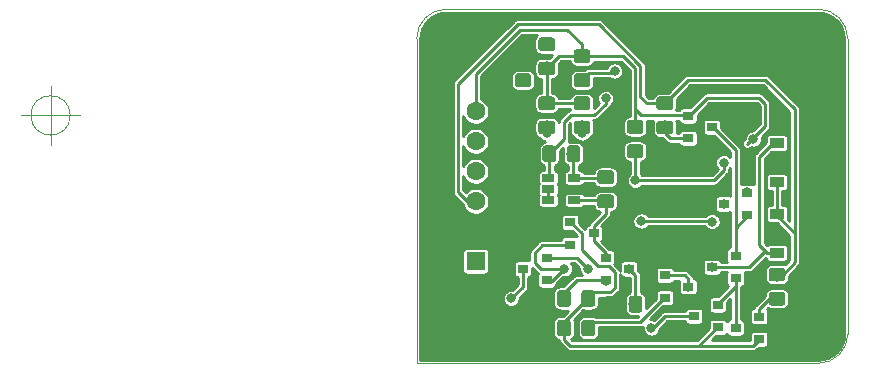
<source format=gbr>
G04 #@! TF.GenerationSoftware,KiCad,Pcbnew,5.1.2*
G04 #@! TF.CreationDate,2019-05-24T19:47:36-03:00*
G04 #@! TF.ProjectId,ouroboros,6f75726f-626f-4726-9f73-2e6b69636164,rev?*
G04 #@! TF.SameCoordinates,Original*
G04 #@! TF.FileFunction,Copper,L2,Bot*
G04 #@! TF.FilePolarity,Positive*
%FSLAX46Y46*%
G04 Gerber Fmt 4.6, Leading zero omitted, Abs format (unit mm)*
G04 Created by KiCad (PCBNEW 5.1.2) date 2019-05-24 19:47:36*
%MOMM*%
%LPD*%
G04 APERTURE LIST*
%ADD10C,0.120000*%
%ADD11C,0.050000*%
%ADD12C,1.600000*%
%ADD13R,1.600000X1.600000*%
%ADD14C,0.200000*%
%ADD15C,1.150000*%
%ADD16R,1.200000X0.900000*%
%ADD17R,0.900000X0.800000*%
%ADD18R,1.060000X0.650000*%
%ADD19C,0.800000*%
%ADD20C,0.250000*%
%ADD21C,0.254000*%
G04 APERTURE END LIST*
D10*
X123000000Y-59000000D02*
G75*
G02X125500000Y-61500000I0J-2500000D01*
G01*
X125500000Y-86500000D02*
G75*
G02X123000000Y-89000000I-2500000J0D01*
G01*
X89000000Y-61500000D02*
G75*
G02X91500000Y-59000000I2500000J0D01*
G01*
D11*
X59666666Y-68000000D02*
G75*
G03X59666666Y-68000000I-1666666J0D01*
G01*
X55500000Y-68000000D02*
X60500000Y-68000000D01*
X58000000Y-65500000D02*
X58000000Y-70500000D01*
D10*
X89000000Y-89000000D02*
X89000000Y-61500000D01*
X123000000Y-89000000D02*
X89000000Y-89000000D01*
X125500000Y-61500000D02*
X125500000Y-86500000D01*
X91500000Y-59000000D02*
X123000000Y-59000000D01*
D12*
X94000000Y-67650000D03*
X94000000Y-70190000D03*
X94000000Y-72730000D03*
X94000000Y-75270000D03*
X94000000Y-77810000D03*
D13*
X94000000Y-80350000D03*
D14*
G36*
X107974505Y-68401204D02*
G01*
X107998773Y-68404804D01*
X108022572Y-68410765D01*
X108045671Y-68419030D01*
X108067850Y-68429520D01*
X108088893Y-68442132D01*
X108108599Y-68456747D01*
X108126777Y-68473223D01*
X108143253Y-68491401D01*
X108157868Y-68511107D01*
X108170480Y-68532150D01*
X108180970Y-68554329D01*
X108189235Y-68577428D01*
X108195196Y-68601227D01*
X108198796Y-68625495D01*
X108200000Y-68649999D01*
X108200000Y-69300001D01*
X108198796Y-69324505D01*
X108195196Y-69348773D01*
X108189235Y-69372572D01*
X108180970Y-69395671D01*
X108170480Y-69417850D01*
X108157868Y-69438893D01*
X108143253Y-69458599D01*
X108126777Y-69476777D01*
X108108599Y-69493253D01*
X108088893Y-69507868D01*
X108067850Y-69520480D01*
X108045671Y-69530970D01*
X108022572Y-69539235D01*
X107998773Y-69545196D01*
X107974505Y-69548796D01*
X107950001Y-69550000D01*
X107049999Y-69550000D01*
X107025495Y-69548796D01*
X107001227Y-69545196D01*
X106977428Y-69539235D01*
X106954329Y-69530970D01*
X106932150Y-69520480D01*
X106911107Y-69507868D01*
X106891401Y-69493253D01*
X106873223Y-69476777D01*
X106856747Y-69458599D01*
X106842132Y-69438893D01*
X106829520Y-69417850D01*
X106819030Y-69395671D01*
X106810765Y-69372572D01*
X106804804Y-69348773D01*
X106801204Y-69324505D01*
X106800000Y-69300001D01*
X106800000Y-68649999D01*
X106801204Y-68625495D01*
X106804804Y-68601227D01*
X106810765Y-68577428D01*
X106819030Y-68554329D01*
X106829520Y-68532150D01*
X106842132Y-68511107D01*
X106856747Y-68491401D01*
X106873223Y-68473223D01*
X106891401Y-68456747D01*
X106911107Y-68442132D01*
X106932150Y-68429520D01*
X106954329Y-68419030D01*
X106977428Y-68410765D01*
X107001227Y-68404804D01*
X107025495Y-68401204D01*
X107049999Y-68400000D01*
X107950001Y-68400000D01*
X107974505Y-68401204D01*
X107974505Y-68401204D01*
G37*
D15*
X107500000Y-68975000D03*
D14*
G36*
X107974505Y-70451204D02*
G01*
X107998773Y-70454804D01*
X108022572Y-70460765D01*
X108045671Y-70469030D01*
X108067850Y-70479520D01*
X108088893Y-70492132D01*
X108108599Y-70506747D01*
X108126777Y-70523223D01*
X108143253Y-70541401D01*
X108157868Y-70561107D01*
X108170480Y-70582150D01*
X108180970Y-70604329D01*
X108189235Y-70627428D01*
X108195196Y-70651227D01*
X108198796Y-70675495D01*
X108200000Y-70699999D01*
X108200000Y-71350001D01*
X108198796Y-71374505D01*
X108195196Y-71398773D01*
X108189235Y-71422572D01*
X108180970Y-71445671D01*
X108170480Y-71467850D01*
X108157868Y-71488893D01*
X108143253Y-71508599D01*
X108126777Y-71526777D01*
X108108599Y-71543253D01*
X108088893Y-71557868D01*
X108067850Y-71570480D01*
X108045671Y-71580970D01*
X108022572Y-71589235D01*
X107998773Y-71595196D01*
X107974505Y-71598796D01*
X107950001Y-71600000D01*
X107049999Y-71600000D01*
X107025495Y-71598796D01*
X107001227Y-71595196D01*
X106977428Y-71589235D01*
X106954329Y-71580970D01*
X106932150Y-71570480D01*
X106911107Y-71557868D01*
X106891401Y-71543253D01*
X106873223Y-71526777D01*
X106856747Y-71508599D01*
X106842132Y-71488893D01*
X106829520Y-71467850D01*
X106819030Y-71445671D01*
X106810765Y-71422572D01*
X106804804Y-71398773D01*
X106801204Y-71374505D01*
X106800000Y-71350001D01*
X106800000Y-70699999D01*
X106801204Y-70675495D01*
X106804804Y-70651227D01*
X106810765Y-70627428D01*
X106819030Y-70604329D01*
X106829520Y-70582150D01*
X106842132Y-70561107D01*
X106856747Y-70541401D01*
X106873223Y-70523223D01*
X106891401Y-70506747D01*
X106911107Y-70492132D01*
X106932150Y-70479520D01*
X106954329Y-70469030D01*
X106977428Y-70460765D01*
X107001227Y-70454804D01*
X107025495Y-70451204D01*
X107049999Y-70450000D01*
X107950001Y-70450000D01*
X107974505Y-70451204D01*
X107974505Y-70451204D01*
G37*
D15*
X107500000Y-71025000D03*
D16*
X119500000Y-76350000D03*
X119500000Y-79650000D03*
X119500000Y-70350000D03*
X119500000Y-73650000D03*
D17*
X98000000Y-81000000D03*
X100000000Y-81950000D03*
X100000000Y-80050000D03*
X102000000Y-78950000D03*
X102000000Y-77050000D03*
X104000000Y-78000000D03*
X107000000Y-81000000D03*
X105000000Y-80050000D03*
X105000000Y-81950000D03*
X112000000Y-82500000D03*
X110000000Y-81550000D03*
X110000000Y-83450000D03*
X115000000Y-75500000D03*
X117000000Y-76450000D03*
X117000000Y-74550000D03*
X116000000Y-79900000D03*
X116000000Y-81800000D03*
X114000000Y-80850000D03*
X112500000Y-85000000D03*
X114500000Y-85950000D03*
X114500000Y-84050000D03*
X112000000Y-69950000D03*
X112000000Y-68050000D03*
X114000000Y-69000000D03*
X116000000Y-86000000D03*
X118000000Y-86950000D03*
X118000000Y-85050000D03*
D14*
G36*
X103474505Y-68451204D02*
G01*
X103498773Y-68454804D01*
X103522572Y-68460765D01*
X103545671Y-68469030D01*
X103567850Y-68479520D01*
X103588893Y-68492132D01*
X103608599Y-68506747D01*
X103626777Y-68523223D01*
X103643253Y-68541401D01*
X103657868Y-68561107D01*
X103670480Y-68582150D01*
X103680970Y-68604329D01*
X103689235Y-68627428D01*
X103695196Y-68651227D01*
X103698796Y-68675495D01*
X103700000Y-68699999D01*
X103700000Y-69350001D01*
X103698796Y-69374505D01*
X103695196Y-69398773D01*
X103689235Y-69422572D01*
X103680970Y-69445671D01*
X103670480Y-69467850D01*
X103657868Y-69488893D01*
X103643253Y-69508599D01*
X103626777Y-69526777D01*
X103608599Y-69543253D01*
X103588893Y-69557868D01*
X103567850Y-69570480D01*
X103545671Y-69580970D01*
X103522572Y-69589235D01*
X103498773Y-69595196D01*
X103474505Y-69598796D01*
X103450001Y-69600000D01*
X102549999Y-69600000D01*
X102525495Y-69598796D01*
X102501227Y-69595196D01*
X102477428Y-69589235D01*
X102454329Y-69580970D01*
X102432150Y-69570480D01*
X102411107Y-69557868D01*
X102391401Y-69543253D01*
X102373223Y-69526777D01*
X102356747Y-69508599D01*
X102342132Y-69488893D01*
X102329520Y-69467850D01*
X102319030Y-69445671D01*
X102310765Y-69422572D01*
X102304804Y-69398773D01*
X102301204Y-69374505D01*
X102300000Y-69350001D01*
X102300000Y-68699999D01*
X102301204Y-68675495D01*
X102304804Y-68651227D01*
X102310765Y-68627428D01*
X102319030Y-68604329D01*
X102329520Y-68582150D01*
X102342132Y-68561107D01*
X102356747Y-68541401D01*
X102373223Y-68523223D01*
X102391401Y-68506747D01*
X102411107Y-68492132D01*
X102432150Y-68479520D01*
X102454329Y-68469030D01*
X102477428Y-68460765D01*
X102501227Y-68454804D01*
X102525495Y-68451204D01*
X102549999Y-68450000D01*
X103450001Y-68450000D01*
X103474505Y-68451204D01*
X103474505Y-68451204D01*
G37*
D15*
X103000000Y-69025000D03*
D14*
G36*
X103474505Y-66401204D02*
G01*
X103498773Y-66404804D01*
X103522572Y-66410765D01*
X103545671Y-66419030D01*
X103567850Y-66429520D01*
X103588893Y-66442132D01*
X103608599Y-66456747D01*
X103626777Y-66473223D01*
X103643253Y-66491401D01*
X103657868Y-66511107D01*
X103670480Y-66532150D01*
X103680970Y-66554329D01*
X103689235Y-66577428D01*
X103695196Y-66601227D01*
X103698796Y-66625495D01*
X103700000Y-66649999D01*
X103700000Y-67300001D01*
X103698796Y-67324505D01*
X103695196Y-67348773D01*
X103689235Y-67372572D01*
X103680970Y-67395671D01*
X103670480Y-67417850D01*
X103657868Y-67438893D01*
X103643253Y-67458599D01*
X103626777Y-67476777D01*
X103608599Y-67493253D01*
X103588893Y-67507868D01*
X103567850Y-67520480D01*
X103545671Y-67530970D01*
X103522572Y-67539235D01*
X103498773Y-67545196D01*
X103474505Y-67548796D01*
X103450001Y-67550000D01*
X102549999Y-67550000D01*
X102525495Y-67548796D01*
X102501227Y-67545196D01*
X102477428Y-67539235D01*
X102454329Y-67530970D01*
X102432150Y-67520480D01*
X102411107Y-67507868D01*
X102391401Y-67493253D01*
X102373223Y-67476777D01*
X102356747Y-67458599D01*
X102342132Y-67438893D01*
X102329520Y-67417850D01*
X102319030Y-67395671D01*
X102310765Y-67372572D01*
X102304804Y-67348773D01*
X102301204Y-67324505D01*
X102300000Y-67300001D01*
X102300000Y-66649999D01*
X102301204Y-66625495D01*
X102304804Y-66601227D01*
X102310765Y-66577428D01*
X102319030Y-66554329D01*
X102329520Y-66532150D01*
X102342132Y-66511107D01*
X102356747Y-66491401D01*
X102373223Y-66473223D01*
X102391401Y-66456747D01*
X102411107Y-66442132D01*
X102432150Y-66429520D01*
X102454329Y-66419030D01*
X102477428Y-66410765D01*
X102501227Y-66404804D01*
X102525495Y-66401204D01*
X102549999Y-66400000D01*
X103450001Y-66400000D01*
X103474505Y-66401204D01*
X103474505Y-66401204D01*
G37*
D15*
X103000000Y-66975000D03*
D14*
G36*
X98474505Y-62401204D02*
G01*
X98498773Y-62404804D01*
X98522572Y-62410765D01*
X98545671Y-62419030D01*
X98567850Y-62429520D01*
X98588893Y-62442132D01*
X98608599Y-62456747D01*
X98626777Y-62473223D01*
X98643253Y-62491401D01*
X98657868Y-62511107D01*
X98670480Y-62532150D01*
X98680970Y-62554329D01*
X98689235Y-62577428D01*
X98695196Y-62601227D01*
X98698796Y-62625495D01*
X98700000Y-62649999D01*
X98700000Y-63300001D01*
X98698796Y-63324505D01*
X98695196Y-63348773D01*
X98689235Y-63372572D01*
X98680970Y-63395671D01*
X98670480Y-63417850D01*
X98657868Y-63438893D01*
X98643253Y-63458599D01*
X98626777Y-63476777D01*
X98608599Y-63493253D01*
X98588893Y-63507868D01*
X98567850Y-63520480D01*
X98545671Y-63530970D01*
X98522572Y-63539235D01*
X98498773Y-63545196D01*
X98474505Y-63548796D01*
X98450001Y-63550000D01*
X97549999Y-63550000D01*
X97525495Y-63548796D01*
X97501227Y-63545196D01*
X97477428Y-63539235D01*
X97454329Y-63530970D01*
X97432150Y-63520480D01*
X97411107Y-63507868D01*
X97391401Y-63493253D01*
X97373223Y-63476777D01*
X97356747Y-63458599D01*
X97342132Y-63438893D01*
X97329520Y-63417850D01*
X97319030Y-63395671D01*
X97310765Y-63372572D01*
X97304804Y-63348773D01*
X97301204Y-63324505D01*
X97300000Y-63300001D01*
X97300000Y-62649999D01*
X97301204Y-62625495D01*
X97304804Y-62601227D01*
X97310765Y-62577428D01*
X97319030Y-62554329D01*
X97329520Y-62532150D01*
X97342132Y-62511107D01*
X97356747Y-62491401D01*
X97373223Y-62473223D01*
X97391401Y-62456747D01*
X97411107Y-62442132D01*
X97432150Y-62429520D01*
X97454329Y-62419030D01*
X97477428Y-62410765D01*
X97501227Y-62404804D01*
X97525495Y-62401204D01*
X97549999Y-62400000D01*
X98450001Y-62400000D01*
X98474505Y-62401204D01*
X98474505Y-62401204D01*
G37*
D15*
X98000000Y-62975000D03*
D14*
G36*
X98474505Y-64451204D02*
G01*
X98498773Y-64454804D01*
X98522572Y-64460765D01*
X98545671Y-64469030D01*
X98567850Y-64479520D01*
X98588893Y-64492132D01*
X98608599Y-64506747D01*
X98626777Y-64523223D01*
X98643253Y-64541401D01*
X98657868Y-64561107D01*
X98670480Y-64582150D01*
X98680970Y-64604329D01*
X98689235Y-64627428D01*
X98695196Y-64651227D01*
X98698796Y-64675495D01*
X98700000Y-64699999D01*
X98700000Y-65350001D01*
X98698796Y-65374505D01*
X98695196Y-65398773D01*
X98689235Y-65422572D01*
X98680970Y-65445671D01*
X98670480Y-65467850D01*
X98657868Y-65488893D01*
X98643253Y-65508599D01*
X98626777Y-65526777D01*
X98608599Y-65543253D01*
X98588893Y-65557868D01*
X98567850Y-65570480D01*
X98545671Y-65580970D01*
X98522572Y-65589235D01*
X98498773Y-65595196D01*
X98474505Y-65598796D01*
X98450001Y-65600000D01*
X97549999Y-65600000D01*
X97525495Y-65598796D01*
X97501227Y-65595196D01*
X97477428Y-65589235D01*
X97454329Y-65580970D01*
X97432150Y-65570480D01*
X97411107Y-65557868D01*
X97391401Y-65543253D01*
X97373223Y-65526777D01*
X97356747Y-65508599D01*
X97342132Y-65488893D01*
X97329520Y-65467850D01*
X97319030Y-65445671D01*
X97310765Y-65422572D01*
X97304804Y-65398773D01*
X97301204Y-65374505D01*
X97300000Y-65350001D01*
X97300000Y-64699999D01*
X97301204Y-64675495D01*
X97304804Y-64651227D01*
X97310765Y-64627428D01*
X97319030Y-64604329D01*
X97329520Y-64582150D01*
X97342132Y-64561107D01*
X97356747Y-64541401D01*
X97373223Y-64523223D01*
X97391401Y-64506747D01*
X97411107Y-64492132D01*
X97432150Y-64479520D01*
X97454329Y-64469030D01*
X97477428Y-64460765D01*
X97501227Y-64454804D01*
X97525495Y-64451204D01*
X97549999Y-64450000D01*
X98450001Y-64450000D01*
X98474505Y-64451204D01*
X98474505Y-64451204D01*
G37*
D15*
X98000000Y-65025000D03*
D14*
G36*
X100474505Y-63451204D02*
G01*
X100498773Y-63454804D01*
X100522572Y-63460765D01*
X100545671Y-63469030D01*
X100567850Y-63479520D01*
X100588893Y-63492132D01*
X100608599Y-63506747D01*
X100626777Y-63523223D01*
X100643253Y-63541401D01*
X100657868Y-63561107D01*
X100670480Y-63582150D01*
X100680970Y-63604329D01*
X100689235Y-63627428D01*
X100695196Y-63651227D01*
X100698796Y-63675495D01*
X100700000Y-63699999D01*
X100700000Y-64350001D01*
X100698796Y-64374505D01*
X100695196Y-64398773D01*
X100689235Y-64422572D01*
X100680970Y-64445671D01*
X100670480Y-64467850D01*
X100657868Y-64488893D01*
X100643253Y-64508599D01*
X100626777Y-64526777D01*
X100608599Y-64543253D01*
X100588893Y-64557868D01*
X100567850Y-64570480D01*
X100545671Y-64580970D01*
X100522572Y-64589235D01*
X100498773Y-64595196D01*
X100474505Y-64598796D01*
X100450001Y-64600000D01*
X99549999Y-64600000D01*
X99525495Y-64598796D01*
X99501227Y-64595196D01*
X99477428Y-64589235D01*
X99454329Y-64580970D01*
X99432150Y-64570480D01*
X99411107Y-64557868D01*
X99391401Y-64543253D01*
X99373223Y-64526777D01*
X99356747Y-64508599D01*
X99342132Y-64488893D01*
X99329520Y-64467850D01*
X99319030Y-64445671D01*
X99310765Y-64422572D01*
X99304804Y-64398773D01*
X99301204Y-64374505D01*
X99300000Y-64350001D01*
X99300000Y-63699999D01*
X99301204Y-63675495D01*
X99304804Y-63651227D01*
X99310765Y-63627428D01*
X99319030Y-63604329D01*
X99329520Y-63582150D01*
X99342132Y-63561107D01*
X99356747Y-63541401D01*
X99373223Y-63523223D01*
X99391401Y-63506747D01*
X99411107Y-63492132D01*
X99432150Y-63479520D01*
X99454329Y-63469030D01*
X99477428Y-63460765D01*
X99501227Y-63454804D01*
X99525495Y-63451204D01*
X99549999Y-63450000D01*
X100450001Y-63450000D01*
X100474505Y-63451204D01*
X100474505Y-63451204D01*
G37*
D15*
X100000000Y-64025000D03*
D14*
G36*
X100474505Y-61401204D02*
G01*
X100498773Y-61404804D01*
X100522572Y-61410765D01*
X100545671Y-61419030D01*
X100567850Y-61429520D01*
X100588893Y-61442132D01*
X100608599Y-61456747D01*
X100626777Y-61473223D01*
X100643253Y-61491401D01*
X100657868Y-61511107D01*
X100670480Y-61532150D01*
X100680970Y-61554329D01*
X100689235Y-61577428D01*
X100695196Y-61601227D01*
X100698796Y-61625495D01*
X100700000Y-61649999D01*
X100700000Y-62300001D01*
X100698796Y-62324505D01*
X100695196Y-62348773D01*
X100689235Y-62372572D01*
X100680970Y-62395671D01*
X100670480Y-62417850D01*
X100657868Y-62438893D01*
X100643253Y-62458599D01*
X100626777Y-62476777D01*
X100608599Y-62493253D01*
X100588893Y-62507868D01*
X100567850Y-62520480D01*
X100545671Y-62530970D01*
X100522572Y-62539235D01*
X100498773Y-62545196D01*
X100474505Y-62548796D01*
X100450001Y-62550000D01*
X99549999Y-62550000D01*
X99525495Y-62548796D01*
X99501227Y-62545196D01*
X99477428Y-62539235D01*
X99454329Y-62530970D01*
X99432150Y-62520480D01*
X99411107Y-62507868D01*
X99391401Y-62493253D01*
X99373223Y-62476777D01*
X99356747Y-62458599D01*
X99342132Y-62438893D01*
X99329520Y-62417850D01*
X99319030Y-62395671D01*
X99310765Y-62372572D01*
X99304804Y-62348773D01*
X99301204Y-62324505D01*
X99300000Y-62300001D01*
X99300000Y-61649999D01*
X99301204Y-61625495D01*
X99304804Y-61601227D01*
X99310765Y-61577428D01*
X99319030Y-61554329D01*
X99329520Y-61532150D01*
X99342132Y-61511107D01*
X99356747Y-61491401D01*
X99373223Y-61473223D01*
X99391401Y-61456747D01*
X99411107Y-61442132D01*
X99432150Y-61429520D01*
X99454329Y-61419030D01*
X99477428Y-61410765D01*
X99501227Y-61404804D01*
X99525495Y-61401204D01*
X99549999Y-61400000D01*
X100450001Y-61400000D01*
X100474505Y-61401204D01*
X100474505Y-61401204D01*
G37*
D15*
X100000000Y-61975000D03*
D14*
G36*
X100574505Y-70551204D02*
G01*
X100598773Y-70554804D01*
X100622572Y-70560765D01*
X100645671Y-70569030D01*
X100667850Y-70579520D01*
X100688893Y-70592132D01*
X100708599Y-70606747D01*
X100726777Y-70623223D01*
X100743253Y-70641401D01*
X100757868Y-70661107D01*
X100770480Y-70682150D01*
X100780970Y-70704329D01*
X100789235Y-70727428D01*
X100795196Y-70751227D01*
X100798796Y-70775495D01*
X100800000Y-70799999D01*
X100800000Y-71700001D01*
X100798796Y-71724505D01*
X100795196Y-71748773D01*
X100789235Y-71772572D01*
X100780970Y-71795671D01*
X100770480Y-71817850D01*
X100757868Y-71838893D01*
X100743253Y-71858599D01*
X100726777Y-71876777D01*
X100708599Y-71893253D01*
X100688893Y-71907868D01*
X100667850Y-71920480D01*
X100645671Y-71930970D01*
X100622572Y-71939235D01*
X100598773Y-71945196D01*
X100574505Y-71948796D01*
X100550001Y-71950000D01*
X99899999Y-71950000D01*
X99875495Y-71948796D01*
X99851227Y-71945196D01*
X99827428Y-71939235D01*
X99804329Y-71930970D01*
X99782150Y-71920480D01*
X99761107Y-71907868D01*
X99741401Y-71893253D01*
X99723223Y-71876777D01*
X99706747Y-71858599D01*
X99692132Y-71838893D01*
X99679520Y-71817850D01*
X99669030Y-71795671D01*
X99660765Y-71772572D01*
X99654804Y-71748773D01*
X99651204Y-71724505D01*
X99650000Y-71700001D01*
X99650000Y-70799999D01*
X99651204Y-70775495D01*
X99654804Y-70751227D01*
X99660765Y-70727428D01*
X99669030Y-70704329D01*
X99679520Y-70682150D01*
X99692132Y-70661107D01*
X99706747Y-70641401D01*
X99723223Y-70623223D01*
X99741401Y-70606747D01*
X99761107Y-70592132D01*
X99782150Y-70579520D01*
X99804329Y-70569030D01*
X99827428Y-70560765D01*
X99851227Y-70554804D01*
X99875495Y-70551204D01*
X99899999Y-70550000D01*
X100550001Y-70550000D01*
X100574505Y-70551204D01*
X100574505Y-70551204D01*
G37*
D15*
X100225000Y-71250000D03*
D14*
G36*
X102624505Y-70551204D02*
G01*
X102648773Y-70554804D01*
X102672572Y-70560765D01*
X102695671Y-70569030D01*
X102717850Y-70579520D01*
X102738893Y-70592132D01*
X102758599Y-70606747D01*
X102776777Y-70623223D01*
X102793253Y-70641401D01*
X102807868Y-70661107D01*
X102820480Y-70682150D01*
X102830970Y-70704329D01*
X102839235Y-70727428D01*
X102845196Y-70751227D01*
X102848796Y-70775495D01*
X102850000Y-70799999D01*
X102850000Y-71700001D01*
X102848796Y-71724505D01*
X102845196Y-71748773D01*
X102839235Y-71772572D01*
X102830970Y-71795671D01*
X102820480Y-71817850D01*
X102807868Y-71838893D01*
X102793253Y-71858599D01*
X102776777Y-71876777D01*
X102758599Y-71893253D01*
X102738893Y-71907868D01*
X102717850Y-71920480D01*
X102695671Y-71930970D01*
X102672572Y-71939235D01*
X102648773Y-71945196D01*
X102624505Y-71948796D01*
X102600001Y-71950000D01*
X101949999Y-71950000D01*
X101925495Y-71948796D01*
X101901227Y-71945196D01*
X101877428Y-71939235D01*
X101854329Y-71930970D01*
X101832150Y-71920480D01*
X101811107Y-71907868D01*
X101791401Y-71893253D01*
X101773223Y-71876777D01*
X101756747Y-71858599D01*
X101742132Y-71838893D01*
X101729520Y-71817850D01*
X101719030Y-71795671D01*
X101710765Y-71772572D01*
X101704804Y-71748773D01*
X101701204Y-71724505D01*
X101700000Y-71700001D01*
X101700000Y-70799999D01*
X101701204Y-70775495D01*
X101704804Y-70751227D01*
X101710765Y-70727428D01*
X101719030Y-70704329D01*
X101729520Y-70682150D01*
X101742132Y-70661107D01*
X101756747Y-70641401D01*
X101773223Y-70623223D01*
X101791401Y-70606747D01*
X101811107Y-70592132D01*
X101832150Y-70579520D01*
X101854329Y-70569030D01*
X101877428Y-70560765D01*
X101901227Y-70554804D01*
X101925495Y-70551204D01*
X101949999Y-70550000D01*
X102600001Y-70550000D01*
X102624505Y-70551204D01*
X102624505Y-70551204D01*
G37*
D15*
X102275000Y-71250000D03*
D14*
G36*
X105474505Y-72651204D02*
G01*
X105498773Y-72654804D01*
X105522572Y-72660765D01*
X105545671Y-72669030D01*
X105567850Y-72679520D01*
X105588893Y-72692132D01*
X105608599Y-72706747D01*
X105626777Y-72723223D01*
X105643253Y-72741401D01*
X105657868Y-72761107D01*
X105670480Y-72782150D01*
X105680970Y-72804329D01*
X105689235Y-72827428D01*
X105695196Y-72851227D01*
X105698796Y-72875495D01*
X105700000Y-72899999D01*
X105700000Y-73550001D01*
X105698796Y-73574505D01*
X105695196Y-73598773D01*
X105689235Y-73622572D01*
X105680970Y-73645671D01*
X105670480Y-73667850D01*
X105657868Y-73688893D01*
X105643253Y-73708599D01*
X105626777Y-73726777D01*
X105608599Y-73743253D01*
X105588893Y-73757868D01*
X105567850Y-73770480D01*
X105545671Y-73780970D01*
X105522572Y-73789235D01*
X105498773Y-73795196D01*
X105474505Y-73798796D01*
X105450001Y-73800000D01*
X104549999Y-73800000D01*
X104525495Y-73798796D01*
X104501227Y-73795196D01*
X104477428Y-73789235D01*
X104454329Y-73780970D01*
X104432150Y-73770480D01*
X104411107Y-73757868D01*
X104391401Y-73743253D01*
X104373223Y-73726777D01*
X104356747Y-73708599D01*
X104342132Y-73688893D01*
X104329520Y-73667850D01*
X104319030Y-73645671D01*
X104310765Y-73622572D01*
X104304804Y-73598773D01*
X104301204Y-73574505D01*
X104300000Y-73550001D01*
X104300000Y-72899999D01*
X104301204Y-72875495D01*
X104304804Y-72851227D01*
X104310765Y-72827428D01*
X104319030Y-72804329D01*
X104329520Y-72782150D01*
X104342132Y-72761107D01*
X104356747Y-72741401D01*
X104373223Y-72723223D01*
X104391401Y-72706747D01*
X104411107Y-72692132D01*
X104432150Y-72679520D01*
X104454329Y-72669030D01*
X104477428Y-72660765D01*
X104501227Y-72654804D01*
X104525495Y-72651204D01*
X104549999Y-72650000D01*
X105450001Y-72650000D01*
X105474505Y-72651204D01*
X105474505Y-72651204D01*
G37*
D15*
X105000000Y-73225000D03*
D14*
G36*
X105474505Y-74701204D02*
G01*
X105498773Y-74704804D01*
X105522572Y-74710765D01*
X105545671Y-74719030D01*
X105567850Y-74729520D01*
X105588893Y-74742132D01*
X105608599Y-74756747D01*
X105626777Y-74773223D01*
X105643253Y-74791401D01*
X105657868Y-74811107D01*
X105670480Y-74832150D01*
X105680970Y-74854329D01*
X105689235Y-74877428D01*
X105695196Y-74901227D01*
X105698796Y-74925495D01*
X105700000Y-74949999D01*
X105700000Y-75600001D01*
X105698796Y-75624505D01*
X105695196Y-75648773D01*
X105689235Y-75672572D01*
X105680970Y-75695671D01*
X105670480Y-75717850D01*
X105657868Y-75738893D01*
X105643253Y-75758599D01*
X105626777Y-75776777D01*
X105608599Y-75793253D01*
X105588893Y-75807868D01*
X105567850Y-75820480D01*
X105545671Y-75830970D01*
X105522572Y-75839235D01*
X105498773Y-75845196D01*
X105474505Y-75848796D01*
X105450001Y-75850000D01*
X104549999Y-75850000D01*
X104525495Y-75848796D01*
X104501227Y-75845196D01*
X104477428Y-75839235D01*
X104454329Y-75830970D01*
X104432150Y-75820480D01*
X104411107Y-75807868D01*
X104391401Y-75793253D01*
X104373223Y-75776777D01*
X104356747Y-75758599D01*
X104342132Y-75738893D01*
X104329520Y-75717850D01*
X104319030Y-75695671D01*
X104310765Y-75672572D01*
X104304804Y-75648773D01*
X104301204Y-75624505D01*
X104300000Y-75600001D01*
X104300000Y-74949999D01*
X104301204Y-74925495D01*
X104304804Y-74901227D01*
X104310765Y-74877428D01*
X104319030Y-74854329D01*
X104329520Y-74832150D01*
X104342132Y-74811107D01*
X104356747Y-74791401D01*
X104373223Y-74773223D01*
X104391401Y-74756747D01*
X104411107Y-74742132D01*
X104432150Y-74729520D01*
X104454329Y-74719030D01*
X104477428Y-74710765D01*
X104501227Y-74704804D01*
X104525495Y-74701204D01*
X104549999Y-74700000D01*
X105450001Y-74700000D01*
X105474505Y-74701204D01*
X105474505Y-74701204D01*
G37*
D15*
X105000000Y-75275000D03*
D14*
G36*
X103874505Y-82801204D02*
G01*
X103898773Y-82804804D01*
X103922572Y-82810765D01*
X103945671Y-82819030D01*
X103967850Y-82829520D01*
X103988893Y-82842132D01*
X104008599Y-82856747D01*
X104026777Y-82873223D01*
X104043253Y-82891401D01*
X104057868Y-82911107D01*
X104070480Y-82932150D01*
X104080970Y-82954329D01*
X104089235Y-82977428D01*
X104095196Y-83001227D01*
X104098796Y-83025495D01*
X104100000Y-83049999D01*
X104100000Y-83950001D01*
X104098796Y-83974505D01*
X104095196Y-83998773D01*
X104089235Y-84022572D01*
X104080970Y-84045671D01*
X104070480Y-84067850D01*
X104057868Y-84088893D01*
X104043253Y-84108599D01*
X104026777Y-84126777D01*
X104008599Y-84143253D01*
X103988893Y-84157868D01*
X103967850Y-84170480D01*
X103945671Y-84180970D01*
X103922572Y-84189235D01*
X103898773Y-84195196D01*
X103874505Y-84198796D01*
X103850001Y-84200000D01*
X103199999Y-84200000D01*
X103175495Y-84198796D01*
X103151227Y-84195196D01*
X103127428Y-84189235D01*
X103104329Y-84180970D01*
X103082150Y-84170480D01*
X103061107Y-84157868D01*
X103041401Y-84143253D01*
X103023223Y-84126777D01*
X103006747Y-84108599D01*
X102992132Y-84088893D01*
X102979520Y-84067850D01*
X102969030Y-84045671D01*
X102960765Y-84022572D01*
X102954804Y-83998773D01*
X102951204Y-83974505D01*
X102950000Y-83950001D01*
X102950000Y-83049999D01*
X102951204Y-83025495D01*
X102954804Y-83001227D01*
X102960765Y-82977428D01*
X102969030Y-82954329D01*
X102979520Y-82932150D01*
X102992132Y-82911107D01*
X103006747Y-82891401D01*
X103023223Y-82873223D01*
X103041401Y-82856747D01*
X103061107Y-82842132D01*
X103082150Y-82829520D01*
X103104329Y-82819030D01*
X103127428Y-82810765D01*
X103151227Y-82804804D01*
X103175495Y-82801204D01*
X103199999Y-82800000D01*
X103850001Y-82800000D01*
X103874505Y-82801204D01*
X103874505Y-82801204D01*
G37*
D15*
X103525000Y-83500000D03*
D14*
G36*
X101824505Y-82801204D02*
G01*
X101848773Y-82804804D01*
X101872572Y-82810765D01*
X101895671Y-82819030D01*
X101917850Y-82829520D01*
X101938893Y-82842132D01*
X101958599Y-82856747D01*
X101976777Y-82873223D01*
X101993253Y-82891401D01*
X102007868Y-82911107D01*
X102020480Y-82932150D01*
X102030970Y-82954329D01*
X102039235Y-82977428D01*
X102045196Y-83001227D01*
X102048796Y-83025495D01*
X102050000Y-83049999D01*
X102050000Y-83950001D01*
X102048796Y-83974505D01*
X102045196Y-83998773D01*
X102039235Y-84022572D01*
X102030970Y-84045671D01*
X102020480Y-84067850D01*
X102007868Y-84088893D01*
X101993253Y-84108599D01*
X101976777Y-84126777D01*
X101958599Y-84143253D01*
X101938893Y-84157868D01*
X101917850Y-84170480D01*
X101895671Y-84180970D01*
X101872572Y-84189235D01*
X101848773Y-84195196D01*
X101824505Y-84198796D01*
X101800001Y-84200000D01*
X101149999Y-84200000D01*
X101125495Y-84198796D01*
X101101227Y-84195196D01*
X101077428Y-84189235D01*
X101054329Y-84180970D01*
X101032150Y-84170480D01*
X101011107Y-84157868D01*
X100991401Y-84143253D01*
X100973223Y-84126777D01*
X100956747Y-84108599D01*
X100942132Y-84088893D01*
X100929520Y-84067850D01*
X100919030Y-84045671D01*
X100910765Y-84022572D01*
X100904804Y-83998773D01*
X100901204Y-83974505D01*
X100900000Y-83950001D01*
X100900000Y-83049999D01*
X100901204Y-83025495D01*
X100904804Y-83001227D01*
X100910765Y-82977428D01*
X100919030Y-82954329D01*
X100929520Y-82932150D01*
X100942132Y-82911107D01*
X100956747Y-82891401D01*
X100973223Y-82873223D01*
X100991401Y-82856747D01*
X101011107Y-82842132D01*
X101032150Y-82829520D01*
X101054329Y-82819030D01*
X101077428Y-82810765D01*
X101101227Y-82804804D01*
X101125495Y-82801204D01*
X101149999Y-82800000D01*
X101800001Y-82800000D01*
X101824505Y-82801204D01*
X101824505Y-82801204D01*
G37*
D15*
X101475000Y-83500000D03*
D14*
G36*
X103474505Y-64451204D02*
G01*
X103498773Y-64454804D01*
X103522572Y-64460765D01*
X103545671Y-64469030D01*
X103567850Y-64479520D01*
X103588893Y-64492132D01*
X103608599Y-64506747D01*
X103626777Y-64523223D01*
X103643253Y-64541401D01*
X103657868Y-64561107D01*
X103670480Y-64582150D01*
X103680970Y-64604329D01*
X103689235Y-64627428D01*
X103695196Y-64651227D01*
X103698796Y-64675495D01*
X103700000Y-64699999D01*
X103700000Y-65350001D01*
X103698796Y-65374505D01*
X103695196Y-65398773D01*
X103689235Y-65422572D01*
X103680970Y-65445671D01*
X103670480Y-65467850D01*
X103657868Y-65488893D01*
X103643253Y-65508599D01*
X103626777Y-65526777D01*
X103608599Y-65543253D01*
X103588893Y-65557868D01*
X103567850Y-65570480D01*
X103545671Y-65580970D01*
X103522572Y-65589235D01*
X103498773Y-65595196D01*
X103474505Y-65598796D01*
X103450001Y-65600000D01*
X102549999Y-65600000D01*
X102525495Y-65598796D01*
X102501227Y-65595196D01*
X102477428Y-65589235D01*
X102454329Y-65580970D01*
X102432150Y-65570480D01*
X102411107Y-65557868D01*
X102391401Y-65543253D01*
X102373223Y-65526777D01*
X102356747Y-65508599D01*
X102342132Y-65488893D01*
X102329520Y-65467850D01*
X102319030Y-65445671D01*
X102310765Y-65422572D01*
X102304804Y-65398773D01*
X102301204Y-65374505D01*
X102300000Y-65350001D01*
X102300000Y-64699999D01*
X102301204Y-64675495D01*
X102304804Y-64651227D01*
X102310765Y-64627428D01*
X102319030Y-64604329D01*
X102329520Y-64582150D01*
X102342132Y-64561107D01*
X102356747Y-64541401D01*
X102373223Y-64523223D01*
X102391401Y-64506747D01*
X102411107Y-64492132D01*
X102432150Y-64479520D01*
X102454329Y-64469030D01*
X102477428Y-64460765D01*
X102501227Y-64454804D01*
X102525495Y-64451204D01*
X102549999Y-64450000D01*
X103450001Y-64450000D01*
X103474505Y-64451204D01*
X103474505Y-64451204D01*
G37*
D15*
X103000000Y-65025000D03*
D14*
G36*
X103474505Y-62401204D02*
G01*
X103498773Y-62404804D01*
X103522572Y-62410765D01*
X103545671Y-62419030D01*
X103567850Y-62429520D01*
X103588893Y-62442132D01*
X103608599Y-62456747D01*
X103626777Y-62473223D01*
X103643253Y-62491401D01*
X103657868Y-62511107D01*
X103670480Y-62532150D01*
X103680970Y-62554329D01*
X103689235Y-62577428D01*
X103695196Y-62601227D01*
X103698796Y-62625495D01*
X103700000Y-62649999D01*
X103700000Y-63300001D01*
X103698796Y-63324505D01*
X103695196Y-63348773D01*
X103689235Y-63372572D01*
X103680970Y-63395671D01*
X103670480Y-63417850D01*
X103657868Y-63438893D01*
X103643253Y-63458599D01*
X103626777Y-63476777D01*
X103608599Y-63493253D01*
X103588893Y-63507868D01*
X103567850Y-63520480D01*
X103545671Y-63530970D01*
X103522572Y-63539235D01*
X103498773Y-63545196D01*
X103474505Y-63548796D01*
X103450001Y-63550000D01*
X102549999Y-63550000D01*
X102525495Y-63548796D01*
X102501227Y-63545196D01*
X102477428Y-63539235D01*
X102454329Y-63530970D01*
X102432150Y-63520480D01*
X102411107Y-63507868D01*
X102391401Y-63493253D01*
X102373223Y-63476777D01*
X102356747Y-63458599D01*
X102342132Y-63438893D01*
X102329520Y-63417850D01*
X102319030Y-63395671D01*
X102310765Y-63372572D01*
X102304804Y-63348773D01*
X102301204Y-63324505D01*
X102300000Y-63300001D01*
X102300000Y-62649999D01*
X102301204Y-62625495D01*
X102304804Y-62601227D01*
X102310765Y-62577428D01*
X102319030Y-62554329D01*
X102329520Y-62532150D01*
X102342132Y-62511107D01*
X102356747Y-62491401D01*
X102373223Y-62473223D01*
X102391401Y-62456747D01*
X102411107Y-62442132D01*
X102432150Y-62429520D01*
X102454329Y-62419030D01*
X102477428Y-62410765D01*
X102501227Y-62404804D01*
X102525495Y-62401204D01*
X102549999Y-62400000D01*
X103450001Y-62400000D01*
X103474505Y-62401204D01*
X103474505Y-62401204D01*
G37*
D15*
X103000000Y-62975000D03*
D14*
G36*
X105824505Y-83301204D02*
G01*
X105848773Y-83304804D01*
X105872572Y-83310765D01*
X105895671Y-83319030D01*
X105917850Y-83329520D01*
X105938893Y-83342132D01*
X105958599Y-83356747D01*
X105976777Y-83373223D01*
X105993253Y-83391401D01*
X106007868Y-83411107D01*
X106020480Y-83432150D01*
X106030970Y-83454329D01*
X106039235Y-83477428D01*
X106045196Y-83501227D01*
X106048796Y-83525495D01*
X106050000Y-83549999D01*
X106050000Y-84450001D01*
X106048796Y-84474505D01*
X106045196Y-84498773D01*
X106039235Y-84522572D01*
X106030970Y-84545671D01*
X106020480Y-84567850D01*
X106007868Y-84588893D01*
X105993253Y-84608599D01*
X105976777Y-84626777D01*
X105958599Y-84643253D01*
X105938893Y-84657868D01*
X105917850Y-84670480D01*
X105895671Y-84680970D01*
X105872572Y-84689235D01*
X105848773Y-84695196D01*
X105824505Y-84698796D01*
X105800001Y-84700000D01*
X105149999Y-84700000D01*
X105125495Y-84698796D01*
X105101227Y-84695196D01*
X105077428Y-84689235D01*
X105054329Y-84680970D01*
X105032150Y-84670480D01*
X105011107Y-84657868D01*
X104991401Y-84643253D01*
X104973223Y-84626777D01*
X104956747Y-84608599D01*
X104942132Y-84588893D01*
X104929520Y-84567850D01*
X104919030Y-84545671D01*
X104910765Y-84522572D01*
X104904804Y-84498773D01*
X104901204Y-84474505D01*
X104900000Y-84450001D01*
X104900000Y-83549999D01*
X104901204Y-83525495D01*
X104904804Y-83501227D01*
X104910765Y-83477428D01*
X104919030Y-83454329D01*
X104929520Y-83432150D01*
X104942132Y-83411107D01*
X104956747Y-83391401D01*
X104973223Y-83373223D01*
X104991401Y-83356747D01*
X105011107Y-83342132D01*
X105032150Y-83329520D01*
X105054329Y-83319030D01*
X105077428Y-83310765D01*
X105101227Y-83304804D01*
X105125495Y-83301204D01*
X105149999Y-83300000D01*
X105800001Y-83300000D01*
X105824505Y-83301204D01*
X105824505Y-83301204D01*
G37*
D15*
X105475000Y-84000000D03*
D14*
G36*
X107874505Y-83301204D02*
G01*
X107898773Y-83304804D01*
X107922572Y-83310765D01*
X107945671Y-83319030D01*
X107967850Y-83329520D01*
X107988893Y-83342132D01*
X108008599Y-83356747D01*
X108026777Y-83373223D01*
X108043253Y-83391401D01*
X108057868Y-83411107D01*
X108070480Y-83432150D01*
X108080970Y-83454329D01*
X108089235Y-83477428D01*
X108095196Y-83501227D01*
X108098796Y-83525495D01*
X108100000Y-83549999D01*
X108100000Y-84450001D01*
X108098796Y-84474505D01*
X108095196Y-84498773D01*
X108089235Y-84522572D01*
X108080970Y-84545671D01*
X108070480Y-84567850D01*
X108057868Y-84588893D01*
X108043253Y-84608599D01*
X108026777Y-84626777D01*
X108008599Y-84643253D01*
X107988893Y-84657868D01*
X107967850Y-84670480D01*
X107945671Y-84680970D01*
X107922572Y-84689235D01*
X107898773Y-84695196D01*
X107874505Y-84698796D01*
X107850001Y-84700000D01*
X107199999Y-84700000D01*
X107175495Y-84698796D01*
X107151227Y-84695196D01*
X107127428Y-84689235D01*
X107104329Y-84680970D01*
X107082150Y-84670480D01*
X107061107Y-84657868D01*
X107041401Y-84643253D01*
X107023223Y-84626777D01*
X107006747Y-84608599D01*
X106992132Y-84588893D01*
X106979520Y-84567850D01*
X106969030Y-84545671D01*
X106960765Y-84522572D01*
X106954804Y-84498773D01*
X106951204Y-84474505D01*
X106950000Y-84450001D01*
X106950000Y-83549999D01*
X106951204Y-83525495D01*
X106954804Y-83501227D01*
X106960765Y-83477428D01*
X106969030Y-83454329D01*
X106979520Y-83432150D01*
X106992132Y-83411107D01*
X107006747Y-83391401D01*
X107023223Y-83373223D01*
X107041401Y-83356747D01*
X107061107Y-83342132D01*
X107082150Y-83329520D01*
X107104329Y-83319030D01*
X107127428Y-83310765D01*
X107151227Y-83304804D01*
X107175495Y-83301204D01*
X107199999Y-83300000D01*
X107850001Y-83300000D01*
X107874505Y-83301204D01*
X107874505Y-83301204D01*
G37*
D15*
X107525000Y-84000000D03*
D14*
G36*
X100474505Y-66401204D02*
G01*
X100498773Y-66404804D01*
X100522572Y-66410765D01*
X100545671Y-66419030D01*
X100567850Y-66429520D01*
X100588893Y-66442132D01*
X100608599Y-66456747D01*
X100626777Y-66473223D01*
X100643253Y-66491401D01*
X100657868Y-66511107D01*
X100670480Y-66532150D01*
X100680970Y-66554329D01*
X100689235Y-66577428D01*
X100695196Y-66601227D01*
X100698796Y-66625495D01*
X100700000Y-66649999D01*
X100700000Y-67300001D01*
X100698796Y-67324505D01*
X100695196Y-67348773D01*
X100689235Y-67372572D01*
X100680970Y-67395671D01*
X100670480Y-67417850D01*
X100657868Y-67438893D01*
X100643253Y-67458599D01*
X100626777Y-67476777D01*
X100608599Y-67493253D01*
X100588893Y-67507868D01*
X100567850Y-67520480D01*
X100545671Y-67530970D01*
X100522572Y-67539235D01*
X100498773Y-67545196D01*
X100474505Y-67548796D01*
X100450001Y-67550000D01*
X99549999Y-67550000D01*
X99525495Y-67548796D01*
X99501227Y-67545196D01*
X99477428Y-67539235D01*
X99454329Y-67530970D01*
X99432150Y-67520480D01*
X99411107Y-67507868D01*
X99391401Y-67493253D01*
X99373223Y-67476777D01*
X99356747Y-67458599D01*
X99342132Y-67438893D01*
X99329520Y-67417850D01*
X99319030Y-67395671D01*
X99310765Y-67372572D01*
X99304804Y-67348773D01*
X99301204Y-67324505D01*
X99300000Y-67300001D01*
X99300000Y-66649999D01*
X99301204Y-66625495D01*
X99304804Y-66601227D01*
X99310765Y-66577428D01*
X99319030Y-66554329D01*
X99329520Y-66532150D01*
X99342132Y-66511107D01*
X99356747Y-66491401D01*
X99373223Y-66473223D01*
X99391401Y-66456747D01*
X99411107Y-66442132D01*
X99432150Y-66429520D01*
X99454329Y-66419030D01*
X99477428Y-66410765D01*
X99501227Y-66404804D01*
X99525495Y-66401204D01*
X99549999Y-66400000D01*
X100450001Y-66400000D01*
X100474505Y-66401204D01*
X100474505Y-66401204D01*
G37*
D15*
X100000000Y-66975000D03*
D14*
G36*
X100474505Y-68451204D02*
G01*
X100498773Y-68454804D01*
X100522572Y-68460765D01*
X100545671Y-68469030D01*
X100567850Y-68479520D01*
X100588893Y-68492132D01*
X100608599Y-68506747D01*
X100626777Y-68523223D01*
X100643253Y-68541401D01*
X100657868Y-68561107D01*
X100670480Y-68582150D01*
X100680970Y-68604329D01*
X100689235Y-68627428D01*
X100695196Y-68651227D01*
X100698796Y-68675495D01*
X100700000Y-68699999D01*
X100700000Y-69350001D01*
X100698796Y-69374505D01*
X100695196Y-69398773D01*
X100689235Y-69422572D01*
X100680970Y-69445671D01*
X100670480Y-69467850D01*
X100657868Y-69488893D01*
X100643253Y-69508599D01*
X100626777Y-69526777D01*
X100608599Y-69543253D01*
X100588893Y-69557868D01*
X100567850Y-69570480D01*
X100545671Y-69580970D01*
X100522572Y-69589235D01*
X100498773Y-69595196D01*
X100474505Y-69598796D01*
X100450001Y-69600000D01*
X99549999Y-69600000D01*
X99525495Y-69598796D01*
X99501227Y-69595196D01*
X99477428Y-69589235D01*
X99454329Y-69580970D01*
X99432150Y-69570480D01*
X99411107Y-69557868D01*
X99391401Y-69543253D01*
X99373223Y-69526777D01*
X99356747Y-69508599D01*
X99342132Y-69488893D01*
X99329520Y-69467850D01*
X99319030Y-69445671D01*
X99310765Y-69422572D01*
X99304804Y-69398773D01*
X99301204Y-69374505D01*
X99300000Y-69350001D01*
X99300000Y-68699999D01*
X99301204Y-68675495D01*
X99304804Y-68651227D01*
X99310765Y-68627428D01*
X99319030Y-68604329D01*
X99329520Y-68582150D01*
X99342132Y-68561107D01*
X99356747Y-68541401D01*
X99373223Y-68523223D01*
X99391401Y-68506747D01*
X99411107Y-68492132D01*
X99432150Y-68479520D01*
X99454329Y-68469030D01*
X99477428Y-68460765D01*
X99501227Y-68454804D01*
X99525495Y-68451204D01*
X99549999Y-68450000D01*
X100450001Y-68450000D01*
X100474505Y-68451204D01*
X100474505Y-68451204D01*
G37*
D15*
X100000000Y-69025000D03*
D14*
G36*
X101824505Y-85301204D02*
G01*
X101848773Y-85304804D01*
X101872572Y-85310765D01*
X101895671Y-85319030D01*
X101917850Y-85329520D01*
X101938893Y-85342132D01*
X101958599Y-85356747D01*
X101976777Y-85373223D01*
X101993253Y-85391401D01*
X102007868Y-85411107D01*
X102020480Y-85432150D01*
X102030970Y-85454329D01*
X102039235Y-85477428D01*
X102045196Y-85501227D01*
X102048796Y-85525495D01*
X102050000Y-85549999D01*
X102050000Y-86450001D01*
X102048796Y-86474505D01*
X102045196Y-86498773D01*
X102039235Y-86522572D01*
X102030970Y-86545671D01*
X102020480Y-86567850D01*
X102007868Y-86588893D01*
X101993253Y-86608599D01*
X101976777Y-86626777D01*
X101958599Y-86643253D01*
X101938893Y-86657868D01*
X101917850Y-86670480D01*
X101895671Y-86680970D01*
X101872572Y-86689235D01*
X101848773Y-86695196D01*
X101824505Y-86698796D01*
X101800001Y-86700000D01*
X101149999Y-86700000D01*
X101125495Y-86698796D01*
X101101227Y-86695196D01*
X101077428Y-86689235D01*
X101054329Y-86680970D01*
X101032150Y-86670480D01*
X101011107Y-86657868D01*
X100991401Y-86643253D01*
X100973223Y-86626777D01*
X100956747Y-86608599D01*
X100942132Y-86588893D01*
X100929520Y-86567850D01*
X100919030Y-86545671D01*
X100910765Y-86522572D01*
X100904804Y-86498773D01*
X100901204Y-86474505D01*
X100900000Y-86450001D01*
X100900000Y-85549999D01*
X100901204Y-85525495D01*
X100904804Y-85501227D01*
X100910765Y-85477428D01*
X100919030Y-85454329D01*
X100929520Y-85432150D01*
X100942132Y-85411107D01*
X100956747Y-85391401D01*
X100973223Y-85373223D01*
X100991401Y-85356747D01*
X101011107Y-85342132D01*
X101032150Y-85329520D01*
X101054329Y-85319030D01*
X101077428Y-85310765D01*
X101101227Y-85304804D01*
X101125495Y-85301204D01*
X101149999Y-85300000D01*
X101800001Y-85300000D01*
X101824505Y-85301204D01*
X101824505Y-85301204D01*
G37*
D15*
X101475000Y-86000000D03*
D14*
G36*
X103874505Y-85301204D02*
G01*
X103898773Y-85304804D01*
X103922572Y-85310765D01*
X103945671Y-85319030D01*
X103967850Y-85329520D01*
X103988893Y-85342132D01*
X104008599Y-85356747D01*
X104026777Y-85373223D01*
X104043253Y-85391401D01*
X104057868Y-85411107D01*
X104070480Y-85432150D01*
X104080970Y-85454329D01*
X104089235Y-85477428D01*
X104095196Y-85501227D01*
X104098796Y-85525495D01*
X104100000Y-85549999D01*
X104100000Y-86450001D01*
X104098796Y-86474505D01*
X104095196Y-86498773D01*
X104089235Y-86522572D01*
X104080970Y-86545671D01*
X104070480Y-86567850D01*
X104057868Y-86588893D01*
X104043253Y-86608599D01*
X104026777Y-86626777D01*
X104008599Y-86643253D01*
X103988893Y-86657868D01*
X103967850Y-86670480D01*
X103945671Y-86680970D01*
X103922572Y-86689235D01*
X103898773Y-86695196D01*
X103874505Y-86698796D01*
X103850001Y-86700000D01*
X103199999Y-86700000D01*
X103175495Y-86698796D01*
X103151227Y-86695196D01*
X103127428Y-86689235D01*
X103104329Y-86680970D01*
X103082150Y-86670480D01*
X103061107Y-86657868D01*
X103041401Y-86643253D01*
X103023223Y-86626777D01*
X103006747Y-86608599D01*
X102992132Y-86588893D01*
X102979520Y-86567850D01*
X102969030Y-86545671D01*
X102960765Y-86522572D01*
X102954804Y-86498773D01*
X102951204Y-86474505D01*
X102950000Y-86450001D01*
X102950000Y-85549999D01*
X102951204Y-85525495D01*
X102954804Y-85501227D01*
X102960765Y-85477428D01*
X102969030Y-85454329D01*
X102979520Y-85432150D01*
X102992132Y-85411107D01*
X103006747Y-85391401D01*
X103023223Y-85373223D01*
X103041401Y-85356747D01*
X103061107Y-85342132D01*
X103082150Y-85329520D01*
X103104329Y-85319030D01*
X103127428Y-85310765D01*
X103151227Y-85304804D01*
X103175495Y-85301204D01*
X103199999Y-85300000D01*
X103850001Y-85300000D01*
X103874505Y-85301204D01*
X103874505Y-85301204D01*
G37*
D15*
X103525000Y-86000000D03*
D14*
G36*
X110474505Y-66401204D02*
G01*
X110498773Y-66404804D01*
X110522572Y-66410765D01*
X110545671Y-66419030D01*
X110567850Y-66429520D01*
X110588893Y-66442132D01*
X110608599Y-66456747D01*
X110626777Y-66473223D01*
X110643253Y-66491401D01*
X110657868Y-66511107D01*
X110670480Y-66532150D01*
X110680970Y-66554329D01*
X110689235Y-66577428D01*
X110695196Y-66601227D01*
X110698796Y-66625495D01*
X110700000Y-66649999D01*
X110700000Y-67300001D01*
X110698796Y-67324505D01*
X110695196Y-67348773D01*
X110689235Y-67372572D01*
X110680970Y-67395671D01*
X110670480Y-67417850D01*
X110657868Y-67438893D01*
X110643253Y-67458599D01*
X110626777Y-67476777D01*
X110608599Y-67493253D01*
X110588893Y-67507868D01*
X110567850Y-67520480D01*
X110545671Y-67530970D01*
X110522572Y-67539235D01*
X110498773Y-67545196D01*
X110474505Y-67548796D01*
X110450001Y-67550000D01*
X109549999Y-67550000D01*
X109525495Y-67548796D01*
X109501227Y-67545196D01*
X109477428Y-67539235D01*
X109454329Y-67530970D01*
X109432150Y-67520480D01*
X109411107Y-67507868D01*
X109391401Y-67493253D01*
X109373223Y-67476777D01*
X109356747Y-67458599D01*
X109342132Y-67438893D01*
X109329520Y-67417850D01*
X109319030Y-67395671D01*
X109310765Y-67372572D01*
X109304804Y-67348773D01*
X109301204Y-67324505D01*
X109300000Y-67300001D01*
X109300000Y-66649999D01*
X109301204Y-66625495D01*
X109304804Y-66601227D01*
X109310765Y-66577428D01*
X109319030Y-66554329D01*
X109329520Y-66532150D01*
X109342132Y-66511107D01*
X109356747Y-66491401D01*
X109373223Y-66473223D01*
X109391401Y-66456747D01*
X109411107Y-66442132D01*
X109432150Y-66429520D01*
X109454329Y-66419030D01*
X109477428Y-66410765D01*
X109501227Y-66404804D01*
X109525495Y-66401204D01*
X109549999Y-66400000D01*
X110450001Y-66400000D01*
X110474505Y-66401204D01*
X110474505Y-66401204D01*
G37*
D15*
X110000000Y-66975000D03*
D14*
G36*
X110474505Y-68451204D02*
G01*
X110498773Y-68454804D01*
X110522572Y-68460765D01*
X110545671Y-68469030D01*
X110567850Y-68479520D01*
X110588893Y-68492132D01*
X110608599Y-68506747D01*
X110626777Y-68523223D01*
X110643253Y-68541401D01*
X110657868Y-68561107D01*
X110670480Y-68582150D01*
X110680970Y-68604329D01*
X110689235Y-68627428D01*
X110695196Y-68651227D01*
X110698796Y-68675495D01*
X110700000Y-68699999D01*
X110700000Y-69350001D01*
X110698796Y-69374505D01*
X110695196Y-69398773D01*
X110689235Y-69422572D01*
X110680970Y-69445671D01*
X110670480Y-69467850D01*
X110657868Y-69488893D01*
X110643253Y-69508599D01*
X110626777Y-69526777D01*
X110608599Y-69543253D01*
X110588893Y-69557868D01*
X110567850Y-69570480D01*
X110545671Y-69580970D01*
X110522572Y-69589235D01*
X110498773Y-69595196D01*
X110474505Y-69598796D01*
X110450001Y-69600000D01*
X109549999Y-69600000D01*
X109525495Y-69598796D01*
X109501227Y-69595196D01*
X109477428Y-69589235D01*
X109454329Y-69580970D01*
X109432150Y-69570480D01*
X109411107Y-69557868D01*
X109391401Y-69543253D01*
X109373223Y-69526777D01*
X109356747Y-69508599D01*
X109342132Y-69488893D01*
X109329520Y-69467850D01*
X109319030Y-69445671D01*
X109310765Y-69422572D01*
X109304804Y-69398773D01*
X109301204Y-69374505D01*
X109300000Y-69350001D01*
X109300000Y-68699999D01*
X109301204Y-68675495D01*
X109304804Y-68651227D01*
X109310765Y-68627428D01*
X109319030Y-68604329D01*
X109329520Y-68582150D01*
X109342132Y-68561107D01*
X109356747Y-68541401D01*
X109373223Y-68523223D01*
X109391401Y-68506747D01*
X109411107Y-68492132D01*
X109432150Y-68479520D01*
X109454329Y-68469030D01*
X109477428Y-68460765D01*
X109501227Y-68454804D01*
X109525495Y-68451204D01*
X109549999Y-68450000D01*
X110450001Y-68450000D01*
X110474505Y-68451204D01*
X110474505Y-68451204D01*
G37*
D15*
X110000000Y-69025000D03*
D14*
G36*
X119974505Y-80901204D02*
G01*
X119998773Y-80904804D01*
X120022572Y-80910765D01*
X120045671Y-80919030D01*
X120067850Y-80929520D01*
X120088893Y-80942132D01*
X120108599Y-80956747D01*
X120126777Y-80973223D01*
X120143253Y-80991401D01*
X120157868Y-81011107D01*
X120170480Y-81032150D01*
X120180970Y-81054329D01*
X120189235Y-81077428D01*
X120195196Y-81101227D01*
X120198796Y-81125495D01*
X120200000Y-81149999D01*
X120200000Y-81800001D01*
X120198796Y-81824505D01*
X120195196Y-81848773D01*
X120189235Y-81872572D01*
X120180970Y-81895671D01*
X120170480Y-81917850D01*
X120157868Y-81938893D01*
X120143253Y-81958599D01*
X120126777Y-81976777D01*
X120108599Y-81993253D01*
X120088893Y-82007868D01*
X120067850Y-82020480D01*
X120045671Y-82030970D01*
X120022572Y-82039235D01*
X119998773Y-82045196D01*
X119974505Y-82048796D01*
X119950001Y-82050000D01*
X119049999Y-82050000D01*
X119025495Y-82048796D01*
X119001227Y-82045196D01*
X118977428Y-82039235D01*
X118954329Y-82030970D01*
X118932150Y-82020480D01*
X118911107Y-82007868D01*
X118891401Y-81993253D01*
X118873223Y-81976777D01*
X118856747Y-81958599D01*
X118842132Y-81938893D01*
X118829520Y-81917850D01*
X118819030Y-81895671D01*
X118810765Y-81872572D01*
X118804804Y-81848773D01*
X118801204Y-81824505D01*
X118800000Y-81800001D01*
X118800000Y-81149999D01*
X118801204Y-81125495D01*
X118804804Y-81101227D01*
X118810765Y-81077428D01*
X118819030Y-81054329D01*
X118829520Y-81032150D01*
X118842132Y-81011107D01*
X118856747Y-80991401D01*
X118873223Y-80973223D01*
X118891401Y-80956747D01*
X118911107Y-80942132D01*
X118932150Y-80929520D01*
X118954329Y-80919030D01*
X118977428Y-80910765D01*
X119001227Y-80904804D01*
X119025495Y-80901204D01*
X119049999Y-80900000D01*
X119950001Y-80900000D01*
X119974505Y-80901204D01*
X119974505Y-80901204D01*
G37*
D15*
X119500000Y-81475000D03*
D14*
G36*
X119974505Y-82951204D02*
G01*
X119998773Y-82954804D01*
X120022572Y-82960765D01*
X120045671Y-82969030D01*
X120067850Y-82979520D01*
X120088893Y-82992132D01*
X120108599Y-83006747D01*
X120126777Y-83023223D01*
X120143253Y-83041401D01*
X120157868Y-83061107D01*
X120170480Y-83082150D01*
X120180970Y-83104329D01*
X120189235Y-83127428D01*
X120195196Y-83151227D01*
X120198796Y-83175495D01*
X120200000Y-83199999D01*
X120200000Y-83850001D01*
X120198796Y-83874505D01*
X120195196Y-83898773D01*
X120189235Y-83922572D01*
X120180970Y-83945671D01*
X120170480Y-83967850D01*
X120157868Y-83988893D01*
X120143253Y-84008599D01*
X120126777Y-84026777D01*
X120108599Y-84043253D01*
X120088893Y-84057868D01*
X120067850Y-84070480D01*
X120045671Y-84080970D01*
X120022572Y-84089235D01*
X119998773Y-84095196D01*
X119974505Y-84098796D01*
X119950001Y-84100000D01*
X119049999Y-84100000D01*
X119025495Y-84098796D01*
X119001227Y-84095196D01*
X118977428Y-84089235D01*
X118954329Y-84080970D01*
X118932150Y-84070480D01*
X118911107Y-84057868D01*
X118891401Y-84043253D01*
X118873223Y-84026777D01*
X118856747Y-84008599D01*
X118842132Y-83988893D01*
X118829520Y-83967850D01*
X118819030Y-83945671D01*
X118810765Y-83922572D01*
X118804804Y-83898773D01*
X118801204Y-83874505D01*
X118800000Y-83850001D01*
X118800000Y-83199999D01*
X118801204Y-83175495D01*
X118804804Y-83151227D01*
X118810765Y-83127428D01*
X118819030Y-83104329D01*
X118829520Y-83082150D01*
X118842132Y-83061107D01*
X118856747Y-83041401D01*
X118873223Y-83023223D01*
X118891401Y-83006747D01*
X118911107Y-82992132D01*
X118932150Y-82979520D01*
X118954329Y-82969030D01*
X118977428Y-82960765D01*
X119001227Y-82954804D01*
X119025495Y-82951204D01*
X119049999Y-82950000D01*
X119950001Y-82950000D01*
X119974505Y-82951204D01*
X119974505Y-82951204D01*
G37*
D15*
X119500000Y-83525000D03*
D18*
X100150000Y-75200000D03*
X100150000Y-74250000D03*
X100150000Y-73300000D03*
X102350000Y-73300000D03*
X102350000Y-75200000D03*
D19*
X117500000Y-70000000D03*
X115000000Y-72000000D03*
X107500000Y-73500000D03*
X114000000Y-77000000D03*
X108000000Y-76950000D03*
X114000000Y-80850000D03*
X108850000Y-86000000D03*
X97000000Y-83500000D03*
X103500000Y-83500000D03*
X103000000Y-69500000D03*
X100000000Y-69500000D03*
X105750000Y-64250000D03*
X101500000Y-81000000D03*
X103500000Y-81000000D03*
X98000000Y-65000000D03*
X100000000Y-62000000D03*
X105000000Y-66550000D03*
X107000000Y-81000000D03*
X105000000Y-82000000D03*
X105000000Y-82000000D03*
X112000000Y-82500000D03*
X117000000Y-74500000D03*
X115000000Y-75500000D03*
D20*
X100150000Y-75200000D02*
X100150000Y-74250000D01*
X103000000Y-62975000D02*
X101025000Y-62975000D01*
X101025000Y-62975000D02*
X100000000Y-64000000D01*
X100000000Y-64025000D02*
X100000000Y-67000000D01*
X100000000Y-66975000D02*
X102975000Y-66975000D01*
X102975000Y-66975000D02*
X103000000Y-67000000D01*
X103000000Y-62975000D02*
X103000000Y-62000000D01*
X107500000Y-68975000D02*
X107500000Y-67976998D01*
X107500000Y-64000000D02*
X106500000Y-63000000D01*
X106500000Y-63000000D02*
X103000000Y-63000000D01*
X117000000Y-70400000D02*
X118500000Y-68900000D01*
X118500000Y-68900000D02*
X118500000Y-67000000D01*
X118500000Y-67000000D02*
X118000000Y-66500000D01*
X107500000Y-67500000D02*
X108000000Y-68000000D01*
X107500000Y-67500000D02*
X107500000Y-64000000D01*
X107500000Y-67976998D02*
X107500000Y-67500000D01*
X108000000Y-68000000D02*
X112000000Y-68000000D01*
X113600000Y-66500000D02*
X114000000Y-66500000D01*
X112050000Y-68050000D02*
X113600000Y-66500000D01*
X112000000Y-68050000D02*
X112050000Y-68050000D01*
X118000000Y-66500000D02*
X114000000Y-66500000D01*
X97750000Y-60750000D02*
X94000000Y-64500000D01*
X94000000Y-64500000D02*
X94000000Y-68000000D01*
X101750000Y-60750000D02*
X97750000Y-60750000D01*
X103000000Y-62000000D02*
X101750000Y-60750000D01*
X114150000Y-73500000D02*
X115000000Y-72650000D01*
X115000000Y-72650000D02*
X115000000Y-72000000D01*
X107500000Y-73500000D02*
X114150000Y-73500000D01*
X107500000Y-73500000D02*
X107500000Y-71000000D01*
X113950000Y-76950000D02*
X114000000Y-77000000D01*
X108000000Y-76950000D02*
X113950000Y-76950000D01*
X119500000Y-79650000D02*
X118650000Y-79650000D01*
X118000000Y-79000000D02*
X118000000Y-71500000D01*
X118000000Y-71500000D02*
X119000000Y-70500000D01*
X119000000Y-70500000D02*
X119500000Y-70500000D01*
X117150000Y-80850000D02*
X118500000Y-79500000D01*
X114000000Y-80850000D02*
X117150000Y-80850000D01*
X118650000Y-79650000D02*
X118500000Y-79500000D01*
X118500000Y-79500000D02*
X118000000Y-79000000D01*
X112500000Y-85000000D02*
X110000000Y-85000000D01*
X110000000Y-85000000D02*
X109000000Y-86000000D01*
X119500000Y-76350000D02*
X119500000Y-73500000D01*
X119500000Y-81475000D02*
X119975000Y-81475000D01*
X119975000Y-81475000D02*
X121000000Y-80450000D01*
X121000000Y-78000000D02*
X119500000Y-76500000D01*
X121000000Y-67500000D02*
X121000000Y-78500000D01*
X118500000Y-65000000D02*
X121000000Y-67500000D01*
X111975000Y-65000000D02*
X118500000Y-65000000D01*
X110000000Y-66975000D02*
X111975000Y-65000000D01*
X121000000Y-80450000D02*
X121000000Y-78500000D01*
X121000000Y-78500000D02*
X121000000Y-78000000D01*
X110000000Y-66975000D02*
X108475000Y-66975000D01*
X107950010Y-66450010D02*
X107950009Y-63813599D01*
X108475000Y-66975000D02*
X107950010Y-66450010D01*
X97563599Y-60299991D02*
X92500000Y-65363590D01*
X107950009Y-63813599D02*
X104436399Y-60299990D01*
X104436399Y-60299990D02*
X97563599Y-60299991D01*
X92500000Y-65363590D02*
X92500000Y-71500000D01*
X92500000Y-71500000D02*
X92500000Y-74500000D01*
X92500000Y-74500000D02*
X93500000Y-75500000D01*
X97000000Y-83500000D02*
X98000000Y-82500000D01*
X98000000Y-82500000D02*
X98000000Y-81000000D01*
X94021412Y-79978588D02*
X94000000Y-80000000D01*
X103500000Y-84000000D02*
X103500000Y-83500000D01*
X105775001Y-82610001D02*
X105775001Y-81289999D01*
X104348003Y-80775001D02*
X103000000Y-79426998D01*
X105260003Y-80775001D02*
X104348003Y-80775001D01*
X104025010Y-82974990D02*
X105410012Y-82974990D01*
X103500000Y-83500000D02*
X104025010Y-82974990D01*
X105410012Y-82974990D02*
X105775001Y-82610001D01*
X105775001Y-81289999D02*
X105260003Y-80775001D01*
X103000000Y-79426998D02*
X103000000Y-78000000D01*
X103000000Y-78000000D02*
X102000000Y-77000000D01*
X103500000Y-83975000D02*
X103500000Y-83500000D01*
X114450000Y-85950000D02*
X112900000Y-87500000D01*
X114500000Y-85950000D02*
X114450000Y-85950000D01*
X112900000Y-87500000D02*
X102000000Y-87500000D01*
X102000000Y-87500000D02*
X101500000Y-87000000D01*
X101500000Y-87000000D02*
X101500000Y-86000000D01*
X103500000Y-83500000D02*
X101500000Y-85500000D01*
X112900000Y-87500000D02*
X117500000Y-87500000D01*
X117500000Y-87500000D02*
X118000000Y-87000000D01*
X103623372Y-64401628D02*
X105598372Y-64401628D01*
X103000000Y-65025000D02*
X103623372Y-64401628D01*
X105598372Y-64401628D02*
X105750000Y-64250000D01*
X105750000Y-64250000D02*
X105750000Y-64250000D01*
X101500000Y-81000000D02*
X100500000Y-82000000D01*
X100500000Y-82000000D02*
X100000000Y-82000000D01*
X99514998Y-81000000D02*
X99000000Y-80485002D01*
X101500000Y-81000000D02*
X99514998Y-81000000D01*
X99000000Y-79614998D02*
X99614998Y-79000000D01*
X99000000Y-80485002D02*
X99000000Y-79614998D01*
X99614998Y-79000000D02*
X102000000Y-79000000D01*
X102550000Y-80050000D02*
X103500000Y-81000000D01*
X100000000Y-80050000D02*
X102550000Y-80050000D01*
X102350000Y-75200000D02*
X105000000Y-75200000D01*
X104000000Y-77350000D02*
X105000000Y-76350000D01*
X104000000Y-78000000D02*
X104000000Y-77350000D01*
X105000000Y-76350000D02*
X105000000Y-75500000D01*
X104000000Y-78650000D02*
X105000000Y-79650000D01*
X104000000Y-78000000D02*
X104000000Y-78650000D01*
X105000000Y-79650000D02*
X105000000Y-80000000D01*
X100225000Y-71250000D02*
X100225000Y-73250000D01*
X105000000Y-66750000D02*
X105000000Y-66750000D01*
X101468405Y-70006595D02*
X100225000Y-71250000D01*
X101468405Y-68531595D02*
X101468405Y-70006595D01*
X105000000Y-66750000D02*
X105000000Y-67000000D01*
X105000000Y-67000000D02*
X104031595Y-67968405D01*
X102031595Y-67968405D02*
X104031595Y-67968405D01*
X101468405Y-68531595D02*
X102031595Y-67968405D01*
X107525000Y-84000000D02*
X107525000Y-81525000D01*
X107525000Y-81525000D02*
X107000000Y-81000000D01*
X105000000Y-81950000D02*
X102550000Y-81950000D01*
X102550000Y-81950000D02*
X101500000Y-83000000D01*
X111700000Y-81550000D02*
X112000000Y-81850000D01*
X110000000Y-81550000D02*
X111700000Y-81550000D01*
X112000000Y-81850000D02*
X112000000Y-82500000D01*
X109950000Y-83450000D02*
X107900000Y-85500000D01*
X110000000Y-83450000D02*
X109950000Y-83450000D01*
X107900000Y-85500000D02*
X104000000Y-85500000D01*
X104000000Y-85500000D02*
X103500000Y-86000000D01*
X116000000Y-79900000D02*
X116000000Y-77500000D01*
X116000000Y-77500000D02*
X117000000Y-76500000D01*
X114050000Y-69000000D02*
X116000000Y-70950000D01*
X114000000Y-69000000D02*
X114050000Y-69000000D01*
X116000000Y-70950000D02*
X116000000Y-77500000D01*
X116000000Y-82450000D02*
X114500000Y-83950000D01*
X116000000Y-81800000D02*
X116000000Y-82450000D01*
X114500000Y-83950000D02*
X114500000Y-84000000D01*
X116000000Y-86000000D02*
X116000000Y-82000000D01*
X112000000Y-69950000D02*
X112050000Y-69950000D01*
X112000000Y-69950000D02*
X110500000Y-69950000D01*
X110500000Y-69950000D02*
X110450000Y-69950000D01*
X110450000Y-69950000D02*
X110000000Y-69500000D01*
X118000000Y-84400000D02*
X118900000Y-83500000D01*
X118000000Y-85050000D02*
X118000000Y-84400000D01*
X118900000Y-83500000D02*
X119500000Y-83500000D01*
X102275000Y-71250000D02*
X102275000Y-73250000D01*
X102350000Y-73300000D02*
X105000000Y-73300000D01*
D21*
G36*
X123423719Y-59360066D02*
G01*
X123831300Y-59483122D01*
X124207213Y-59682999D01*
X124537147Y-59952087D01*
X124808527Y-60280130D01*
X125011028Y-60654646D01*
X125136924Y-61061352D01*
X125182997Y-61499709D01*
X125183000Y-61500536D01*
X125183001Y-86484487D01*
X125139934Y-86923720D01*
X125016879Y-87331297D01*
X124817001Y-87707213D01*
X124547913Y-88037147D01*
X124219866Y-88308530D01*
X123845355Y-88511027D01*
X123438647Y-88636924D01*
X123000291Y-88682997D01*
X122999464Y-88683000D01*
X89317000Y-88683000D01*
X89317000Y-83428397D01*
X96273000Y-83428397D01*
X96273000Y-83571603D01*
X96300938Y-83712058D01*
X96355741Y-83844364D01*
X96435302Y-83963436D01*
X96536564Y-84064698D01*
X96655636Y-84144259D01*
X96787942Y-84199062D01*
X96928397Y-84227000D01*
X97071603Y-84227000D01*
X97212058Y-84199062D01*
X97344364Y-84144259D01*
X97463436Y-84064698D01*
X97564698Y-83963436D01*
X97644259Y-83844364D01*
X97699062Y-83712058D01*
X97727000Y-83571603D01*
X97727000Y-83428397D01*
X97724317Y-83414907D01*
X98303906Y-82835318D01*
X98321159Y-82821159D01*
X98377643Y-82752333D01*
X98419614Y-82673810D01*
X98432135Y-82632535D01*
X98445460Y-82588608D01*
X98454187Y-82500000D01*
X98452000Y-82477795D01*
X98452000Y-81728385D01*
X98514103Y-81722268D01*
X98575743Y-81703570D01*
X98632550Y-81673206D01*
X98682343Y-81632343D01*
X98723206Y-81582550D01*
X98753570Y-81525743D01*
X98772268Y-81464103D01*
X98778582Y-81400000D01*
X98778582Y-80902807D01*
X99179683Y-81303910D01*
X99193839Y-81321159D01*
X99262665Y-81377643D01*
X99269417Y-81381252D01*
X99246430Y-81424257D01*
X99227732Y-81485897D01*
X99221418Y-81550000D01*
X99221418Y-82350000D01*
X99227732Y-82414103D01*
X99246430Y-82475743D01*
X99276794Y-82532550D01*
X99317657Y-82582343D01*
X99367450Y-82623206D01*
X99424257Y-82653570D01*
X99485897Y-82672268D01*
X99550000Y-82678582D01*
X100450000Y-82678582D01*
X100514103Y-82672268D01*
X100575743Y-82653570D01*
X100632550Y-82623206D01*
X100682343Y-82582343D01*
X100723206Y-82532550D01*
X100753570Y-82475743D01*
X100772268Y-82414103D01*
X100777928Y-82356638D01*
X100821159Y-82321159D01*
X100835323Y-82303900D01*
X101414907Y-81724317D01*
X101428397Y-81727000D01*
X101571603Y-81727000D01*
X101712058Y-81699062D01*
X101844364Y-81644259D01*
X101963436Y-81564698D01*
X102064698Y-81463436D01*
X102144259Y-81344364D01*
X102199062Y-81212058D01*
X102227000Y-81071603D01*
X102227000Y-80928397D01*
X102199062Y-80787942D01*
X102144259Y-80655636D01*
X102064698Y-80536564D01*
X102030134Y-80502000D01*
X102362777Y-80502000D01*
X102775683Y-80914907D01*
X102773000Y-80928397D01*
X102773000Y-81071603D01*
X102800938Y-81212058D01*
X102855741Y-81344364D01*
X102935302Y-81463436D01*
X102969866Y-81498000D01*
X102572204Y-81498000D01*
X102549999Y-81495813D01*
X102461392Y-81504540D01*
X102441562Y-81510556D01*
X102376190Y-81530386D01*
X102297667Y-81572357D01*
X102228841Y-81628841D01*
X102214685Y-81646090D01*
X101389359Y-82471418D01*
X101149999Y-82471418D01*
X101037123Y-82482535D01*
X100928586Y-82515460D01*
X100828557Y-82568926D01*
X100740880Y-82640880D01*
X100668926Y-82728557D01*
X100615460Y-82828586D01*
X100582535Y-82937123D01*
X100571418Y-83049999D01*
X100571418Y-83950001D01*
X100582535Y-84062877D01*
X100615460Y-84171414D01*
X100668926Y-84271443D01*
X100740880Y-84359120D01*
X100828557Y-84431074D01*
X100928586Y-84484540D01*
X101037123Y-84517465D01*
X101149999Y-84528582D01*
X101800001Y-84528582D01*
X101835711Y-84525065D01*
X101389359Y-84971418D01*
X101149999Y-84971418D01*
X101037123Y-84982535D01*
X100928586Y-85015460D01*
X100828557Y-85068926D01*
X100740880Y-85140880D01*
X100668926Y-85228557D01*
X100615460Y-85328586D01*
X100582535Y-85437123D01*
X100571418Y-85549999D01*
X100571418Y-86450001D01*
X100582535Y-86562877D01*
X100615460Y-86671414D01*
X100668926Y-86771443D01*
X100740880Y-86859120D01*
X100828557Y-86931074D01*
X100928586Y-86984540D01*
X101037123Y-87017465D01*
X101047635Y-87018500D01*
X101054540Y-87088607D01*
X101064778Y-87122357D01*
X101080386Y-87173809D01*
X101122357Y-87252332D01*
X101178841Y-87321159D01*
X101196100Y-87335323D01*
X101664681Y-87803905D01*
X101678841Y-87821159D01*
X101747667Y-87877643D01*
X101816458Y-87914412D01*
X101826190Y-87919614D01*
X101911392Y-87945460D01*
X102000000Y-87954187D01*
X102022205Y-87952000D01*
X112877795Y-87952000D01*
X112900000Y-87954187D01*
X112922205Y-87952000D01*
X117477795Y-87952000D01*
X117500000Y-87954187D01*
X117522205Y-87952000D01*
X117588607Y-87945460D01*
X117673810Y-87919614D01*
X117752333Y-87877643D01*
X117821159Y-87821159D01*
X117835323Y-87803900D01*
X117960641Y-87678582D01*
X118450000Y-87678582D01*
X118514103Y-87672268D01*
X118575743Y-87653570D01*
X118632550Y-87623206D01*
X118682343Y-87582343D01*
X118723206Y-87532550D01*
X118753570Y-87475743D01*
X118772268Y-87414103D01*
X118778582Y-87350000D01*
X118778582Y-86550000D01*
X118772268Y-86485897D01*
X118753570Y-86424257D01*
X118723206Y-86367450D01*
X118682343Y-86317657D01*
X118632550Y-86276794D01*
X118575743Y-86246430D01*
X118514103Y-86227732D01*
X118450000Y-86221418D01*
X117550000Y-86221418D01*
X117485897Y-86227732D01*
X117424257Y-86246430D01*
X117367450Y-86276794D01*
X117317657Y-86317657D01*
X117276794Y-86367450D01*
X117246430Y-86424257D01*
X117227732Y-86485897D01*
X117221418Y-86550000D01*
X117221418Y-87048000D01*
X113991223Y-87048000D01*
X114360642Y-86678582D01*
X114950000Y-86678582D01*
X115014103Y-86672268D01*
X115075743Y-86653570D01*
X115132550Y-86623206D01*
X115182343Y-86582343D01*
X115223206Y-86532550D01*
X115239339Y-86502367D01*
X115246430Y-86525743D01*
X115276794Y-86582550D01*
X115317657Y-86632343D01*
X115367450Y-86673206D01*
X115424257Y-86703570D01*
X115485897Y-86722268D01*
X115550000Y-86728582D01*
X116450000Y-86728582D01*
X116514103Y-86722268D01*
X116575743Y-86703570D01*
X116632550Y-86673206D01*
X116682343Y-86632343D01*
X116723206Y-86582550D01*
X116753570Y-86525743D01*
X116772268Y-86464103D01*
X116778582Y-86400000D01*
X116778582Y-85600000D01*
X116772268Y-85535897D01*
X116753570Y-85474257D01*
X116723206Y-85417450D01*
X116682343Y-85367657D01*
X116632550Y-85326794D01*
X116575743Y-85296430D01*
X116514103Y-85277732D01*
X116452000Y-85271615D01*
X116452000Y-84650000D01*
X117221418Y-84650000D01*
X117221418Y-85450000D01*
X117227732Y-85514103D01*
X117246430Y-85575743D01*
X117276794Y-85632550D01*
X117317657Y-85682343D01*
X117367450Y-85723206D01*
X117424257Y-85753570D01*
X117485897Y-85772268D01*
X117550000Y-85778582D01*
X118450000Y-85778582D01*
X118514103Y-85772268D01*
X118575743Y-85753570D01*
X118632550Y-85723206D01*
X118682343Y-85682343D01*
X118723206Y-85632550D01*
X118753570Y-85575743D01*
X118772268Y-85514103D01*
X118778582Y-85450000D01*
X118778582Y-84650000D01*
X118772268Y-84585897D01*
X118753570Y-84524257D01*
X118723206Y-84467450D01*
X118682343Y-84417657D01*
X118648962Y-84390262D01*
X118717348Y-84321875D01*
X118728557Y-84331074D01*
X118828586Y-84384540D01*
X118937123Y-84417465D01*
X119049999Y-84428582D01*
X119950001Y-84428582D01*
X120062877Y-84417465D01*
X120171414Y-84384540D01*
X120271443Y-84331074D01*
X120359120Y-84259120D01*
X120431074Y-84171443D01*
X120484540Y-84071414D01*
X120517465Y-83962877D01*
X120528582Y-83850001D01*
X120528582Y-83199999D01*
X120517465Y-83087123D01*
X120484540Y-82978586D01*
X120431074Y-82878557D01*
X120359120Y-82790880D01*
X120271443Y-82718926D01*
X120171414Y-82665460D01*
X120062877Y-82632535D01*
X119950001Y-82621418D01*
X119049999Y-82621418D01*
X118937123Y-82632535D01*
X118828586Y-82665460D01*
X118728557Y-82718926D01*
X118640880Y-82790880D01*
X118568926Y-82878557D01*
X118515460Y-82978586D01*
X118482535Y-83087123D01*
X118471418Y-83199999D01*
X118471418Y-83289357D01*
X117696096Y-84064681D01*
X117678842Y-84078841D01*
X117642433Y-84123206D01*
X117622358Y-84147667D01*
X117580386Y-84226191D01*
X117554540Y-84311393D01*
X117553553Y-84321418D01*
X117550000Y-84321418D01*
X117485897Y-84327732D01*
X117424257Y-84346430D01*
X117367450Y-84376794D01*
X117317657Y-84417657D01*
X117276794Y-84467450D01*
X117246430Y-84524257D01*
X117227732Y-84585897D01*
X117221418Y-84650000D01*
X116452000Y-84650000D01*
X116452000Y-82528385D01*
X116514103Y-82522268D01*
X116575743Y-82503570D01*
X116632550Y-82473206D01*
X116682343Y-82432343D01*
X116723206Y-82382550D01*
X116753570Y-82325743D01*
X116772268Y-82264103D01*
X116778582Y-82200000D01*
X116778582Y-81400000D01*
X116772268Y-81335897D01*
X116761986Y-81302000D01*
X117127795Y-81302000D01*
X117150000Y-81304187D01*
X117172205Y-81302000D01*
X117238607Y-81295460D01*
X117323810Y-81269614D01*
X117402333Y-81227643D01*
X117471159Y-81171159D01*
X117485323Y-81153900D01*
X118547867Y-80091357D01*
X118561392Y-80095460D01*
X118571418Y-80096447D01*
X118571418Y-80100000D01*
X118577732Y-80164103D01*
X118596430Y-80225743D01*
X118626794Y-80282550D01*
X118667657Y-80332343D01*
X118717450Y-80373206D01*
X118774257Y-80403570D01*
X118835897Y-80422268D01*
X118900000Y-80428582D01*
X120100000Y-80428582D01*
X120164103Y-80422268D01*
X120225743Y-80403570D01*
X120282550Y-80373206D01*
X120332343Y-80332343D01*
X120373206Y-80282550D01*
X120403570Y-80225743D01*
X120422268Y-80164103D01*
X120428582Y-80100000D01*
X120428582Y-79200000D01*
X120422268Y-79135897D01*
X120403570Y-79074257D01*
X120373206Y-79017450D01*
X120332343Y-78967657D01*
X120282550Y-78926794D01*
X120225743Y-78896430D01*
X120164103Y-78877732D01*
X120100000Y-78871418D01*
X118900000Y-78871418D01*
X118835897Y-78877732D01*
X118774257Y-78896430D01*
X118717450Y-78926794D01*
X118667657Y-78967657D01*
X118640262Y-79001039D01*
X118452000Y-78812777D01*
X118452000Y-71687223D01*
X119010642Y-71128582D01*
X120100000Y-71128582D01*
X120164103Y-71122268D01*
X120225743Y-71103570D01*
X120282550Y-71073206D01*
X120332343Y-71032343D01*
X120373206Y-70982550D01*
X120403570Y-70925743D01*
X120422268Y-70864103D01*
X120428582Y-70800000D01*
X120428582Y-69900000D01*
X120422268Y-69835897D01*
X120403570Y-69774257D01*
X120373206Y-69717450D01*
X120332343Y-69667657D01*
X120282550Y-69626794D01*
X120225743Y-69596430D01*
X120164103Y-69577732D01*
X120100000Y-69571418D01*
X118900000Y-69571418D01*
X118835897Y-69577732D01*
X118774257Y-69596430D01*
X118717450Y-69626794D01*
X118667657Y-69667657D01*
X118626794Y-69717450D01*
X118596430Y-69774257D01*
X118577732Y-69835897D01*
X118571418Y-69900000D01*
X118571418Y-70289358D01*
X117696096Y-71164681D01*
X117678842Y-71178841D01*
X117638667Y-71227795D01*
X117622358Y-71247667D01*
X117580386Y-71326191D01*
X117554540Y-71411393D01*
X117545813Y-71500000D01*
X117548001Y-71522215D01*
X117548001Y-73838015D01*
X117514103Y-73827732D01*
X117450000Y-73821418D01*
X117261501Y-73821418D01*
X117212058Y-73800938D01*
X117071603Y-73773000D01*
X116928397Y-73773000D01*
X116787942Y-73800938D01*
X116738499Y-73821418D01*
X116550000Y-73821418D01*
X116485897Y-73827732D01*
X116452000Y-73838014D01*
X116452000Y-70972202D01*
X116454187Y-70949999D01*
X116451194Y-70919614D01*
X116445460Y-70861393D01*
X116419614Y-70776190D01*
X116377643Y-70697667D01*
X116321159Y-70628841D01*
X116303912Y-70614687D01*
X114778582Y-69089359D01*
X114778582Y-68600000D01*
X114772268Y-68535897D01*
X114753570Y-68474257D01*
X114723206Y-68417450D01*
X114682343Y-68367657D01*
X114632550Y-68326794D01*
X114575743Y-68296430D01*
X114514103Y-68277732D01*
X114450000Y-68271418D01*
X113550000Y-68271418D01*
X113485897Y-68277732D01*
X113424257Y-68296430D01*
X113367450Y-68326794D01*
X113317657Y-68367657D01*
X113276794Y-68417450D01*
X113246430Y-68474257D01*
X113227732Y-68535897D01*
X113221418Y-68600000D01*
X113221418Y-69400000D01*
X113227732Y-69464103D01*
X113246430Y-69525743D01*
X113276794Y-69582550D01*
X113317657Y-69632343D01*
X113367450Y-69673206D01*
X113424257Y-69703570D01*
X113485897Y-69722268D01*
X113550000Y-69728582D01*
X114139359Y-69728582D01*
X115548000Y-71137225D01*
X115548000Y-71519866D01*
X115463436Y-71435302D01*
X115344364Y-71355741D01*
X115212058Y-71300938D01*
X115071603Y-71273000D01*
X114928397Y-71273000D01*
X114787942Y-71300938D01*
X114655636Y-71355741D01*
X114536564Y-71435302D01*
X114435302Y-71536564D01*
X114355741Y-71655636D01*
X114300938Y-71787942D01*
X114273000Y-71928397D01*
X114273000Y-72071603D01*
X114300938Y-72212058D01*
X114355741Y-72344364D01*
X114435302Y-72463436D01*
X114491321Y-72519455D01*
X113962777Y-73048000D01*
X108072339Y-73048000D01*
X108064698Y-73036564D01*
X107963436Y-72935302D01*
X107952000Y-72927661D01*
X107952000Y-71928385D01*
X108062877Y-71917465D01*
X108171414Y-71884540D01*
X108271443Y-71831074D01*
X108359120Y-71759120D01*
X108431074Y-71671443D01*
X108484540Y-71571414D01*
X108517465Y-71462877D01*
X108528582Y-71350001D01*
X108528582Y-70699999D01*
X108517465Y-70587123D01*
X108484540Y-70478586D01*
X108431074Y-70378557D01*
X108359120Y-70290880D01*
X108271443Y-70218926D01*
X108171414Y-70165460D01*
X108062877Y-70132535D01*
X107950001Y-70121418D01*
X107049999Y-70121418D01*
X106937123Y-70132535D01*
X106828586Y-70165460D01*
X106728557Y-70218926D01*
X106640880Y-70290880D01*
X106568926Y-70378557D01*
X106515460Y-70478586D01*
X106482535Y-70587123D01*
X106471418Y-70699999D01*
X106471418Y-71350001D01*
X106482535Y-71462877D01*
X106515460Y-71571414D01*
X106568926Y-71671443D01*
X106640880Y-71759120D01*
X106728557Y-71831074D01*
X106828586Y-71884540D01*
X106937123Y-71917465D01*
X107048001Y-71928385D01*
X107048000Y-72927661D01*
X107036564Y-72935302D01*
X106935302Y-73036564D01*
X106855741Y-73155636D01*
X106800938Y-73287942D01*
X106773000Y-73428397D01*
X106773000Y-73571603D01*
X106800938Y-73712058D01*
X106855741Y-73844364D01*
X106935302Y-73963436D01*
X107036564Y-74064698D01*
X107155636Y-74144259D01*
X107287942Y-74199062D01*
X107428397Y-74227000D01*
X107571603Y-74227000D01*
X107712058Y-74199062D01*
X107844364Y-74144259D01*
X107963436Y-74064698D01*
X108064698Y-73963436D01*
X108072339Y-73952000D01*
X114127795Y-73952000D01*
X114150000Y-73954187D01*
X114172205Y-73952000D01*
X114238607Y-73945460D01*
X114323810Y-73919614D01*
X114402333Y-73877643D01*
X114471159Y-73821159D01*
X114485323Y-73803900D01*
X115303906Y-72985318D01*
X115321159Y-72971159D01*
X115377643Y-72902333D01*
X115419614Y-72823810D01*
X115435027Y-72773000D01*
X115445460Y-72738608D01*
X115454187Y-72650000D01*
X115452000Y-72627795D01*
X115452000Y-72572339D01*
X115463436Y-72564698D01*
X115548000Y-72480134D01*
X115548001Y-74788015D01*
X115514103Y-74777732D01*
X115450000Y-74771418D01*
X114550000Y-74771418D01*
X114485897Y-74777732D01*
X114424257Y-74796430D01*
X114367450Y-74826794D01*
X114317657Y-74867657D01*
X114276794Y-74917450D01*
X114246430Y-74974257D01*
X114227732Y-75035897D01*
X114221418Y-75100000D01*
X114221418Y-75900000D01*
X114227732Y-75964103D01*
X114246430Y-76025743D01*
X114276794Y-76082550D01*
X114317657Y-76132343D01*
X114367450Y-76173206D01*
X114424257Y-76203570D01*
X114485897Y-76222268D01*
X114550000Y-76228582D01*
X115450000Y-76228582D01*
X115514103Y-76222268D01*
X115548001Y-76211985D01*
X115548001Y-77477785D01*
X115545813Y-77500000D01*
X115548001Y-77522215D01*
X115548000Y-79171615D01*
X115485897Y-79177732D01*
X115424257Y-79196430D01*
X115367450Y-79226794D01*
X115317657Y-79267657D01*
X115276794Y-79317450D01*
X115246430Y-79374257D01*
X115227732Y-79435897D01*
X115221418Y-79500000D01*
X115221418Y-80300000D01*
X115227732Y-80364103D01*
X115238014Y-80398000D01*
X114773460Y-80398000D01*
X114772268Y-80385897D01*
X114753570Y-80324257D01*
X114723206Y-80267450D01*
X114682343Y-80217657D01*
X114632550Y-80176794D01*
X114575743Y-80146430D01*
X114514103Y-80127732D01*
X114450000Y-80121418D01*
X113550000Y-80121418D01*
X113485897Y-80127732D01*
X113424257Y-80146430D01*
X113367450Y-80176794D01*
X113317657Y-80217657D01*
X113276794Y-80267450D01*
X113246430Y-80324257D01*
X113227732Y-80385897D01*
X113221418Y-80450000D01*
X113221418Y-81250000D01*
X113227732Y-81314103D01*
X113246430Y-81375743D01*
X113276794Y-81432550D01*
X113317657Y-81482343D01*
X113367450Y-81523206D01*
X113424257Y-81553570D01*
X113485897Y-81572268D01*
X113550000Y-81578582D01*
X114450000Y-81578582D01*
X114514103Y-81572268D01*
X114575743Y-81553570D01*
X114632550Y-81523206D01*
X114682343Y-81482343D01*
X114723206Y-81432550D01*
X114753570Y-81375743D01*
X114772268Y-81314103D01*
X114773460Y-81302000D01*
X115238014Y-81302000D01*
X115227732Y-81335897D01*
X115221418Y-81400000D01*
X115221418Y-82200000D01*
X115227732Y-82264103D01*
X115246430Y-82325743D01*
X115276794Y-82382550D01*
X115317657Y-82432343D01*
X115351038Y-82459737D01*
X114489359Y-83321418D01*
X114050000Y-83321418D01*
X113985897Y-83327732D01*
X113924257Y-83346430D01*
X113867450Y-83376794D01*
X113817657Y-83417657D01*
X113776794Y-83467450D01*
X113746430Y-83524257D01*
X113727732Y-83585897D01*
X113721418Y-83650000D01*
X113721418Y-84450000D01*
X113727732Y-84514103D01*
X113746430Y-84575743D01*
X113776794Y-84632550D01*
X113817657Y-84682343D01*
X113867450Y-84723206D01*
X113924257Y-84753570D01*
X113985897Y-84772268D01*
X114050000Y-84778582D01*
X114950000Y-84778582D01*
X115014103Y-84772268D01*
X115075743Y-84753570D01*
X115132550Y-84723206D01*
X115182343Y-84682343D01*
X115223206Y-84632550D01*
X115253570Y-84575743D01*
X115272268Y-84514103D01*
X115278582Y-84450000D01*
X115278582Y-83810642D01*
X115548001Y-83541223D01*
X115548000Y-85271615D01*
X115485897Y-85277732D01*
X115424257Y-85296430D01*
X115367450Y-85326794D01*
X115317657Y-85367657D01*
X115276794Y-85417450D01*
X115260661Y-85447633D01*
X115253570Y-85424257D01*
X115223206Y-85367450D01*
X115182343Y-85317657D01*
X115132550Y-85276794D01*
X115075743Y-85246430D01*
X115014103Y-85227732D01*
X114950000Y-85221418D01*
X114050000Y-85221418D01*
X113985897Y-85227732D01*
X113924257Y-85246430D01*
X113867450Y-85276794D01*
X113817657Y-85317657D01*
X113776794Y-85367450D01*
X113746430Y-85424257D01*
X113727732Y-85485897D01*
X113721418Y-85550000D01*
X113721418Y-86039358D01*
X112712777Y-87048000D01*
X102187224Y-87048000D01*
X102088113Y-86948889D01*
X102121443Y-86931074D01*
X102209120Y-86859120D01*
X102281074Y-86771443D01*
X102334540Y-86671414D01*
X102367465Y-86562877D01*
X102378582Y-86450001D01*
X102378582Y-85549999D01*
X102367465Y-85437123D01*
X102334540Y-85328586D01*
X102326214Y-85313009D01*
X103118654Y-84520570D01*
X103199999Y-84528582D01*
X103850001Y-84528582D01*
X103962877Y-84517465D01*
X104071414Y-84484540D01*
X104171443Y-84431074D01*
X104259120Y-84359120D01*
X104331074Y-84271443D01*
X104384540Y-84171414D01*
X104417465Y-84062877D01*
X104428582Y-83950001D01*
X104428582Y-83426990D01*
X105387807Y-83426990D01*
X105410012Y-83429177D01*
X105432217Y-83426990D01*
X105498619Y-83420450D01*
X105583822Y-83394604D01*
X105662345Y-83352633D01*
X105731171Y-83296149D01*
X105745335Y-83278890D01*
X106078912Y-82945315D01*
X106096160Y-82931160D01*
X106152644Y-82862334D01*
X106194615Y-82783811D01*
X106219331Y-82702333D01*
X106220461Y-82698609D01*
X106229188Y-82610002D01*
X106227001Y-82587797D01*
X106227001Y-81456682D01*
X106227732Y-81464103D01*
X106246430Y-81525743D01*
X106276794Y-81582550D01*
X106317657Y-81632343D01*
X106367450Y-81673206D01*
X106424257Y-81703570D01*
X106485897Y-81722268D01*
X106550000Y-81728582D01*
X107073001Y-81728582D01*
X107073000Y-82986819D01*
X106978586Y-83015460D01*
X106878557Y-83068926D01*
X106790880Y-83140880D01*
X106718926Y-83228557D01*
X106665460Y-83328586D01*
X106632535Y-83437123D01*
X106621418Y-83549999D01*
X106621418Y-84450001D01*
X106632535Y-84562877D01*
X106665460Y-84671414D01*
X106718926Y-84771443D01*
X106790880Y-84859120D01*
X106878557Y-84931074D01*
X106978586Y-84984540D01*
X107087123Y-85017465D01*
X107199999Y-85028582D01*
X107732195Y-85028582D01*
X107712777Y-85048000D01*
X104132293Y-85048000D01*
X104071414Y-85015460D01*
X103962877Y-84982535D01*
X103850001Y-84971418D01*
X103199999Y-84971418D01*
X103087123Y-84982535D01*
X102978586Y-85015460D01*
X102878557Y-85068926D01*
X102790880Y-85140880D01*
X102718926Y-85228557D01*
X102665460Y-85328586D01*
X102632535Y-85437123D01*
X102621418Y-85549999D01*
X102621418Y-86450001D01*
X102632535Y-86562877D01*
X102665460Y-86671414D01*
X102718926Y-86771443D01*
X102790880Y-86859120D01*
X102878557Y-86931074D01*
X102978586Y-86984540D01*
X103087123Y-87017465D01*
X103199999Y-87028582D01*
X103850001Y-87028582D01*
X103962877Y-87017465D01*
X104071414Y-86984540D01*
X104171443Y-86931074D01*
X104259120Y-86859120D01*
X104331074Y-86771443D01*
X104384540Y-86671414D01*
X104417465Y-86562877D01*
X104428582Y-86450001D01*
X104428582Y-85952000D01*
X107877795Y-85952000D01*
X107900000Y-85954187D01*
X107922205Y-85952000D01*
X107988607Y-85945460D01*
X108073810Y-85919614D01*
X108130807Y-85889149D01*
X108123000Y-85928397D01*
X108123000Y-86071603D01*
X108150938Y-86212058D01*
X108205741Y-86344364D01*
X108285302Y-86463436D01*
X108386564Y-86564698D01*
X108505636Y-86644259D01*
X108637942Y-86699062D01*
X108778397Y-86727000D01*
X108921603Y-86727000D01*
X109062058Y-86699062D01*
X109194364Y-86644259D01*
X109313436Y-86564698D01*
X109414698Y-86463436D01*
X109494259Y-86344364D01*
X109549062Y-86212058D01*
X109577000Y-86071603D01*
X109577000Y-86062223D01*
X110187224Y-85452000D01*
X111726540Y-85452000D01*
X111727732Y-85464103D01*
X111746430Y-85525743D01*
X111776794Y-85582550D01*
X111817657Y-85632343D01*
X111867450Y-85673206D01*
X111924257Y-85703570D01*
X111985897Y-85722268D01*
X112050000Y-85728582D01*
X112950000Y-85728582D01*
X113014103Y-85722268D01*
X113075743Y-85703570D01*
X113132550Y-85673206D01*
X113182343Y-85632343D01*
X113223206Y-85582550D01*
X113253570Y-85525743D01*
X113272268Y-85464103D01*
X113278582Y-85400000D01*
X113278582Y-84600000D01*
X113272268Y-84535897D01*
X113253570Y-84474257D01*
X113223206Y-84417450D01*
X113182343Y-84367657D01*
X113132550Y-84326794D01*
X113075743Y-84296430D01*
X113014103Y-84277732D01*
X112950000Y-84271418D01*
X112050000Y-84271418D01*
X111985897Y-84277732D01*
X111924257Y-84296430D01*
X111867450Y-84326794D01*
X111817657Y-84367657D01*
X111776794Y-84417450D01*
X111746430Y-84474257D01*
X111727732Y-84535897D01*
X111726540Y-84548000D01*
X110022205Y-84548000D01*
X110000000Y-84545813D01*
X109911392Y-84554540D01*
X109841496Y-84575743D01*
X109826190Y-84580386D01*
X109747667Y-84622357D01*
X109678841Y-84678841D01*
X109664681Y-84696095D01*
X109060207Y-85300570D01*
X108921603Y-85273000D01*
X108778397Y-85273000D01*
X108763201Y-85276023D01*
X109860642Y-84178582D01*
X110450000Y-84178582D01*
X110514103Y-84172268D01*
X110575743Y-84153570D01*
X110632550Y-84123206D01*
X110682343Y-84082343D01*
X110723206Y-84032550D01*
X110753570Y-83975743D01*
X110772268Y-83914103D01*
X110778582Y-83850000D01*
X110778582Y-83050000D01*
X110772268Y-82985897D01*
X110753570Y-82924257D01*
X110723206Y-82867450D01*
X110682343Y-82817657D01*
X110632550Y-82776794D01*
X110575743Y-82746430D01*
X110514103Y-82727732D01*
X110450000Y-82721418D01*
X109550000Y-82721418D01*
X109485897Y-82727732D01*
X109424257Y-82746430D01*
X109367450Y-82776794D01*
X109317657Y-82817657D01*
X109276794Y-82867450D01*
X109246430Y-82924257D01*
X109227732Y-82985897D01*
X109221418Y-83050000D01*
X109221418Y-83539358D01*
X108428582Y-84332195D01*
X108428582Y-83549999D01*
X108417465Y-83437123D01*
X108384540Y-83328586D01*
X108331074Y-83228557D01*
X108259120Y-83140880D01*
X108171443Y-83068926D01*
X108071414Y-83015460D01*
X107977000Y-82986819D01*
X107977000Y-81547204D01*
X107979187Y-81524999D01*
X107970460Y-81436392D01*
X107944614Y-81351190D01*
X107924434Y-81313436D01*
X107902643Y-81272667D01*
X107846159Y-81203841D01*
X107828910Y-81189685D01*
X107789225Y-81150000D01*
X109221418Y-81150000D01*
X109221418Y-81950000D01*
X109227732Y-82014103D01*
X109246430Y-82075743D01*
X109276794Y-82132550D01*
X109317657Y-82182343D01*
X109367450Y-82223206D01*
X109424257Y-82253570D01*
X109485897Y-82272268D01*
X109550000Y-82278582D01*
X110450000Y-82278582D01*
X110514103Y-82272268D01*
X110575743Y-82253570D01*
X110632550Y-82223206D01*
X110682343Y-82182343D01*
X110723206Y-82132550D01*
X110753570Y-82075743D01*
X110772268Y-82014103D01*
X110773460Y-82002000D01*
X111238014Y-82002000D01*
X111227732Y-82035897D01*
X111221418Y-82100000D01*
X111221418Y-82900000D01*
X111227732Y-82964103D01*
X111246430Y-83025743D01*
X111276794Y-83082550D01*
X111317657Y-83132343D01*
X111367450Y-83173206D01*
X111424257Y-83203570D01*
X111485897Y-83222268D01*
X111550000Y-83228582D01*
X112450000Y-83228582D01*
X112514103Y-83222268D01*
X112575743Y-83203570D01*
X112632550Y-83173206D01*
X112682343Y-83132343D01*
X112723206Y-83082550D01*
X112753570Y-83025743D01*
X112772268Y-82964103D01*
X112778582Y-82900000D01*
X112778582Y-82100000D01*
X112772268Y-82035897D01*
X112753570Y-81974257D01*
X112723206Y-81917450D01*
X112682343Y-81867657D01*
X112632550Y-81826794D01*
X112575743Y-81796430D01*
X112514103Y-81777732D01*
X112450000Y-81771418D01*
X112446447Y-81771418D01*
X112445460Y-81761392D01*
X112419614Y-81676190D01*
X112418019Y-81673206D01*
X112377643Y-81597667D01*
X112321159Y-81528841D01*
X112303906Y-81514682D01*
X112035323Y-81246100D01*
X112021159Y-81228841D01*
X111952333Y-81172357D01*
X111873810Y-81130386D01*
X111788607Y-81104540D01*
X111722205Y-81098000D01*
X111700000Y-81095813D01*
X111677795Y-81098000D01*
X110773460Y-81098000D01*
X110772268Y-81085897D01*
X110753570Y-81024257D01*
X110723206Y-80967450D01*
X110682343Y-80917657D01*
X110632550Y-80876794D01*
X110575743Y-80846430D01*
X110514103Y-80827732D01*
X110450000Y-80821418D01*
X109550000Y-80821418D01*
X109485897Y-80827732D01*
X109424257Y-80846430D01*
X109367450Y-80876794D01*
X109317657Y-80917657D01*
X109276794Y-80967450D01*
X109246430Y-81024257D01*
X109227732Y-81085897D01*
X109221418Y-81150000D01*
X107789225Y-81150000D01*
X107778582Y-81139357D01*
X107778582Y-80600000D01*
X107772268Y-80535897D01*
X107753570Y-80474257D01*
X107723206Y-80417450D01*
X107682343Y-80367657D01*
X107632550Y-80326794D01*
X107575743Y-80296430D01*
X107514103Y-80277732D01*
X107450000Y-80271418D01*
X106550000Y-80271418D01*
X106485897Y-80277732D01*
X106424257Y-80296430D01*
X106367450Y-80326794D01*
X106317657Y-80367657D01*
X106276794Y-80417450D01*
X106246430Y-80474257D01*
X106227732Y-80535897D01*
X106221418Y-80600000D01*
X106221418Y-81211108D01*
X106220461Y-81201391D01*
X106194615Y-81116189D01*
X106188841Y-81105386D01*
X106152644Y-81037666D01*
X106096160Y-80968840D01*
X106078911Y-80954684D01*
X105734899Y-80610674D01*
X105753570Y-80575743D01*
X105772268Y-80514103D01*
X105778582Y-80450000D01*
X105778582Y-79650000D01*
X105772268Y-79585897D01*
X105753570Y-79524257D01*
X105723206Y-79467450D01*
X105682343Y-79417657D01*
X105632550Y-79376794D01*
X105575743Y-79346430D01*
X105514103Y-79327732D01*
X105450000Y-79321418D01*
X105312114Y-79321418D01*
X105303906Y-79314682D01*
X104648961Y-78659738D01*
X104682343Y-78632343D01*
X104723206Y-78582550D01*
X104753570Y-78525743D01*
X104772268Y-78464103D01*
X104778582Y-78400000D01*
X104778582Y-77600000D01*
X104772268Y-77535897D01*
X104753570Y-77474257D01*
X104723206Y-77417450D01*
X104682343Y-77367657D01*
X104648961Y-77340262D01*
X105110826Y-76878397D01*
X107273000Y-76878397D01*
X107273000Y-77021603D01*
X107300938Y-77162058D01*
X107355741Y-77294364D01*
X107435302Y-77413436D01*
X107536564Y-77514698D01*
X107655636Y-77594259D01*
X107787942Y-77649062D01*
X107928397Y-77677000D01*
X108071603Y-77677000D01*
X108212058Y-77649062D01*
X108344364Y-77594259D01*
X108463436Y-77514698D01*
X108564698Y-77413436D01*
X108572339Y-77402000D01*
X113394252Y-77402000D01*
X113435302Y-77463436D01*
X113536564Y-77564698D01*
X113655636Y-77644259D01*
X113787942Y-77699062D01*
X113928397Y-77727000D01*
X114071603Y-77727000D01*
X114212058Y-77699062D01*
X114344364Y-77644259D01*
X114463436Y-77564698D01*
X114564698Y-77463436D01*
X114644259Y-77344364D01*
X114699062Y-77212058D01*
X114727000Y-77071603D01*
X114727000Y-76928397D01*
X114699062Y-76787942D01*
X114644259Y-76655636D01*
X114564698Y-76536564D01*
X114463436Y-76435302D01*
X114344364Y-76355741D01*
X114212058Y-76300938D01*
X114071603Y-76273000D01*
X113928397Y-76273000D01*
X113787942Y-76300938D01*
X113655636Y-76355741D01*
X113536564Y-76435302D01*
X113473866Y-76498000D01*
X108572339Y-76498000D01*
X108564698Y-76486564D01*
X108463436Y-76385302D01*
X108344364Y-76305741D01*
X108212058Y-76250938D01*
X108071603Y-76223000D01*
X107928397Y-76223000D01*
X107787942Y-76250938D01*
X107655636Y-76305741D01*
X107536564Y-76385302D01*
X107435302Y-76486564D01*
X107355741Y-76605636D01*
X107300938Y-76737942D01*
X107273000Y-76878397D01*
X105110826Y-76878397D01*
X105303906Y-76685318D01*
X105321159Y-76671159D01*
X105377643Y-76602333D01*
X105419614Y-76523810D01*
X105419614Y-76523809D01*
X105445460Y-76438608D01*
X105454187Y-76350000D01*
X105452000Y-76327795D01*
X105452000Y-76178385D01*
X105562877Y-76167465D01*
X105671414Y-76134540D01*
X105771443Y-76081074D01*
X105859120Y-76009120D01*
X105931074Y-75921443D01*
X105984540Y-75821414D01*
X106017465Y-75712877D01*
X106028582Y-75600001D01*
X106028582Y-74949999D01*
X106017465Y-74837123D01*
X105984540Y-74728586D01*
X105931074Y-74628557D01*
X105859120Y-74540880D01*
X105771443Y-74468926D01*
X105671414Y-74415460D01*
X105562877Y-74382535D01*
X105450001Y-74371418D01*
X104549999Y-74371418D01*
X104437123Y-74382535D01*
X104328586Y-74415460D01*
X104228557Y-74468926D01*
X104140880Y-74540880D01*
X104068926Y-74628557D01*
X104015460Y-74728586D01*
X104009571Y-74748000D01*
X103182898Y-74748000D01*
X103153206Y-74692450D01*
X103112343Y-74642657D01*
X103062550Y-74601794D01*
X103005743Y-74571430D01*
X102944103Y-74552732D01*
X102880000Y-74546418D01*
X101820000Y-74546418D01*
X101755897Y-74552732D01*
X101694257Y-74571430D01*
X101637450Y-74601794D01*
X101587657Y-74642657D01*
X101546794Y-74692450D01*
X101516430Y-74749257D01*
X101497732Y-74810897D01*
X101491418Y-74875000D01*
X101491418Y-75525000D01*
X101497732Y-75589103D01*
X101516430Y-75650743D01*
X101546794Y-75707550D01*
X101587657Y-75757343D01*
X101637450Y-75798206D01*
X101694257Y-75828570D01*
X101755897Y-75847268D01*
X101820000Y-75853582D01*
X102880000Y-75853582D01*
X102944103Y-75847268D01*
X103005743Y-75828570D01*
X103062550Y-75798206D01*
X103112343Y-75757343D01*
X103153206Y-75707550D01*
X103182898Y-75652000D01*
X103976539Y-75652000D01*
X103982535Y-75712877D01*
X104015460Y-75821414D01*
X104068926Y-75921443D01*
X104140880Y-76009120D01*
X104228557Y-76081074D01*
X104328586Y-76134540D01*
X104437123Y-76167465D01*
X104533791Y-76176986D01*
X103696096Y-77014681D01*
X103678842Y-77028841D01*
X103642433Y-77073206D01*
X103622358Y-77097667D01*
X103580386Y-77176191D01*
X103554540Y-77261393D01*
X103553553Y-77271418D01*
X103550000Y-77271418D01*
X103485897Y-77277732D01*
X103424257Y-77296430D01*
X103367450Y-77326794D01*
X103317657Y-77367657D01*
X103276794Y-77417450D01*
X103246430Y-77474257D01*
X103227732Y-77535897D01*
X103223015Y-77583791D01*
X102778582Y-77139359D01*
X102778582Y-76650000D01*
X102772268Y-76585897D01*
X102753570Y-76524257D01*
X102723206Y-76467450D01*
X102682343Y-76417657D01*
X102632550Y-76376794D01*
X102575743Y-76346430D01*
X102514103Y-76327732D01*
X102450000Y-76321418D01*
X101550000Y-76321418D01*
X101485897Y-76327732D01*
X101424257Y-76346430D01*
X101367450Y-76376794D01*
X101317657Y-76417657D01*
X101276794Y-76467450D01*
X101246430Y-76524257D01*
X101227732Y-76585897D01*
X101221418Y-76650000D01*
X101221418Y-77450000D01*
X101227732Y-77514103D01*
X101246430Y-77575743D01*
X101276794Y-77632550D01*
X101317657Y-77682343D01*
X101367450Y-77723206D01*
X101424257Y-77753570D01*
X101485897Y-77772268D01*
X101550000Y-77778582D01*
X102139359Y-77778582D01*
X102548001Y-78187225D01*
X102548001Y-78238015D01*
X102514103Y-78227732D01*
X102450000Y-78221418D01*
X101550000Y-78221418D01*
X101485897Y-78227732D01*
X101424257Y-78246430D01*
X101367450Y-78276794D01*
X101317657Y-78317657D01*
X101276794Y-78367450D01*
X101246430Y-78424257D01*
X101227732Y-78485897D01*
X101221615Y-78548000D01*
X99637203Y-78548000D01*
X99614998Y-78545813D01*
X99526390Y-78554540D01*
X99441188Y-78580386D01*
X99362665Y-78622357D01*
X99293839Y-78678841D01*
X99279679Y-78696095D01*
X98696096Y-79279679D01*
X98678842Y-79293839D01*
X98635962Y-79346089D01*
X98622358Y-79362665D01*
X98580386Y-79441189D01*
X98554540Y-79526391D01*
X98545813Y-79614998D01*
X98548001Y-79637213D01*
X98548000Y-80288014D01*
X98514103Y-80277732D01*
X98450000Y-80271418D01*
X97550000Y-80271418D01*
X97485897Y-80277732D01*
X97424257Y-80296430D01*
X97367450Y-80326794D01*
X97317657Y-80367657D01*
X97276794Y-80417450D01*
X97246430Y-80474257D01*
X97227732Y-80535897D01*
X97221418Y-80600000D01*
X97221418Y-81400000D01*
X97227732Y-81464103D01*
X97246430Y-81525743D01*
X97276794Y-81582550D01*
X97317657Y-81632343D01*
X97367450Y-81673206D01*
X97424257Y-81703570D01*
X97485897Y-81722268D01*
X97548001Y-81728385D01*
X97548000Y-82312776D01*
X97085093Y-82775683D01*
X97071603Y-82773000D01*
X96928397Y-82773000D01*
X96787942Y-82800938D01*
X96655636Y-82855741D01*
X96536564Y-82935302D01*
X96435302Y-83036564D01*
X96355741Y-83155636D01*
X96300938Y-83287942D01*
X96273000Y-83428397D01*
X89317000Y-83428397D01*
X89317000Y-79550000D01*
X92871418Y-79550000D01*
X92871418Y-81150000D01*
X92877732Y-81214103D01*
X92896430Y-81275743D01*
X92926794Y-81332550D01*
X92967657Y-81382343D01*
X93017450Y-81423206D01*
X93074257Y-81453570D01*
X93135897Y-81472268D01*
X93200000Y-81478582D01*
X94800000Y-81478582D01*
X94864103Y-81472268D01*
X94925743Y-81453570D01*
X94982550Y-81423206D01*
X95032343Y-81382343D01*
X95073206Y-81332550D01*
X95103570Y-81275743D01*
X95122268Y-81214103D01*
X95128582Y-81150000D01*
X95128582Y-79550000D01*
X95122268Y-79485897D01*
X95103570Y-79424257D01*
X95073206Y-79367450D01*
X95032343Y-79317657D01*
X94982550Y-79276794D01*
X94925743Y-79246430D01*
X94864103Y-79227732D01*
X94800000Y-79221418D01*
X93200000Y-79221418D01*
X93135897Y-79227732D01*
X93074257Y-79246430D01*
X93017450Y-79276794D01*
X92967657Y-79317657D01*
X92926794Y-79367450D01*
X92896430Y-79424257D01*
X92877732Y-79485897D01*
X92871418Y-79550000D01*
X89317000Y-79550000D01*
X89317000Y-65363590D01*
X92045813Y-65363590D01*
X92048000Y-65385795D01*
X92048001Y-71477786D01*
X92048000Y-71477796D01*
X92048001Y-74477785D01*
X92045813Y-74500000D01*
X92054540Y-74588607D01*
X92080386Y-74673809D01*
X92080387Y-74673810D01*
X92122358Y-74752333D01*
X92178842Y-74821159D01*
X92196096Y-74835319D01*
X92905583Y-75544807D01*
X92916310Y-75598734D01*
X93001266Y-75803835D01*
X93124602Y-75988421D01*
X93281579Y-76145398D01*
X93466165Y-76268734D01*
X93671266Y-76353690D01*
X93889000Y-76397000D01*
X94111000Y-76397000D01*
X94328734Y-76353690D01*
X94533835Y-76268734D01*
X94718421Y-76145398D01*
X94875398Y-75988421D01*
X94998734Y-75803835D01*
X95083690Y-75598734D01*
X95127000Y-75381000D01*
X95127000Y-75159000D01*
X95083690Y-74941266D01*
X94998734Y-74736165D01*
X94875398Y-74551579D01*
X94718421Y-74394602D01*
X94533835Y-74271266D01*
X94328734Y-74186310D01*
X94111000Y-74143000D01*
X93889000Y-74143000D01*
X93671266Y-74186310D01*
X93466165Y-74271266D01*
X93281579Y-74394602D01*
X93157702Y-74518479D01*
X92952000Y-74312777D01*
X92952000Y-73144897D01*
X93001266Y-73263835D01*
X93124602Y-73448421D01*
X93281579Y-73605398D01*
X93466165Y-73728734D01*
X93671266Y-73813690D01*
X93889000Y-73857000D01*
X94111000Y-73857000D01*
X94328734Y-73813690D01*
X94533835Y-73728734D01*
X94718421Y-73605398D01*
X94875398Y-73448421D01*
X94998734Y-73263835D01*
X95083690Y-73058734D01*
X95127000Y-72841000D01*
X95127000Y-72619000D01*
X95083690Y-72401266D01*
X94998734Y-72196165D01*
X94875398Y-72011579D01*
X94718421Y-71854602D01*
X94533835Y-71731266D01*
X94328734Y-71646310D01*
X94111000Y-71603000D01*
X93889000Y-71603000D01*
X93671266Y-71646310D01*
X93466165Y-71731266D01*
X93281579Y-71854602D01*
X93124602Y-72011579D01*
X93001266Y-72196165D01*
X92952000Y-72315103D01*
X92952000Y-70604897D01*
X93001266Y-70723835D01*
X93124602Y-70908421D01*
X93281579Y-71065398D01*
X93466165Y-71188734D01*
X93671266Y-71273690D01*
X93889000Y-71317000D01*
X94111000Y-71317000D01*
X94328734Y-71273690D01*
X94533835Y-71188734D01*
X94718421Y-71065398D01*
X94875398Y-70908421D01*
X94998734Y-70723835D01*
X95083690Y-70518734D01*
X95127000Y-70301000D01*
X95127000Y-70079000D01*
X95083690Y-69861266D01*
X94998734Y-69656165D01*
X94875398Y-69471579D01*
X94718421Y-69314602D01*
X94533835Y-69191266D01*
X94328734Y-69106310D01*
X94111000Y-69063000D01*
X93889000Y-69063000D01*
X93671266Y-69106310D01*
X93466165Y-69191266D01*
X93281579Y-69314602D01*
X93124602Y-69471579D01*
X93001266Y-69656165D01*
X92952000Y-69775103D01*
X92952000Y-68064897D01*
X93001266Y-68183835D01*
X93124602Y-68368421D01*
X93281579Y-68525398D01*
X93466165Y-68648734D01*
X93671266Y-68733690D01*
X93889000Y-68777000D01*
X94111000Y-68777000D01*
X94328734Y-68733690D01*
X94533835Y-68648734D01*
X94718421Y-68525398D01*
X94875398Y-68368421D01*
X94998734Y-68183835D01*
X95083690Y-67978734D01*
X95127000Y-67761000D01*
X95127000Y-67539000D01*
X95083690Y-67321266D01*
X94998734Y-67116165D01*
X94875398Y-66931579D01*
X94718421Y-66774602D01*
X94533835Y-66651266D01*
X94452000Y-66617369D01*
X94452000Y-64699999D01*
X96971418Y-64699999D01*
X96971418Y-65350001D01*
X96982535Y-65462877D01*
X97015460Y-65571414D01*
X97068926Y-65671443D01*
X97140880Y-65759120D01*
X97228557Y-65831074D01*
X97328586Y-65884540D01*
X97437123Y-65917465D01*
X97549999Y-65928582D01*
X98450001Y-65928582D01*
X98562877Y-65917465D01*
X98671414Y-65884540D01*
X98771443Y-65831074D01*
X98859120Y-65759120D01*
X98931074Y-65671443D01*
X98984540Y-65571414D01*
X99017465Y-65462877D01*
X99028582Y-65350001D01*
X99028582Y-64699999D01*
X99017465Y-64587123D01*
X98984540Y-64478586D01*
X98931074Y-64378557D01*
X98859120Y-64290880D01*
X98771443Y-64218926D01*
X98671414Y-64165460D01*
X98562877Y-64132535D01*
X98450001Y-64121418D01*
X97549999Y-64121418D01*
X97437123Y-64132535D01*
X97328586Y-64165460D01*
X97228557Y-64218926D01*
X97140880Y-64290880D01*
X97068926Y-64378557D01*
X97015460Y-64478586D01*
X96982535Y-64587123D01*
X96971418Y-64699999D01*
X94452000Y-64699999D01*
X94452000Y-64687223D01*
X97937224Y-61202000D01*
X99188256Y-61202000D01*
X99140880Y-61240880D01*
X99068926Y-61328557D01*
X99015460Y-61428586D01*
X98982535Y-61537123D01*
X98971418Y-61649999D01*
X98971418Y-62300001D01*
X98982535Y-62412877D01*
X99015460Y-62521414D01*
X99068926Y-62621443D01*
X99140880Y-62709120D01*
X99228557Y-62781074D01*
X99328586Y-62834540D01*
X99437123Y-62867465D01*
X99549999Y-62878582D01*
X100450001Y-62878582D01*
X100485711Y-62875065D01*
X100239358Y-63121418D01*
X99549999Y-63121418D01*
X99437123Y-63132535D01*
X99328586Y-63165460D01*
X99228557Y-63218926D01*
X99140880Y-63290880D01*
X99068926Y-63378557D01*
X99015460Y-63478586D01*
X98982535Y-63587123D01*
X98971418Y-63699999D01*
X98971418Y-64350001D01*
X98982535Y-64462877D01*
X99015460Y-64571414D01*
X99068926Y-64671443D01*
X99140880Y-64759120D01*
X99228557Y-64831074D01*
X99328586Y-64884540D01*
X99437123Y-64917465D01*
X99548000Y-64928385D01*
X99548001Y-66071615D01*
X99437123Y-66082535D01*
X99328586Y-66115460D01*
X99228557Y-66168926D01*
X99140880Y-66240880D01*
X99068926Y-66328557D01*
X99015460Y-66428586D01*
X98982535Y-66537123D01*
X98971418Y-66649999D01*
X98971418Y-67300001D01*
X98982535Y-67412877D01*
X99015460Y-67521414D01*
X99068926Y-67621443D01*
X99140880Y-67709120D01*
X99228557Y-67781074D01*
X99328586Y-67834540D01*
X99437123Y-67867465D01*
X99549999Y-67878582D01*
X100450001Y-67878582D01*
X100562877Y-67867465D01*
X100671414Y-67834540D01*
X100771443Y-67781074D01*
X100859120Y-67709120D01*
X100931074Y-67621443D01*
X100984540Y-67521414D01*
X101013181Y-67427000D01*
X101986819Y-67427000D01*
X102013808Y-67515970D01*
X101942987Y-67522945D01*
X101860393Y-67548000D01*
X101857785Y-67548791D01*
X101779262Y-67590762D01*
X101710436Y-67647246D01*
X101696276Y-67664500D01*
X101164505Y-68196272D01*
X101147246Y-68210436D01*
X101090762Y-68279263D01*
X101064414Y-68328557D01*
X101048791Y-68357786D01*
X101022945Y-68442988D01*
X101014218Y-68531595D01*
X101016405Y-68553800D01*
X101016405Y-68583629D01*
X100984540Y-68478586D01*
X100931074Y-68378557D01*
X100859120Y-68290880D01*
X100771443Y-68218926D01*
X100671414Y-68165460D01*
X100562877Y-68132535D01*
X100450001Y-68121418D01*
X99549999Y-68121418D01*
X99437123Y-68132535D01*
X99328586Y-68165460D01*
X99228557Y-68218926D01*
X99140880Y-68290880D01*
X99068926Y-68378557D01*
X99015460Y-68478586D01*
X98982535Y-68587123D01*
X98971418Y-68699999D01*
X98971418Y-69350001D01*
X98982535Y-69462877D01*
X99015460Y-69571414D01*
X99068926Y-69671443D01*
X99140880Y-69759120D01*
X99228557Y-69831074D01*
X99328586Y-69884540D01*
X99396314Y-69905085D01*
X99435302Y-69963436D01*
X99536564Y-70064698D01*
X99655636Y-70144259D01*
X99787942Y-70199062D01*
X99900334Y-70221418D01*
X99899999Y-70221418D01*
X99787123Y-70232535D01*
X99678586Y-70265460D01*
X99578557Y-70318926D01*
X99490880Y-70390880D01*
X99418926Y-70478557D01*
X99365460Y-70578586D01*
X99332535Y-70687123D01*
X99321418Y-70799999D01*
X99321418Y-71700001D01*
X99332535Y-71812877D01*
X99365460Y-71921414D01*
X99418926Y-72021443D01*
X99490880Y-72109120D01*
X99578557Y-72181074D01*
X99678586Y-72234540D01*
X99773001Y-72263181D01*
X99773001Y-72646418D01*
X99620000Y-72646418D01*
X99555897Y-72652732D01*
X99494257Y-72671430D01*
X99437450Y-72701794D01*
X99387657Y-72742657D01*
X99346794Y-72792450D01*
X99316430Y-72849257D01*
X99297732Y-72910897D01*
X99291418Y-72975000D01*
X99291418Y-73625000D01*
X99297732Y-73689103D01*
X99316430Y-73750743D01*
X99329396Y-73775000D01*
X99316430Y-73799257D01*
X99297732Y-73860897D01*
X99291418Y-73925000D01*
X99291418Y-74575000D01*
X99297732Y-74639103D01*
X99316430Y-74700743D01*
X99329396Y-74725000D01*
X99316430Y-74749257D01*
X99297732Y-74810897D01*
X99291418Y-74875000D01*
X99291418Y-75525000D01*
X99297732Y-75589103D01*
X99316430Y-75650743D01*
X99346794Y-75707550D01*
X99387657Y-75757343D01*
X99437450Y-75798206D01*
X99494257Y-75828570D01*
X99555897Y-75847268D01*
X99620000Y-75853582D01*
X100680000Y-75853582D01*
X100744103Y-75847268D01*
X100805743Y-75828570D01*
X100862550Y-75798206D01*
X100912343Y-75757343D01*
X100953206Y-75707550D01*
X100983570Y-75650743D01*
X101002268Y-75589103D01*
X101008582Y-75525000D01*
X101008582Y-74875000D01*
X101002268Y-74810897D01*
X100983570Y-74749257D01*
X100970604Y-74725000D01*
X100983570Y-74700743D01*
X101002268Y-74639103D01*
X101008582Y-74575000D01*
X101008582Y-73925000D01*
X101002268Y-73860897D01*
X100983570Y-73799257D01*
X100970604Y-73775000D01*
X100983570Y-73750743D01*
X101002268Y-73689103D01*
X101008582Y-73625000D01*
X101008582Y-72975000D01*
X101002268Y-72910897D01*
X100983570Y-72849257D01*
X100953206Y-72792450D01*
X100912343Y-72742657D01*
X100862550Y-72701794D01*
X100805743Y-72671430D01*
X100744103Y-72652732D01*
X100680000Y-72646418D01*
X100677000Y-72646418D01*
X100677000Y-72263181D01*
X100771414Y-72234540D01*
X100871443Y-72181074D01*
X100959120Y-72109120D01*
X101031074Y-72021443D01*
X101084540Y-71921414D01*
X101117465Y-71812877D01*
X101128582Y-71700001D01*
X101128582Y-70985642D01*
X101377666Y-70736558D01*
X101371418Y-70799999D01*
X101371418Y-71700001D01*
X101382535Y-71812877D01*
X101415460Y-71921414D01*
X101468926Y-72021443D01*
X101540880Y-72109120D01*
X101628557Y-72181074D01*
X101728586Y-72234540D01*
X101823001Y-72263181D01*
X101823001Y-72646418D01*
X101820000Y-72646418D01*
X101755897Y-72652732D01*
X101694257Y-72671430D01*
X101637450Y-72701794D01*
X101587657Y-72742657D01*
X101546794Y-72792450D01*
X101516430Y-72849257D01*
X101497732Y-72910897D01*
X101491418Y-72975000D01*
X101491418Y-73625000D01*
X101497732Y-73689103D01*
X101516430Y-73750743D01*
X101546794Y-73807550D01*
X101587657Y-73857343D01*
X101637450Y-73898206D01*
X101694257Y-73928570D01*
X101755897Y-73947268D01*
X101820000Y-73953582D01*
X102880000Y-73953582D01*
X102944103Y-73947268D01*
X103005743Y-73928570D01*
X103062550Y-73898206D01*
X103112343Y-73857343D01*
X103153206Y-73807550D01*
X103182898Y-73752000D01*
X104009571Y-73752000D01*
X104015460Y-73771414D01*
X104068926Y-73871443D01*
X104140880Y-73959120D01*
X104228557Y-74031074D01*
X104328586Y-74084540D01*
X104437123Y-74117465D01*
X104549999Y-74128582D01*
X105450001Y-74128582D01*
X105562877Y-74117465D01*
X105671414Y-74084540D01*
X105771443Y-74031074D01*
X105859120Y-73959120D01*
X105931074Y-73871443D01*
X105984540Y-73771414D01*
X106017465Y-73662877D01*
X106028582Y-73550001D01*
X106028582Y-72899999D01*
X106017465Y-72787123D01*
X105984540Y-72678586D01*
X105931074Y-72578557D01*
X105859120Y-72490880D01*
X105771443Y-72418926D01*
X105671414Y-72365460D01*
X105562877Y-72332535D01*
X105450001Y-72321418D01*
X104549999Y-72321418D01*
X104437123Y-72332535D01*
X104328586Y-72365460D01*
X104228557Y-72418926D01*
X104140880Y-72490880D01*
X104068926Y-72578557D01*
X104015460Y-72678586D01*
X103982535Y-72787123D01*
X103976539Y-72848000D01*
X103182898Y-72848000D01*
X103153206Y-72792450D01*
X103112343Y-72742657D01*
X103062550Y-72701794D01*
X103005743Y-72671430D01*
X102944103Y-72652732D01*
X102880000Y-72646418D01*
X102727000Y-72646418D01*
X102727000Y-72263181D01*
X102821414Y-72234540D01*
X102921443Y-72181074D01*
X103009120Y-72109120D01*
X103081074Y-72021443D01*
X103134540Y-71921414D01*
X103167465Y-71812877D01*
X103178582Y-71700001D01*
X103178582Y-70799999D01*
X103167465Y-70687123D01*
X103134540Y-70578586D01*
X103081074Y-70478557D01*
X103009120Y-70390880D01*
X102921443Y-70318926D01*
X102821414Y-70265460D01*
X102712877Y-70232535D01*
X102600001Y-70221418D01*
X101949999Y-70221418D01*
X101861435Y-70230141D01*
X101888019Y-70180405D01*
X101913865Y-70095202D01*
X101920405Y-70028800D01*
X101922592Y-70006596D01*
X101920405Y-69984391D01*
X101920405Y-68718818D01*
X101974935Y-68664288D01*
X101971418Y-68699999D01*
X101971418Y-69350001D01*
X101982535Y-69462877D01*
X102015460Y-69571414D01*
X102068926Y-69671443D01*
X102140880Y-69759120D01*
X102228557Y-69831074D01*
X102328586Y-69884540D01*
X102396314Y-69905085D01*
X102435302Y-69963436D01*
X102536564Y-70064698D01*
X102655636Y-70144259D01*
X102787942Y-70199062D01*
X102928397Y-70227000D01*
X103071603Y-70227000D01*
X103212058Y-70199062D01*
X103344364Y-70144259D01*
X103463436Y-70064698D01*
X103564698Y-69963436D01*
X103603686Y-69905085D01*
X103671414Y-69884540D01*
X103771443Y-69831074D01*
X103859120Y-69759120D01*
X103931074Y-69671443D01*
X103984540Y-69571414D01*
X104017465Y-69462877D01*
X104028582Y-69350001D01*
X104028582Y-68699999D01*
X104017465Y-68587123D01*
X103984540Y-68478586D01*
X103953442Y-68420405D01*
X104009390Y-68420405D01*
X104031595Y-68422592D01*
X104053800Y-68420405D01*
X104120202Y-68413865D01*
X104205405Y-68388019D01*
X104283928Y-68346048D01*
X104352754Y-68289564D01*
X104366918Y-68272305D01*
X105303912Y-67335313D01*
X105321159Y-67321159D01*
X105377643Y-67252333D01*
X105419614Y-67173810D01*
X105430964Y-67136395D01*
X105463436Y-67114698D01*
X105564698Y-67013436D01*
X105644259Y-66894364D01*
X105699062Y-66762058D01*
X105727000Y-66621603D01*
X105727000Y-66478397D01*
X105699062Y-66337942D01*
X105644259Y-66205636D01*
X105564698Y-66086564D01*
X105463436Y-65985302D01*
X105344364Y-65905741D01*
X105212058Y-65850938D01*
X105071603Y-65823000D01*
X104928397Y-65823000D01*
X104787942Y-65850938D01*
X104655636Y-65905741D01*
X104536564Y-65985302D01*
X104435302Y-66086564D01*
X104355741Y-66205636D01*
X104300938Y-66337942D01*
X104273000Y-66478397D01*
X104273000Y-66621603D01*
X104300938Y-66762058D01*
X104355741Y-66894364D01*
X104400069Y-66960706D01*
X104025065Y-67335711D01*
X104028582Y-67300001D01*
X104028582Y-66649999D01*
X104017465Y-66537123D01*
X103984540Y-66428586D01*
X103931074Y-66328557D01*
X103859120Y-66240880D01*
X103771443Y-66168926D01*
X103671414Y-66115460D01*
X103562877Y-66082535D01*
X103450001Y-66071418D01*
X102549999Y-66071418D01*
X102437123Y-66082535D01*
X102328586Y-66115460D01*
X102228557Y-66168926D01*
X102140880Y-66240880D01*
X102068926Y-66328557D01*
X102015460Y-66428586D01*
X101986819Y-66523000D01*
X101013181Y-66523000D01*
X100984540Y-66428586D01*
X100931074Y-66328557D01*
X100859120Y-66240880D01*
X100771443Y-66168926D01*
X100671414Y-66115460D01*
X100562877Y-66082535D01*
X100452000Y-66071615D01*
X100452000Y-64928385D01*
X100562877Y-64917465D01*
X100671414Y-64884540D01*
X100771443Y-64831074D01*
X100859120Y-64759120D01*
X100907638Y-64699999D01*
X101971418Y-64699999D01*
X101971418Y-65350001D01*
X101982535Y-65462877D01*
X102015460Y-65571414D01*
X102068926Y-65671443D01*
X102140880Y-65759120D01*
X102228557Y-65831074D01*
X102328586Y-65884540D01*
X102437123Y-65917465D01*
X102549999Y-65928582D01*
X103450001Y-65928582D01*
X103562877Y-65917465D01*
X103671414Y-65884540D01*
X103771443Y-65831074D01*
X103859120Y-65759120D01*
X103931074Y-65671443D01*
X103984540Y-65571414D01*
X104017465Y-65462877D01*
X104028582Y-65350001D01*
X104028582Y-64853628D01*
X105344827Y-64853628D01*
X105405636Y-64894259D01*
X105537942Y-64949062D01*
X105678397Y-64977000D01*
X105821603Y-64977000D01*
X105962058Y-64949062D01*
X106094364Y-64894259D01*
X106213436Y-64814698D01*
X106314698Y-64713436D01*
X106394259Y-64594364D01*
X106449062Y-64462058D01*
X106477000Y-64321603D01*
X106477000Y-64178397D01*
X106449062Y-64037942D01*
X106394259Y-63905636D01*
X106314698Y-63786564D01*
X106213436Y-63685302D01*
X106094364Y-63605741D01*
X105962058Y-63550938D01*
X105821603Y-63523000D01*
X105678397Y-63523000D01*
X105537942Y-63550938D01*
X105405636Y-63605741D01*
X105286564Y-63685302D01*
X105185302Y-63786564D01*
X105105741Y-63905636D01*
X105087519Y-63949628D01*
X103645576Y-63949628D01*
X103623371Y-63947441D01*
X103534764Y-63956168D01*
X103463470Y-63977795D01*
X103449562Y-63982014D01*
X103371039Y-64023985D01*
X103302213Y-64080469D01*
X103288057Y-64097718D01*
X103264357Y-64121418D01*
X102549999Y-64121418D01*
X102437123Y-64132535D01*
X102328586Y-64165460D01*
X102228557Y-64218926D01*
X102140880Y-64290880D01*
X102068926Y-64378557D01*
X102015460Y-64478586D01*
X101982535Y-64587123D01*
X101971418Y-64699999D01*
X100907638Y-64699999D01*
X100931074Y-64671443D01*
X100984540Y-64571414D01*
X101017465Y-64462877D01*
X101028582Y-64350001D01*
X101028582Y-63699999D01*
X101020570Y-63618653D01*
X101212224Y-63427000D01*
X101986819Y-63427000D01*
X102015460Y-63521414D01*
X102068926Y-63621443D01*
X102140880Y-63709120D01*
X102228557Y-63781074D01*
X102328586Y-63834540D01*
X102437123Y-63867465D01*
X102549999Y-63878582D01*
X103450001Y-63878582D01*
X103562877Y-63867465D01*
X103671414Y-63834540D01*
X103771443Y-63781074D01*
X103859120Y-63709120D01*
X103931074Y-63621443D01*
X103984540Y-63521414D01*
X104005597Y-63452000D01*
X106312777Y-63452000D01*
X107048001Y-64187225D01*
X107048000Y-67477795D01*
X107045813Y-67500000D01*
X107048001Y-67522214D01*
X107048000Y-67999202D01*
X107048001Y-67999212D01*
X107048001Y-68071615D01*
X106937123Y-68082535D01*
X106828586Y-68115460D01*
X106728557Y-68168926D01*
X106640880Y-68240880D01*
X106568926Y-68328557D01*
X106515460Y-68428586D01*
X106482535Y-68537123D01*
X106471418Y-68649999D01*
X106471418Y-69300001D01*
X106482535Y-69412877D01*
X106515460Y-69521414D01*
X106568926Y-69621443D01*
X106640880Y-69709120D01*
X106728557Y-69781074D01*
X106828586Y-69834540D01*
X106937123Y-69867465D01*
X107049999Y-69878582D01*
X107950001Y-69878582D01*
X108062877Y-69867465D01*
X108171414Y-69834540D01*
X108271443Y-69781074D01*
X108359120Y-69709120D01*
X108431074Y-69621443D01*
X108484540Y-69521414D01*
X108517465Y-69412877D01*
X108528582Y-69300001D01*
X108528582Y-68649999D01*
X108517465Y-68537123D01*
X108491643Y-68452000D01*
X109029670Y-68452000D01*
X109015460Y-68478586D01*
X108982535Y-68587123D01*
X108971418Y-68699999D01*
X108971418Y-69350001D01*
X108982535Y-69462877D01*
X109015460Y-69571414D01*
X109068926Y-69671443D01*
X109140880Y-69759120D01*
X109228557Y-69831074D01*
X109328586Y-69884540D01*
X109437123Y-69917465D01*
X109549999Y-69928582D01*
X109789358Y-69928582D01*
X110114685Y-70253910D01*
X110128841Y-70271159D01*
X110197667Y-70327643D01*
X110276190Y-70369614D01*
X110361392Y-70395460D01*
X110449999Y-70404187D01*
X110472204Y-70402000D01*
X111226540Y-70402000D01*
X111227732Y-70414103D01*
X111246430Y-70475743D01*
X111276794Y-70532550D01*
X111317657Y-70582343D01*
X111367450Y-70623206D01*
X111424257Y-70653570D01*
X111485897Y-70672268D01*
X111550000Y-70678582D01*
X112450000Y-70678582D01*
X112514103Y-70672268D01*
X112575743Y-70653570D01*
X112632550Y-70623206D01*
X112682343Y-70582343D01*
X112723206Y-70532550D01*
X112753570Y-70475743D01*
X112772268Y-70414103D01*
X112778582Y-70350000D01*
X112778582Y-69550000D01*
X112772268Y-69485897D01*
X112753570Y-69424257D01*
X112723206Y-69367450D01*
X112682343Y-69317657D01*
X112632550Y-69276794D01*
X112575743Y-69246430D01*
X112514103Y-69227732D01*
X112450000Y-69221418D01*
X111550000Y-69221418D01*
X111485897Y-69227732D01*
X111424257Y-69246430D01*
X111367450Y-69276794D01*
X111317657Y-69317657D01*
X111276794Y-69367450D01*
X111246430Y-69424257D01*
X111227732Y-69485897D01*
X111226540Y-69498000D01*
X111006810Y-69498000D01*
X111017465Y-69462877D01*
X111028582Y-69350001D01*
X111028582Y-68699999D01*
X111017465Y-68587123D01*
X110984540Y-68478586D01*
X110970330Y-68452000D01*
X111221615Y-68452000D01*
X111227732Y-68514103D01*
X111246430Y-68575743D01*
X111276794Y-68632550D01*
X111317657Y-68682343D01*
X111367450Y-68723206D01*
X111424257Y-68753570D01*
X111485897Y-68772268D01*
X111550000Y-68778582D01*
X112450000Y-68778582D01*
X112514103Y-68772268D01*
X112575743Y-68753570D01*
X112632550Y-68723206D01*
X112682343Y-68682343D01*
X112723206Y-68632550D01*
X112753570Y-68575743D01*
X112772268Y-68514103D01*
X112778582Y-68450000D01*
X112778582Y-67960641D01*
X113787224Y-66952000D01*
X117812777Y-66952000D01*
X118048001Y-67187225D01*
X118048000Y-68712775D01*
X117487776Y-69273000D01*
X117428397Y-69273000D01*
X117287942Y-69300938D01*
X117155636Y-69355741D01*
X117036564Y-69435302D01*
X116935302Y-69536564D01*
X116855741Y-69655636D01*
X116800938Y-69787942D01*
X116773000Y-69928397D01*
X116773000Y-69987777D01*
X116664687Y-70096090D01*
X116622358Y-70147667D01*
X116580386Y-70226191D01*
X116554540Y-70311393D01*
X116545813Y-70400000D01*
X116554540Y-70488607D01*
X116580386Y-70573809D01*
X116622358Y-70652333D01*
X116678842Y-70721158D01*
X116747667Y-70777642D01*
X116826191Y-70819614D01*
X116911393Y-70845460D01*
X117000000Y-70854187D01*
X117088607Y-70845460D01*
X117173809Y-70819614D01*
X117252333Y-70777642D01*
X117303910Y-70735313D01*
X117331497Y-70707726D01*
X117428397Y-70727000D01*
X117571603Y-70727000D01*
X117712058Y-70699062D01*
X117844364Y-70644259D01*
X117963436Y-70564698D01*
X118064698Y-70463436D01*
X118144259Y-70344364D01*
X118199062Y-70212058D01*
X118227000Y-70071603D01*
X118227000Y-69928397D01*
X118207726Y-69831498D01*
X118803912Y-69235313D01*
X118821159Y-69221159D01*
X118877643Y-69152333D01*
X118919614Y-69073810D01*
X118945460Y-68988607D01*
X118952000Y-68922205D01*
X118952000Y-68922204D01*
X118954187Y-68900001D01*
X118952000Y-68877796D01*
X118952000Y-67022205D01*
X118954187Y-67000000D01*
X118945460Y-66911392D01*
X118919614Y-66826190D01*
X118880985Y-66753920D01*
X118877643Y-66747667D01*
X118821159Y-66678841D01*
X118803905Y-66664681D01*
X118335323Y-66196100D01*
X118321159Y-66178841D01*
X118252333Y-66122357D01*
X118173810Y-66080386D01*
X118088607Y-66054540D01*
X118022205Y-66048000D01*
X118000000Y-66045813D01*
X117977795Y-66048000D01*
X113622204Y-66048000D01*
X113599999Y-66045813D01*
X113511392Y-66054540D01*
X113452622Y-66072368D01*
X113426190Y-66080386D01*
X113347667Y-66122357D01*
X113278841Y-66178841D01*
X113264681Y-66196095D01*
X112139359Y-67321418D01*
X111550000Y-67321418D01*
X111485897Y-67327732D01*
X111424257Y-67346430D01*
X111367450Y-67376794D01*
X111317657Y-67417657D01*
X111276794Y-67467450D01*
X111246430Y-67524257D01*
X111239228Y-67548000D01*
X110970330Y-67548000D01*
X110984540Y-67521414D01*
X111017465Y-67412877D01*
X111028582Y-67300001D01*
X111028582Y-66649999D01*
X111022812Y-66591412D01*
X112162224Y-65452000D01*
X118312777Y-65452000D01*
X120548000Y-67687224D01*
X120548001Y-76908777D01*
X120428582Y-76789358D01*
X120428582Y-75900000D01*
X120422268Y-75835897D01*
X120403570Y-75774257D01*
X120373206Y-75717450D01*
X120332343Y-75667657D01*
X120282550Y-75626794D01*
X120225743Y-75596430D01*
X120164103Y-75577732D01*
X120100000Y-75571418D01*
X119952000Y-75571418D01*
X119952000Y-74428582D01*
X120100000Y-74428582D01*
X120164103Y-74422268D01*
X120225743Y-74403570D01*
X120282550Y-74373206D01*
X120332343Y-74332343D01*
X120373206Y-74282550D01*
X120403570Y-74225743D01*
X120422268Y-74164103D01*
X120428582Y-74100000D01*
X120428582Y-73200000D01*
X120422268Y-73135897D01*
X120403570Y-73074257D01*
X120373206Y-73017450D01*
X120332343Y-72967657D01*
X120282550Y-72926794D01*
X120225743Y-72896430D01*
X120164103Y-72877732D01*
X120100000Y-72871418D01*
X118900000Y-72871418D01*
X118835897Y-72877732D01*
X118774257Y-72896430D01*
X118717450Y-72926794D01*
X118667657Y-72967657D01*
X118626794Y-73017450D01*
X118596430Y-73074257D01*
X118577732Y-73135897D01*
X118571418Y-73200000D01*
X118571418Y-74100000D01*
X118577732Y-74164103D01*
X118596430Y-74225743D01*
X118626794Y-74282550D01*
X118667657Y-74332343D01*
X118717450Y-74373206D01*
X118774257Y-74403570D01*
X118835897Y-74422268D01*
X118900000Y-74428582D01*
X119048001Y-74428582D01*
X119048000Y-75571418D01*
X118900000Y-75571418D01*
X118835897Y-75577732D01*
X118774257Y-75596430D01*
X118717450Y-75626794D01*
X118667657Y-75667657D01*
X118626794Y-75717450D01*
X118596430Y-75774257D01*
X118577732Y-75835897D01*
X118571418Y-75900000D01*
X118571418Y-76800000D01*
X118577732Y-76864103D01*
X118596430Y-76925743D01*
X118626794Y-76982550D01*
X118667657Y-77032343D01*
X118717450Y-77073206D01*
X118774257Y-77103570D01*
X118835897Y-77122268D01*
X118900000Y-77128582D01*
X119489359Y-77128582D01*
X120548001Y-78187225D01*
X120548000Y-78522204D01*
X120548001Y-78522214D01*
X120548000Y-80262776D01*
X120186991Y-80623786D01*
X120171414Y-80615460D01*
X120062877Y-80582535D01*
X119950001Y-80571418D01*
X119049999Y-80571418D01*
X118937123Y-80582535D01*
X118828586Y-80615460D01*
X118728557Y-80668926D01*
X118640880Y-80740880D01*
X118568926Y-80828557D01*
X118515460Y-80928586D01*
X118482535Y-81037123D01*
X118471418Y-81149999D01*
X118471418Y-81800001D01*
X118482535Y-81912877D01*
X118515460Y-82021414D01*
X118568926Y-82121443D01*
X118640880Y-82209120D01*
X118728557Y-82281074D01*
X118828586Y-82334540D01*
X118937123Y-82367465D01*
X119049999Y-82378582D01*
X119950001Y-82378582D01*
X120062877Y-82367465D01*
X120171414Y-82334540D01*
X120271443Y-82281074D01*
X120359120Y-82209120D01*
X120431074Y-82121443D01*
X120484540Y-82021414D01*
X120517465Y-81912877D01*
X120528582Y-81800001D01*
X120528582Y-81560641D01*
X121303906Y-80785318D01*
X121321159Y-80771159D01*
X121377643Y-80702333D01*
X121419614Y-80623810D01*
X121445460Y-80538607D01*
X121449066Y-80502000D01*
X121454187Y-80450000D01*
X121452000Y-80427795D01*
X121452000Y-78022204D01*
X121454187Y-77999999D01*
X121452000Y-77977794D01*
X121452000Y-67522204D01*
X121454187Y-67500000D01*
X121445460Y-67411392D01*
X121419614Y-67326190D01*
X121403562Y-67296158D01*
X121377643Y-67247667D01*
X121321159Y-67178841D01*
X121303906Y-67164682D01*
X118835323Y-64696100D01*
X118821159Y-64678841D01*
X118752333Y-64622357D01*
X118673810Y-64580386D01*
X118588607Y-64554540D01*
X118522205Y-64548000D01*
X118500000Y-64545813D01*
X118477795Y-64548000D01*
X111997205Y-64548000D01*
X111975000Y-64545813D01*
X111886392Y-64554540D01*
X111817505Y-64575437D01*
X111801190Y-64580386D01*
X111722667Y-64622357D01*
X111653841Y-64678841D01*
X111639681Y-64696095D01*
X110264359Y-66071418D01*
X109549999Y-66071418D01*
X109437123Y-66082535D01*
X109328586Y-66115460D01*
X109228557Y-66168926D01*
X109140880Y-66240880D01*
X109068926Y-66328557D01*
X109015460Y-66428586D01*
X108986819Y-66523000D01*
X108662224Y-66523000D01*
X108402010Y-66262787D01*
X108402008Y-63835813D01*
X108404196Y-63813598D01*
X108395469Y-63724991D01*
X108369622Y-63639789D01*
X108327651Y-63561265D01*
X108285322Y-63509687D01*
X108285318Y-63509683D01*
X108271167Y-63492440D01*
X108253924Y-63478289D01*
X104771717Y-59996085D01*
X104757557Y-59978831D01*
X104688731Y-59922347D01*
X104610208Y-59880376D01*
X104585688Y-59872938D01*
X104525006Y-59854530D01*
X104436399Y-59845803D01*
X104414194Y-59847990D01*
X97585813Y-59847992D01*
X97563598Y-59845804D01*
X97474991Y-59854531D01*
X97389789Y-59880378D01*
X97311265Y-59922349D01*
X97259687Y-59964678D01*
X97259683Y-59964682D01*
X97242440Y-59978833D01*
X97228289Y-59996076D01*
X92196100Y-65028267D01*
X92178841Y-65042431D01*
X92122357Y-65111258D01*
X92088923Y-65173809D01*
X92080386Y-65189781D01*
X92054540Y-65274983D01*
X92045813Y-65363590D01*
X89317000Y-65363590D01*
X89317000Y-61515503D01*
X89360066Y-61076281D01*
X89483122Y-60668700D01*
X89682999Y-60292787D01*
X89952087Y-59962853D01*
X90280130Y-59691473D01*
X90654646Y-59488972D01*
X91061352Y-59363076D01*
X91499709Y-59317003D01*
X91500536Y-59317000D01*
X122984497Y-59317000D01*
X123423719Y-59360066D01*
X123423719Y-59360066D01*
G37*
X123423719Y-59360066D02*
X123831300Y-59483122D01*
X124207213Y-59682999D01*
X124537147Y-59952087D01*
X124808527Y-60280130D01*
X125011028Y-60654646D01*
X125136924Y-61061352D01*
X125182997Y-61499709D01*
X125183000Y-61500536D01*
X125183001Y-86484487D01*
X125139934Y-86923720D01*
X125016879Y-87331297D01*
X124817001Y-87707213D01*
X124547913Y-88037147D01*
X124219866Y-88308530D01*
X123845355Y-88511027D01*
X123438647Y-88636924D01*
X123000291Y-88682997D01*
X122999464Y-88683000D01*
X89317000Y-88683000D01*
X89317000Y-83428397D01*
X96273000Y-83428397D01*
X96273000Y-83571603D01*
X96300938Y-83712058D01*
X96355741Y-83844364D01*
X96435302Y-83963436D01*
X96536564Y-84064698D01*
X96655636Y-84144259D01*
X96787942Y-84199062D01*
X96928397Y-84227000D01*
X97071603Y-84227000D01*
X97212058Y-84199062D01*
X97344364Y-84144259D01*
X97463436Y-84064698D01*
X97564698Y-83963436D01*
X97644259Y-83844364D01*
X97699062Y-83712058D01*
X97727000Y-83571603D01*
X97727000Y-83428397D01*
X97724317Y-83414907D01*
X98303906Y-82835318D01*
X98321159Y-82821159D01*
X98377643Y-82752333D01*
X98419614Y-82673810D01*
X98432135Y-82632535D01*
X98445460Y-82588608D01*
X98454187Y-82500000D01*
X98452000Y-82477795D01*
X98452000Y-81728385D01*
X98514103Y-81722268D01*
X98575743Y-81703570D01*
X98632550Y-81673206D01*
X98682343Y-81632343D01*
X98723206Y-81582550D01*
X98753570Y-81525743D01*
X98772268Y-81464103D01*
X98778582Y-81400000D01*
X98778582Y-80902807D01*
X99179683Y-81303910D01*
X99193839Y-81321159D01*
X99262665Y-81377643D01*
X99269417Y-81381252D01*
X99246430Y-81424257D01*
X99227732Y-81485897D01*
X99221418Y-81550000D01*
X99221418Y-82350000D01*
X99227732Y-82414103D01*
X99246430Y-82475743D01*
X99276794Y-82532550D01*
X99317657Y-82582343D01*
X99367450Y-82623206D01*
X99424257Y-82653570D01*
X99485897Y-82672268D01*
X99550000Y-82678582D01*
X100450000Y-82678582D01*
X100514103Y-82672268D01*
X100575743Y-82653570D01*
X100632550Y-82623206D01*
X100682343Y-82582343D01*
X100723206Y-82532550D01*
X100753570Y-82475743D01*
X100772268Y-82414103D01*
X100777928Y-82356638D01*
X100821159Y-82321159D01*
X100835323Y-82303900D01*
X101414907Y-81724317D01*
X101428397Y-81727000D01*
X101571603Y-81727000D01*
X101712058Y-81699062D01*
X101844364Y-81644259D01*
X101963436Y-81564698D01*
X102064698Y-81463436D01*
X102144259Y-81344364D01*
X102199062Y-81212058D01*
X102227000Y-81071603D01*
X102227000Y-80928397D01*
X102199062Y-80787942D01*
X102144259Y-80655636D01*
X102064698Y-80536564D01*
X102030134Y-80502000D01*
X102362777Y-80502000D01*
X102775683Y-80914907D01*
X102773000Y-80928397D01*
X102773000Y-81071603D01*
X102800938Y-81212058D01*
X102855741Y-81344364D01*
X102935302Y-81463436D01*
X102969866Y-81498000D01*
X102572204Y-81498000D01*
X102549999Y-81495813D01*
X102461392Y-81504540D01*
X102441562Y-81510556D01*
X102376190Y-81530386D01*
X102297667Y-81572357D01*
X102228841Y-81628841D01*
X102214685Y-81646090D01*
X101389359Y-82471418D01*
X101149999Y-82471418D01*
X101037123Y-82482535D01*
X100928586Y-82515460D01*
X100828557Y-82568926D01*
X100740880Y-82640880D01*
X100668926Y-82728557D01*
X100615460Y-82828586D01*
X100582535Y-82937123D01*
X100571418Y-83049999D01*
X100571418Y-83950001D01*
X100582535Y-84062877D01*
X100615460Y-84171414D01*
X100668926Y-84271443D01*
X100740880Y-84359120D01*
X100828557Y-84431074D01*
X100928586Y-84484540D01*
X101037123Y-84517465D01*
X101149999Y-84528582D01*
X101800001Y-84528582D01*
X101835711Y-84525065D01*
X101389359Y-84971418D01*
X101149999Y-84971418D01*
X101037123Y-84982535D01*
X100928586Y-85015460D01*
X100828557Y-85068926D01*
X100740880Y-85140880D01*
X100668926Y-85228557D01*
X100615460Y-85328586D01*
X100582535Y-85437123D01*
X100571418Y-85549999D01*
X100571418Y-86450001D01*
X100582535Y-86562877D01*
X100615460Y-86671414D01*
X100668926Y-86771443D01*
X100740880Y-86859120D01*
X100828557Y-86931074D01*
X100928586Y-86984540D01*
X101037123Y-87017465D01*
X101047635Y-87018500D01*
X101054540Y-87088607D01*
X101064778Y-87122357D01*
X101080386Y-87173809D01*
X101122357Y-87252332D01*
X101178841Y-87321159D01*
X101196100Y-87335323D01*
X101664681Y-87803905D01*
X101678841Y-87821159D01*
X101747667Y-87877643D01*
X101816458Y-87914412D01*
X101826190Y-87919614D01*
X101911392Y-87945460D01*
X102000000Y-87954187D01*
X102022205Y-87952000D01*
X112877795Y-87952000D01*
X112900000Y-87954187D01*
X112922205Y-87952000D01*
X117477795Y-87952000D01*
X117500000Y-87954187D01*
X117522205Y-87952000D01*
X117588607Y-87945460D01*
X117673810Y-87919614D01*
X117752333Y-87877643D01*
X117821159Y-87821159D01*
X117835323Y-87803900D01*
X117960641Y-87678582D01*
X118450000Y-87678582D01*
X118514103Y-87672268D01*
X118575743Y-87653570D01*
X118632550Y-87623206D01*
X118682343Y-87582343D01*
X118723206Y-87532550D01*
X118753570Y-87475743D01*
X118772268Y-87414103D01*
X118778582Y-87350000D01*
X118778582Y-86550000D01*
X118772268Y-86485897D01*
X118753570Y-86424257D01*
X118723206Y-86367450D01*
X118682343Y-86317657D01*
X118632550Y-86276794D01*
X118575743Y-86246430D01*
X118514103Y-86227732D01*
X118450000Y-86221418D01*
X117550000Y-86221418D01*
X117485897Y-86227732D01*
X117424257Y-86246430D01*
X117367450Y-86276794D01*
X117317657Y-86317657D01*
X117276794Y-86367450D01*
X117246430Y-86424257D01*
X117227732Y-86485897D01*
X117221418Y-86550000D01*
X117221418Y-87048000D01*
X113991223Y-87048000D01*
X114360642Y-86678582D01*
X114950000Y-86678582D01*
X115014103Y-86672268D01*
X115075743Y-86653570D01*
X115132550Y-86623206D01*
X115182343Y-86582343D01*
X115223206Y-86532550D01*
X115239339Y-86502367D01*
X115246430Y-86525743D01*
X115276794Y-86582550D01*
X115317657Y-86632343D01*
X115367450Y-86673206D01*
X115424257Y-86703570D01*
X115485897Y-86722268D01*
X115550000Y-86728582D01*
X116450000Y-86728582D01*
X116514103Y-86722268D01*
X116575743Y-86703570D01*
X116632550Y-86673206D01*
X116682343Y-86632343D01*
X116723206Y-86582550D01*
X116753570Y-86525743D01*
X116772268Y-86464103D01*
X116778582Y-86400000D01*
X116778582Y-85600000D01*
X116772268Y-85535897D01*
X116753570Y-85474257D01*
X116723206Y-85417450D01*
X116682343Y-85367657D01*
X116632550Y-85326794D01*
X116575743Y-85296430D01*
X116514103Y-85277732D01*
X116452000Y-85271615D01*
X116452000Y-84650000D01*
X117221418Y-84650000D01*
X117221418Y-85450000D01*
X117227732Y-85514103D01*
X117246430Y-85575743D01*
X117276794Y-85632550D01*
X117317657Y-85682343D01*
X117367450Y-85723206D01*
X117424257Y-85753570D01*
X117485897Y-85772268D01*
X117550000Y-85778582D01*
X118450000Y-85778582D01*
X118514103Y-85772268D01*
X118575743Y-85753570D01*
X118632550Y-85723206D01*
X118682343Y-85682343D01*
X118723206Y-85632550D01*
X118753570Y-85575743D01*
X118772268Y-85514103D01*
X118778582Y-85450000D01*
X118778582Y-84650000D01*
X118772268Y-84585897D01*
X118753570Y-84524257D01*
X118723206Y-84467450D01*
X118682343Y-84417657D01*
X118648962Y-84390262D01*
X118717348Y-84321875D01*
X118728557Y-84331074D01*
X118828586Y-84384540D01*
X118937123Y-84417465D01*
X119049999Y-84428582D01*
X119950001Y-84428582D01*
X120062877Y-84417465D01*
X120171414Y-84384540D01*
X120271443Y-84331074D01*
X120359120Y-84259120D01*
X120431074Y-84171443D01*
X120484540Y-84071414D01*
X120517465Y-83962877D01*
X120528582Y-83850001D01*
X120528582Y-83199999D01*
X120517465Y-83087123D01*
X120484540Y-82978586D01*
X120431074Y-82878557D01*
X120359120Y-82790880D01*
X120271443Y-82718926D01*
X120171414Y-82665460D01*
X120062877Y-82632535D01*
X119950001Y-82621418D01*
X119049999Y-82621418D01*
X118937123Y-82632535D01*
X118828586Y-82665460D01*
X118728557Y-82718926D01*
X118640880Y-82790880D01*
X118568926Y-82878557D01*
X118515460Y-82978586D01*
X118482535Y-83087123D01*
X118471418Y-83199999D01*
X118471418Y-83289357D01*
X117696096Y-84064681D01*
X117678842Y-84078841D01*
X117642433Y-84123206D01*
X117622358Y-84147667D01*
X117580386Y-84226191D01*
X117554540Y-84311393D01*
X117553553Y-84321418D01*
X117550000Y-84321418D01*
X117485897Y-84327732D01*
X117424257Y-84346430D01*
X117367450Y-84376794D01*
X117317657Y-84417657D01*
X117276794Y-84467450D01*
X117246430Y-84524257D01*
X117227732Y-84585897D01*
X117221418Y-84650000D01*
X116452000Y-84650000D01*
X116452000Y-82528385D01*
X116514103Y-82522268D01*
X116575743Y-82503570D01*
X116632550Y-82473206D01*
X116682343Y-82432343D01*
X116723206Y-82382550D01*
X116753570Y-82325743D01*
X116772268Y-82264103D01*
X116778582Y-82200000D01*
X116778582Y-81400000D01*
X116772268Y-81335897D01*
X116761986Y-81302000D01*
X117127795Y-81302000D01*
X117150000Y-81304187D01*
X117172205Y-81302000D01*
X117238607Y-81295460D01*
X117323810Y-81269614D01*
X117402333Y-81227643D01*
X117471159Y-81171159D01*
X117485323Y-81153900D01*
X118547867Y-80091357D01*
X118561392Y-80095460D01*
X118571418Y-80096447D01*
X118571418Y-80100000D01*
X118577732Y-80164103D01*
X118596430Y-80225743D01*
X118626794Y-80282550D01*
X118667657Y-80332343D01*
X118717450Y-80373206D01*
X118774257Y-80403570D01*
X118835897Y-80422268D01*
X118900000Y-80428582D01*
X120100000Y-80428582D01*
X120164103Y-80422268D01*
X120225743Y-80403570D01*
X120282550Y-80373206D01*
X120332343Y-80332343D01*
X120373206Y-80282550D01*
X120403570Y-80225743D01*
X120422268Y-80164103D01*
X120428582Y-80100000D01*
X120428582Y-79200000D01*
X120422268Y-79135897D01*
X120403570Y-79074257D01*
X120373206Y-79017450D01*
X120332343Y-78967657D01*
X120282550Y-78926794D01*
X120225743Y-78896430D01*
X120164103Y-78877732D01*
X120100000Y-78871418D01*
X118900000Y-78871418D01*
X118835897Y-78877732D01*
X118774257Y-78896430D01*
X118717450Y-78926794D01*
X118667657Y-78967657D01*
X118640262Y-79001039D01*
X118452000Y-78812777D01*
X118452000Y-71687223D01*
X119010642Y-71128582D01*
X120100000Y-71128582D01*
X120164103Y-71122268D01*
X120225743Y-71103570D01*
X120282550Y-71073206D01*
X120332343Y-71032343D01*
X120373206Y-70982550D01*
X120403570Y-70925743D01*
X120422268Y-70864103D01*
X120428582Y-70800000D01*
X120428582Y-69900000D01*
X120422268Y-69835897D01*
X120403570Y-69774257D01*
X120373206Y-69717450D01*
X120332343Y-69667657D01*
X120282550Y-69626794D01*
X120225743Y-69596430D01*
X120164103Y-69577732D01*
X120100000Y-69571418D01*
X118900000Y-69571418D01*
X118835897Y-69577732D01*
X118774257Y-69596430D01*
X118717450Y-69626794D01*
X118667657Y-69667657D01*
X118626794Y-69717450D01*
X118596430Y-69774257D01*
X118577732Y-69835897D01*
X118571418Y-69900000D01*
X118571418Y-70289358D01*
X117696096Y-71164681D01*
X117678842Y-71178841D01*
X117638667Y-71227795D01*
X117622358Y-71247667D01*
X117580386Y-71326191D01*
X117554540Y-71411393D01*
X117545813Y-71500000D01*
X117548001Y-71522215D01*
X117548001Y-73838015D01*
X117514103Y-73827732D01*
X117450000Y-73821418D01*
X117261501Y-73821418D01*
X117212058Y-73800938D01*
X117071603Y-73773000D01*
X116928397Y-73773000D01*
X116787942Y-73800938D01*
X116738499Y-73821418D01*
X116550000Y-73821418D01*
X116485897Y-73827732D01*
X116452000Y-73838014D01*
X116452000Y-70972202D01*
X116454187Y-70949999D01*
X116451194Y-70919614D01*
X116445460Y-70861393D01*
X116419614Y-70776190D01*
X116377643Y-70697667D01*
X116321159Y-70628841D01*
X116303912Y-70614687D01*
X114778582Y-69089359D01*
X114778582Y-68600000D01*
X114772268Y-68535897D01*
X114753570Y-68474257D01*
X114723206Y-68417450D01*
X114682343Y-68367657D01*
X114632550Y-68326794D01*
X114575743Y-68296430D01*
X114514103Y-68277732D01*
X114450000Y-68271418D01*
X113550000Y-68271418D01*
X113485897Y-68277732D01*
X113424257Y-68296430D01*
X113367450Y-68326794D01*
X113317657Y-68367657D01*
X113276794Y-68417450D01*
X113246430Y-68474257D01*
X113227732Y-68535897D01*
X113221418Y-68600000D01*
X113221418Y-69400000D01*
X113227732Y-69464103D01*
X113246430Y-69525743D01*
X113276794Y-69582550D01*
X113317657Y-69632343D01*
X113367450Y-69673206D01*
X113424257Y-69703570D01*
X113485897Y-69722268D01*
X113550000Y-69728582D01*
X114139359Y-69728582D01*
X115548000Y-71137225D01*
X115548000Y-71519866D01*
X115463436Y-71435302D01*
X115344364Y-71355741D01*
X115212058Y-71300938D01*
X115071603Y-71273000D01*
X114928397Y-71273000D01*
X114787942Y-71300938D01*
X114655636Y-71355741D01*
X114536564Y-71435302D01*
X114435302Y-71536564D01*
X114355741Y-71655636D01*
X114300938Y-71787942D01*
X114273000Y-71928397D01*
X114273000Y-72071603D01*
X114300938Y-72212058D01*
X114355741Y-72344364D01*
X114435302Y-72463436D01*
X114491321Y-72519455D01*
X113962777Y-73048000D01*
X108072339Y-73048000D01*
X108064698Y-73036564D01*
X107963436Y-72935302D01*
X107952000Y-72927661D01*
X107952000Y-71928385D01*
X108062877Y-71917465D01*
X108171414Y-71884540D01*
X108271443Y-71831074D01*
X108359120Y-71759120D01*
X108431074Y-71671443D01*
X108484540Y-71571414D01*
X108517465Y-71462877D01*
X108528582Y-71350001D01*
X108528582Y-70699999D01*
X108517465Y-70587123D01*
X108484540Y-70478586D01*
X108431074Y-70378557D01*
X108359120Y-70290880D01*
X108271443Y-70218926D01*
X108171414Y-70165460D01*
X108062877Y-70132535D01*
X107950001Y-70121418D01*
X107049999Y-70121418D01*
X106937123Y-70132535D01*
X106828586Y-70165460D01*
X106728557Y-70218926D01*
X106640880Y-70290880D01*
X106568926Y-70378557D01*
X106515460Y-70478586D01*
X106482535Y-70587123D01*
X106471418Y-70699999D01*
X106471418Y-71350001D01*
X106482535Y-71462877D01*
X106515460Y-71571414D01*
X106568926Y-71671443D01*
X106640880Y-71759120D01*
X106728557Y-71831074D01*
X106828586Y-71884540D01*
X106937123Y-71917465D01*
X107048001Y-71928385D01*
X107048000Y-72927661D01*
X107036564Y-72935302D01*
X106935302Y-73036564D01*
X106855741Y-73155636D01*
X106800938Y-73287942D01*
X106773000Y-73428397D01*
X106773000Y-73571603D01*
X106800938Y-73712058D01*
X106855741Y-73844364D01*
X106935302Y-73963436D01*
X107036564Y-74064698D01*
X107155636Y-74144259D01*
X107287942Y-74199062D01*
X107428397Y-74227000D01*
X107571603Y-74227000D01*
X107712058Y-74199062D01*
X107844364Y-74144259D01*
X107963436Y-74064698D01*
X108064698Y-73963436D01*
X108072339Y-73952000D01*
X114127795Y-73952000D01*
X114150000Y-73954187D01*
X114172205Y-73952000D01*
X114238607Y-73945460D01*
X114323810Y-73919614D01*
X114402333Y-73877643D01*
X114471159Y-73821159D01*
X114485323Y-73803900D01*
X115303906Y-72985318D01*
X115321159Y-72971159D01*
X115377643Y-72902333D01*
X115419614Y-72823810D01*
X115435027Y-72773000D01*
X115445460Y-72738608D01*
X115454187Y-72650000D01*
X115452000Y-72627795D01*
X115452000Y-72572339D01*
X115463436Y-72564698D01*
X115548000Y-72480134D01*
X115548001Y-74788015D01*
X115514103Y-74777732D01*
X115450000Y-74771418D01*
X114550000Y-74771418D01*
X114485897Y-74777732D01*
X114424257Y-74796430D01*
X114367450Y-74826794D01*
X114317657Y-74867657D01*
X114276794Y-74917450D01*
X114246430Y-74974257D01*
X114227732Y-75035897D01*
X114221418Y-75100000D01*
X114221418Y-75900000D01*
X114227732Y-75964103D01*
X114246430Y-76025743D01*
X114276794Y-76082550D01*
X114317657Y-76132343D01*
X114367450Y-76173206D01*
X114424257Y-76203570D01*
X114485897Y-76222268D01*
X114550000Y-76228582D01*
X115450000Y-76228582D01*
X115514103Y-76222268D01*
X115548001Y-76211985D01*
X115548001Y-77477785D01*
X115545813Y-77500000D01*
X115548001Y-77522215D01*
X115548000Y-79171615D01*
X115485897Y-79177732D01*
X115424257Y-79196430D01*
X115367450Y-79226794D01*
X115317657Y-79267657D01*
X115276794Y-79317450D01*
X115246430Y-79374257D01*
X115227732Y-79435897D01*
X115221418Y-79500000D01*
X115221418Y-80300000D01*
X115227732Y-80364103D01*
X115238014Y-80398000D01*
X114773460Y-80398000D01*
X114772268Y-80385897D01*
X114753570Y-80324257D01*
X114723206Y-80267450D01*
X114682343Y-80217657D01*
X114632550Y-80176794D01*
X114575743Y-80146430D01*
X114514103Y-80127732D01*
X114450000Y-80121418D01*
X113550000Y-80121418D01*
X113485897Y-80127732D01*
X113424257Y-80146430D01*
X113367450Y-80176794D01*
X113317657Y-80217657D01*
X113276794Y-80267450D01*
X113246430Y-80324257D01*
X113227732Y-80385897D01*
X113221418Y-80450000D01*
X113221418Y-81250000D01*
X113227732Y-81314103D01*
X113246430Y-81375743D01*
X113276794Y-81432550D01*
X113317657Y-81482343D01*
X113367450Y-81523206D01*
X113424257Y-81553570D01*
X113485897Y-81572268D01*
X113550000Y-81578582D01*
X114450000Y-81578582D01*
X114514103Y-81572268D01*
X114575743Y-81553570D01*
X114632550Y-81523206D01*
X114682343Y-81482343D01*
X114723206Y-81432550D01*
X114753570Y-81375743D01*
X114772268Y-81314103D01*
X114773460Y-81302000D01*
X115238014Y-81302000D01*
X115227732Y-81335897D01*
X115221418Y-81400000D01*
X115221418Y-82200000D01*
X115227732Y-82264103D01*
X115246430Y-82325743D01*
X115276794Y-82382550D01*
X115317657Y-82432343D01*
X115351038Y-82459737D01*
X114489359Y-83321418D01*
X114050000Y-83321418D01*
X113985897Y-83327732D01*
X113924257Y-83346430D01*
X113867450Y-83376794D01*
X113817657Y-83417657D01*
X113776794Y-83467450D01*
X113746430Y-83524257D01*
X113727732Y-83585897D01*
X113721418Y-83650000D01*
X113721418Y-84450000D01*
X113727732Y-84514103D01*
X113746430Y-84575743D01*
X113776794Y-84632550D01*
X113817657Y-84682343D01*
X113867450Y-84723206D01*
X113924257Y-84753570D01*
X113985897Y-84772268D01*
X114050000Y-84778582D01*
X114950000Y-84778582D01*
X115014103Y-84772268D01*
X115075743Y-84753570D01*
X115132550Y-84723206D01*
X115182343Y-84682343D01*
X115223206Y-84632550D01*
X115253570Y-84575743D01*
X115272268Y-84514103D01*
X115278582Y-84450000D01*
X115278582Y-83810642D01*
X115548001Y-83541223D01*
X115548000Y-85271615D01*
X115485897Y-85277732D01*
X115424257Y-85296430D01*
X115367450Y-85326794D01*
X115317657Y-85367657D01*
X115276794Y-85417450D01*
X115260661Y-85447633D01*
X115253570Y-85424257D01*
X115223206Y-85367450D01*
X115182343Y-85317657D01*
X115132550Y-85276794D01*
X115075743Y-85246430D01*
X115014103Y-85227732D01*
X114950000Y-85221418D01*
X114050000Y-85221418D01*
X113985897Y-85227732D01*
X113924257Y-85246430D01*
X113867450Y-85276794D01*
X113817657Y-85317657D01*
X113776794Y-85367450D01*
X113746430Y-85424257D01*
X113727732Y-85485897D01*
X113721418Y-85550000D01*
X113721418Y-86039358D01*
X112712777Y-87048000D01*
X102187224Y-87048000D01*
X102088113Y-86948889D01*
X102121443Y-86931074D01*
X102209120Y-86859120D01*
X102281074Y-86771443D01*
X102334540Y-86671414D01*
X102367465Y-86562877D01*
X102378582Y-86450001D01*
X102378582Y-85549999D01*
X102367465Y-85437123D01*
X102334540Y-85328586D01*
X102326214Y-85313009D01*
X103118654Y-84520570D01*
X103199999Y-84528582D01*
X103850001Y-84528582D01*
X103962877Y-84517465D01*
X104071414Y-84484540D01*
X104171443Y-84431074D01*
X104259120Y-84359120D01*
X104331074Y-84271443D01*
X104384540Y-84171414D01*
X104417465Y-84062877D01*
X104428582Y-83950001D01*
X104428582Y-83426990D01*
X105387807Y-83426990D01*
X105410012Y-83429177D01*
X105432217Y-83426990D01*
X105498619Y-83420450D01*
X105583822Y-83394604D01*
X105662345Y-83352633D01*
X105731171Y-83296149D01*
X105745335Y-83278890D01*
X106078912Y-82945315D01*
X106096160Y-82931160D01*
X106152644Y-82862334D01*
X106194615Y-82783811D01*
X106219331Y-82702333D01*
X106220461Y-82698609D01*
X106229188Y-82610002D01*
X106227001Y-82587797D01*
X106227001Y-81456682D01*
X106227732Y-81464103D01*
X106246430Y-81525743D01*
X106276794Y-81582550D01*
X106317657Y-81632343D01*
X106367450Y-81673206D01*
X106424257Y-81703570D01*
X106485897Y-81722268D01*
X106550000Y-81728582D01*
X107073001Y-81728582D01*
X107073000Y-82986819D01*
X106978586Y-83015460D01*
X106878557Y-83068926D01*
X106790880Y-83140880D01*
X106718926Y-83228557D01*
X106665460Y-83328586D01*
X106632535Y-83437123D01*
X106621418Y-83549999D01*
X106621418Y-84450001D01*
X106632535Y-84562877D01*
X106665460Y-84671414D01*
X106718926Y-84771443D01*
X106790880Y-84859120D01*
X106878557Y-84931074D01*
X106978586Y-84984540D01*
X107087123Y-85017465D01*
X107199999Y-85028582D01*
X107732195Y-85028582D01*
X107712777Y-85048000D01*
X104132293Y-85048000D01*
X104071414Y-85015460D01*
X103962877Y-84982535D01*
X103850001Y-84971418D01*
X103199999Y-84971418D01*
X103087123Y-84982535D01*
X102978586Y-85015460D01*
X102878557Y-85068926D01*
X102790880Y-85140880D01*
X102718926Y-85228557D01*
X102665460Y-85328586D01*
X102632535Y-85437123D01*
X102621418Y-85549999D01*
X102621418Y-86450001D01*
X102632535Y-86562877D01*
X102665460Y-86671414D01*
X102718926Y-86771443D01*
X102790880Y-86859120D01*
X102878557Y-86931074D01*
X102978586Y-86984540D01*
X103087123Y-87017465D01*
X103199999Y-87028582D01*
X103850001Y-87028582D01*
X103962877Y-87017465D01*
X104071414Y-86984540D01*
X104171443Y-86931074D01*
X104259120Y-86859120D01*
X104331074Y-86771443D01*
X104384540Y-86671414D01*
X104417465Y-86562877D01*
X104428582Y-86450001D01*
X104428582Y-85952000D01*
X107877795Y-85952000D01*
X107900000Y-85954187D01*
X107922205Y-85952000D01*
X107988607Y-85945460D01*
X108073810Y-85919614D01*
X108130807Y-85889149D01*
X108123000Y-85928397D01*
X108123000Y-86071603D01*
X108150938Y-86212058D01*
X108205741Y-86344364D01*
X108285302Y-86463436D01*
X108386564Y-86564698D01*
X108505636Y-86644259D01*
X108637942Y-86699062D01*
X108778397Y-86727000D01*
X108921603Y-86727000D01*
X109062058Y-86699062D01*
X109194364Y-86644259D01*
X109313436Y-86564698D01*
X109414698Y-86463436D01*
X109494259Y-86344364D01*
X109549062Y-86212058D01*
X109577000Y-86071603D01*
X109577000Y-86062223D01*
X110187224Y-85452000D01*
X111726540Y-85452000D01*
X111727732Y-85464103D01*
X111746430Y-85525743D01*
X111776794Y-85582550D01*
X111817657Y-85632343D01*
X111867450Y-85673206D01*
X111924257Y-85703570D01*
X111985897Y-85722268D01*
X112050000Y-85728582D01*
X112950000Y-85728582D01*
X113014103Y-85722268D01*
X113075743Y-85703570D01*
X113132550Y-85673206D01*
X113182343Y-85632343D01*
X113223206Y-85582550D01*
X113253570Y-85525743D01*
X113272268Y-85464103D01*
X113278582Y-85400000D01*
X113278582Y-84600000D01*
X113272268Y-84535897D01*
X113253570Y-84474257D01*
X113223206Y-84417450D01*
X113182343Y-84367657D01*
X113132550Y-84326794D01*
X113075743Y-84296430D01*
X113014103Y-84277732D01*
X112950000Y-84271418D01*
X112050000Y-84271418D01*
X111985897Y-84277732D01*
X111924257Y-84296430D01*
X111867450Y-84326794D01*
X111817657Y-84367657D01*
X111776794Y-84417450D01*
X111746430Y-84474257D01*
X111727732Y-84535897D01*
X111726540Y-84548000D01*
X110022205Y-84548000D01*
X110000000Y-84545813D01*
X109911392Y-84554540D01*
X109841496Y-84575743D01*
X109826190Y-84580386D01*
X109747667Y-84622357D01*
X109678841Y-84678841D01*
X109664681Y-84696095D01*
X109060207Y-85300570D01*
X108921603Y-85273000D01*
X108778397Y-85273000D01*
X108763201Y-85276023D01*
X109860642Y-84178582D01*
X110450000Y-84178582D01*
X110514103Y-84172268D01*
X110575743Y-84153570D01*
X110632550Y-84123206D01*
X110682343Y-84082343D01*
X110723206Y-84032550D01*
X110753570Y-83975743D01*
X110772268Y-83914103D01*
X110778582Y-83850000D01*
X110778582Y-83050000D01*
X110772268Y-82985897D01*
X110753570Y-82924257D01*
X110723206Y-82867450D01*
X110682343Y-82817657D01*
X110632550Y-82776794D01*
X110575743Y-82746430D01*
X110514103Y-82727732D01*
X110450000Y-82721418D01*
X109550000Y-82721418D01*
X109485897Y-82727732D01*
X109424257Y-82746430D01*
X109367450Y-82776794D01*
X109317657Y-82817657D01*
X109276794Y-82867450D01*
X109246430Y-82924257D01*
X109227732Y-82985897D01*
X109221418Y-83050000D01*
X109221418Y-83539358D01*
X108428582Y-84332195D01*
X108428582Y-83549999D01*
X108417465Y-83437123D01*
X108384540Y-83328586D01*
X108331074Y-83228557D01*
X108259120Y-83140880D01*
X108171443Y-83068926D01*
X108071414Y-83015460D01*
X107977000Y-82986819D01*
X107977000Y-81547204D01*
X107979187Y-81524999D01*
X107970460Y-81436392D01*
X107944614Y-81351190D01*
X107924434Y-81313436D01*
X107902643Y-81272667D01*
X107846159Y-81203841D01*
X107828910Y-81189685D01*
X107789225Y-81150000D01*
X109221418Y-81150000D01*
X109221418Y-81950000D01*
X109227732Y-82014103D01*
X109246430Y-82075743D01*
X109276794Y-82132550D01*
X109317657Y-82182343D01*
X109367450Y-82223206D01*
X109424257Y-82253570D01*
X109485897Y-82272268D01*
X109550000Y-82278582D01*
X110450000Y-82278582D01*
X110514103Y-82272268D01*
X110575743Y-82253570D01*
X110632550Y-82223206D01*
X110682343Y-82182343D01*
X110723206Y-82132550D01*
X110753570Y-82075743D01*
X110772268Y-82014103D01*
X110773460Y-82002000D01*
X111238014Y-82002000D01*
X111227732Y-82035897D01*
X111221418Y-82100000D01*
X111221418Y-82900000D01*
X111227732Y-82964103D01*
X111246430Y-83025743D01*
X111276794Y-83082550D01*
X111317657Y-83132343D01*
X111367450Y-83173206D01*
X111424257Y-83203570D01*
X111485897Y-83222268D01*
X111550000Y-83228582D01*
X112450000Y-83228582D01*
X112514103Y-83222268D01*
X112575743Y-83203570D01*
X112632550Y-83173206D01*
X112682343Y-83132343D01*
X112723206Y-83082550D01*
X112753570Y-83025743D01*
X112772268Y-82964103D01*
X112778582Y-82900000D01*
X112778582Y-82100000D01*
X112772268Y-82035897D01*
X112753570Y-81974257D01*
X112723206Y-81917450D01*
X112682343Y-81867657D01*
X112632550Y-81826794D01*
X112575743Y-81796430D01*
X112514103Y-81777732D01*
X112450000Y-81771418D01*
X112446447Y-81771418D01*
X112445460Y-81761392D01*
X112419614Y-81676190D01*
X112418019Y-81673206D01*
X112377643Y-81597667D01*
X112321159Y-81528841D01*
X112303906Y-81514682D01*
X112035323Y-81246100D01*
X112021159Y-81228841D01*
X111952333Y-81172357D01*
X111873810Y-81130386D01*
X111788607Y-81104540D01*
X111722205Y-81098000D01*
X111700000Y-81095813D01*
X111677795Y-81098000D01*
X110773460Y-81098000D01*
X110772268Y-81085897D01*
X110753570Y-81024257D01*
X110723206Y-80967450D01*
X110682343Y-80917657D01*
X110632550Y-80876794D01*
X110575743Y-80846430D01*
X110514103Y-80827732D01*
X110450000Y-80821418D01*
X109550000Y-80821418D01*
X109485897Y-80827732D01*
X109424257Y-80846430D01*
X109367450Y-80876794D01*
X109317657Y-80917657D01*
X109276794Y-80967450D01*
X109246430Y-81024257D01*
X109227732Y-81085897D01*
X109221418Y-81150000D01*
X107789225Y-81150000D01*
X107778582Y-81139357D01*
X107778582Y-80600000D01*
X107772268Y-80535897D01*
X107753570Y-80474257D01*
X107723206Y-80417450D01*
X107682343Y-80367657D01*
X107632550Y-80326794D01*
X107575743Y-80296430D01*
X107514103Y-80277732D01*
X107450000Y-80271418D01*
X106550000Y-80271418D01*
X106485897Y-80277732D01*
X106424257Y-80296430D01*
X106367450Y-80326794D01*
X106317657Y-80367657D01*
X106276794Y-80417450D01*
X106246430Y-80474257D01*
X106227732Y-80535897D01*
X106221418Y-80600000D01*
X106221418Y-81211108D01*
X106220461Y-81201391D01*
X106194615Y-81116189D01*
X106188841Y-81105386D01*
X106152644Y-81037666D01*
X106096160Y-80968840D01*
X106078911Y-80954684D01*
X105734899Y-80610674D01*
X105753570Y-80575743D01*
X105772268Y-80514103D01*
X105778582Y-80450000D01*
X105778582Y-79650000D01*
X105772268Y-79585897D01*
X105753570Y-79524257D01*
X105723206Y-79467450D01*
X105682343Y-79417657D01*
X105632550Y-79376794D01*
X105575743Y-79346430D01*
X105514103Y-79327732D01*
X105450000Y-79321418D01*
X105312114Y-79321418D01*
X105303906Y-79314682D01*
X104648961Y-78659738D01*
X104682343Y-78632343D01*
X104723206Y-78582550D01*
X104753570Y-78525743D01*
X104772268Y-78464103D01*
X104778582Y-78400000D01*
X104778582Y-77600000D01*
X104772268Y-77535897D01*
X104753570Y-77474257D01*
X104723206Y-77417450D01*
X104682343Y-77367657D01*
X104648961Y-77340262D01*
X105110826Y-76878397D01*
X107273000Y-76878397D01*
X107273000Y-77021603D01*
X107300938Y-77162058D01*
X107355741Y-77294364D01*
X107435302Y-77413436D01*
X107536564Y-77514698D01*
X107655636Y-77594259D01*
X107787942Y-77649062D01*
X107928397Y-77677000D01*
X108071603Y-77677000D01*
X108212058Y-77649062D01*
X108344364Y-77594259D01*
X108463436Y-77514698D01*
X108564698Y-77413436D01*
X108572339Y-77402000D01*
X113394252Y-77402000D01*
X113435302Y-77463436D01*
X113536564Y-77564698D01*
X113655636Y-77644259D01*
X113787942Y-77699062D01*
X113928397Y-77727000D01*
X114071603Y-77727000D01*
X114212058Y-77699062D01*
X114344364Y-77644259D01*
X114463436Y-77564698D01*
X114564698Y-77463436D01*
X114644259Y-77344364D01*
X114699062Y-77212058D01*
X114727000Y-77071603D01*
X114727000Y-76928397D01*
X114699062Y-76787942D01*
X114644259Y-76655636D01*
X114564698Y-76536564D01*
X114463436Y-76435302D01*
X114344364Y-76355741D01*
X114212058Y-76300938D01*
X114071603Y-76273000D01*
X113928397Y-76273000D01*
X113787942Y-76300938D01*
X113655636Y-76355741D01*
X113536564Y-76435302D01*
X113473866Y-76498000D01*
X108572339Y-76498000D01*
X108564698Y-76486564D01*
X108463436Y-76385302D01*
X108344364Y-76305741D01*
X108212058Y-76250938D01*
X108071603Y-76223000D01*
X107928397Y-76223000D01*
X107787942Y-76250938D01*
X107655636Y-76305741D01*
X107536564Y-76385302D01*
X107435302Y-76486564D01*
X107355741Y-76605636D01*
X107300938Y-76737942D01*
X107273000Y-76878397D01*
X105110826Y-76878397D01*
X105303906Y-76685318D01*
X105321159Y-76671159D01*
X105377643Y-76602333D01*
X105419614Y-76523810D01*
X105419614Y-76523809D01*
X105445460Y-76438608D01*
X105454187Y-76350000D01*
X105452000Y-76327795D01*
X105452000Y-76178385D01*
X105562877Y-76167465D01*
X105671414Y-76134540D01*
X105771443Y-76081074D01*
X105859120Y-76009120D01*
X105931074Y-75921443D01*
X105984540Y-75821414D01*
X106017465Y-75712877D01*
X106028582Y-75600001D01*
X106028582Y-74949999D01*
X106017465Y-74837123D01*
X105984540Y-74728586D01*
X105931074Y-74628557D01*
X105859120Y-74540880D01*
X105771443Y-74468926D01*
X105671414Y-74415460D01*
X105562877Y-74382535D01*
X105450001Y-74371418D01*
X104549999Y-74371418D01*
X104437123Y-74382535D01*
X104328586Y-74415460D01*
X104228557Y-74468926D01*
X104140880Y-74540880D01*
X104068926Y-74628557D01*
X104015460Y-74728586D01*
X104009571Y-74748000D01*
X103182898Y-74748000D01*
X103153206Y-74692450D01*
X103112343Y-74642657D01*
X103062550Y-74601794D01*
X103005743Y-74571430D01*
X102944103Y-74552732D01*
X102880000Y-74546418D01*
X101820000Y-74546418D01*
X101755897Y-74552732D01*
X101694257Y-74571430D01*
X101637450Y-74601794D01*
X101587657Y-74642657D01*
X101546794Y-74692450D01*
X101516430Y-74749257D01*
X101497732Y-74810897D01*
X101491418Y-74875000D01*
X101491418Y-75525000D01*
X101497732Y-75589103D01*
X101516430Y-75650743D01*
X101546794Y-75707550D01*
X101587657Y-75757343D01*
X101637450Y-75798206D01*
X101694257Y-75828570D01*
X101755897Y-75847268D01*
X101820000Y-75853582D01*
X102880000Y-75853582D01*
X102944103Y-75847268D01*
X103005743Y-75828570D01*
X103062550Y-75798206D01*
X103112343Y-75757343D01*
X103153206Y-75707550D01*
X103182898Y-75652000D01*
X103976539Y-75652000D01*
X103982535Y-75712877D01*
X104015460Y-75821414D01*
X104068926Y-75921443D01*
X104140880Y-76009120D01*
X104228557Y-76081074D01*
X104328586Y-76134540D01*
X104437123Y-76167465D01*
X104533791Y-76176986D01*
X103696096Y-77014681D01*
X103678842Y-77028841D01*
X103642433Y-77073206D01*
X103622358Y-77097667D01*
X103580386Y-77176191D01*
X103554540Y-77261393D01*
X103553553Y-77271418D01*
X103550000Y-77271418D01*
X103485897Y-77277732D01*
X103424257Y-77296430D01*
X103367450Y-77326794D01*
X103317657Y-77367657D01*
X103276794Y-77417450D01*
X103246430Y-77474257D01*
X103227732Y-77535897D01*
X103223015Y-77583791D01*
X102778582Y-77139359D01*
X102778582Y-76650000D01*
X102772268Y-76585897D01*
X102753570Y-76524257D01*
X102723206Y-76467450D01*
X102682343Y-76417657D01*
X102632550Y-76376794D01*
X102575743Y-76346430D01*
X102514103Y-76327732D01*
X102450000Y-76321418D01*
X101550000Y-76321418D01*
X101485897Y-76327732D01*
X101424257Y-76346430D01*
X101367450Y-76376794D01*
X101317657Y-76417657D01*
X101276794Y-76467450D01*
X101246430Y-76524257D01*
X101227732Y-76585897D01*
X101221418Y-76650000D01*
X101221418Y-77450000D01*
X101227732Y-77514103D01*
X101246430Y-77575743D01*
X101276794Y-77632550D01*
X101317657Y-77682343D01*
X101367450Y-77723206D01*
X101424257Y-77753570D01*
X101485897Y-77772268D01*
X101550000Y-77778582D01*
X102139359Y-77778582D01*
X102548001Y-78187225D01*
X102548001Y-78238015D01*
X102514103Y-78227732D01*
X102450000Y-78221418D01*
X101550000Y-78221418D01*
X101485897Y-78227732D01*
X101424257Y-78246430D01*
X101367450Y-78276794D01*
X101317657Y-78317657D01*
X101276794Y-78367450D01*
X101246430Y-78424257D01*
X101227732Y-78485897D01*
X101221615Y-78548000D01*
X99637203Y-78548000D01*
X99614998Y-78545813D01*
X99526390Y-78554540D01*
X99441188Y-78580386D01*
X99362665Y-78622357D01*
X99293839Y-78678841D01*
X99279679Y-78696095D01*
X98696096Y-79279679D01*
X98678842Y-79293839D01*
X98635962Y-79346089D01*
X98622358Y-79362665D01*
X98580386Y-79441189D01*
X98554540Y-79526391D01*
X98545813Y-79614998D01*
X98548001Y-79637213D01*
X98548000Y-80288014D01*
X98514103Y-80277732D01*
X98450000Y-80271418D01*
X97550000Y-80271418D01*
X97485897Y-80277732D01*
X97424257Y-80296430D01*
X97367450Y-80326794D01*
X97317657Y-80367657D01*
X97276794Y-80417450D01*
X97246430Y-80474257D01*
X97227732Y-80535897D01*
X97221418Y-80600000D01*
X97221418Y-81400000D01*
X97227732Y-81464103D01*
X97246430Y-81525743D01*
X97276794Y-81582550D01*
X97317657Y-81632343D01*
X97367450Y-81673206D01*
X97424257Y-81703570D01*
X97485897Y-81722268D01*
X97548001Y-81728385D01*
X97548000Y-82312776D01*
X97085093Y-82775683D01*
X97071603Y-82773000D01*
X96928397Y-82773000D01*
X96787942Y-82800938D01*
X96655636Y-82855741D01*
X96536564Y-82935302D01*
X96435302Y-83036564D01*
X96355741Y-83155636D01*
X96300938Y-83287942D01*
X96273000Y-83428397D01*
X89317000Y-83428397D01*
X89317000Y-79550000D01*
X92871418Y-79550000D01*
X92871418Y-81150000D01*
X92877732Y-81214103D01*
X92896430Y-81275743D01*
X92926794Y-81332550D01*
X92967657Y-81382343D01*
X93017450Y-81423206D01*
X93074257Y-81453570D01*
X93135897Y-81472268D01*
X93200000Y-81478582D01*
X94800000Y-81478582D01*
X94864103Y-81472268D01*
X94925743Y-81453570D01*
X94982550Y-81423206D01*
X95032343Y-81382343D01*
X95073206Y-81332550D01*
X95103570Y-81275743D01*
X95122268Y-81214103D01*
X95128582Y-81150000D01*
X95128582Y-79550000D01*
X95122268Y-79485897D01*
X95103570Y-79424257D01*
X95073206Y-79367450D01*
X95032343Y-79317657D01*
X94982550Y-79276794D01*
X94925743Y-79246430D01*
X94864103Y-79227732D01*
X94800000Y-79221418D01*
X93200000Y-79221418D01*
X93135897Y-79227732D01*
X93074257Y-79246430D01*
X93017450Y-79276794D01*
X92967657Y-79317657D01*
X92926794Y-79367450D01*
X92896430Y-79424257D01*
X92877732Y-79485897D01*
X92871418Y-79550000D01*
X89317000Y-79550000D01*
X89317000Y-65363590D01*
X92045813Y-65363590D01*
X92048000Y-65385795D01*
X92048001Y-71477786D01*
X92048000Y-71477796D01*
X92048001Y-74477785D01*
X92045813Y-74500000D01*
X92054540Y-74588607D01*
X92080386Y-74673809D01*
X92080387Y-74673810D01*
X92122358Y-74752333D01*
X92178842Y-74821159D01*
X92196096Y-74835319D01*
X92905583Y-75544807D01*
X92916310Y-75598734D01*
X93001266Y-75803835D01*
X93124602Y-75988421D01*
X93281579Y-76145398D01*
X93466165Y-76268734D01*
X93671266Y-76353690D01*
X93889000Y-76397000D01*
X94111000Y-76397000D01*
X94328734Y-76353690D01*
X94533835Y-76268734D01*
X94718421Y-76145398D01*
X94875398Y-75988421D01*
X94998734Y-75803835D01*
X95083690Y-75598734D01*
X95127000Y-75381000D01*
X95127000Y-75159000D01*
X95083690Y-74941266D01*
X94998734Y-74736165D01*
X94875398Y-74551579D01*
X94718421Y-74394602D01*
X94533835Y-74271266D01*
X94328734Y-74186310D01*
X94111000Y-74143000D01*
X93889000Y-74143000D01*
X93671266Y-74186310D01*
X93466165Y-74271266D01*
X93281579Y-74394602D01*
X93157702Y-74518479D01*
X92952000Y-74312777D01*
X92952000Y-73144897D01*
X93001266Y-73263835D01*
X93124602Y-73448421D01*
X93281579Y-73605398D01*
X93466165Y-73728734D01*
X93671266Y-73813690D01*
X93889000Y-73857000D01*
X94111000Y-73857000D01*
X94328734Y-73813690D01*
X94533835Y-73728734D01*
X94718421Y-73605398D01*
X94875398Y-73448421D01*
X94998734Y-73263835D01*
X95083690Y-73058734D01*
X95127000Y-72841000D01*
X95127000Y-72619000D01*
X95083690Y-72401266D01*
X94998734Y-72196165D01*
X94875398Y-72011579D01*
X94718421Y-71854602D01*
X94533835Y-71731266D01*
X94328734Y-71646310D01*
X94111000Y-71603000D01*
X93889000Y-71603000D01*
X93671266Y-71646310D01*
X93466165Y-71731266D01*
X93281579Y-71854602D01*
X93124602Y-72011579D01*
X93001266Y-72196165D01*
X92952000Y-72315103D01*
X92952000Y-70604897D01*
X93001266Y-70723835D01*
X93124602Y-70908421D01*
X93281579Y-71065398D01*
X93466165Y-71188734D01*
X93671266Y-71273690D01*
X93889000Y-71317000D01*
X94111000Y-71317000D01*
X94328734Y-71273690D01*
X94533835Y-71188734D01*
X94718421Y-71065398D01*
X94875398Y-70908421D01*
X94998734Y-70723835D01*
X95083690Y-70518734D01*
X95127000Y-70301000D01*
X95127000Y-70079000D01*
X95083690Y-69861266D01*
X94998734Y-69656165D01*
X94875398Y-69471579D01*
X94718421Y-69314602D01*
X94533835Y-69191266D01*
X94328734Y-69106310D01*
X94111000Y-69063000D01*
X93889000Y-69063000D01*
X93671266Y-69106310D01*
X93466165Y-69191266D01*
X93281579Y-69314602D01*
X93124602Y-69471579D01*
X93001266Y-69656165D01*
X92952000Y-69775103D01*
X92952000Y-68064897D01*
X93001266Y-68183835D01*
X93124602Y-68368421D01*
X93281579Y-68525398D01*
X93466165Y-68648734D01*
X93671266Y-68733690D01*
X93889000Y-68777000D01*
X94111000Y-68777000D01*
X94328734Y-68733690D01*
X94533835Y-68648734D01*
X94718421Y-68525398D01*
X94875398Y-68368421D01*
X94998734Y-68183835D01*
X95083690Y-67978734D01*
X95127000Y-67761000D01*
X95127000Y-67539000D01*
X95083690Y-67321266D01*
X94998734Y-67116165D01*
X94875398Y-66931579D01*
X94718421Y-66774602D01*
X94533835Y-66651266D01*
X94452000Y-66617369D01*
X94452000Y-64699999D01*
X96971418Y-64699999D01*
X96971418Y-65350001D01*
X96982535Y-65462877D01*
X97015460Y-65571414D01*
X97068926Y-65671443D01*
X97140880Y-65759120D01*
X97228557Y-65831074D01*
X97328586Y-65884540D01*
X97437123Y-65917465D01*
X97549999Y-65928582D01*
X98450001Y-65928582D01*
X98562877Y-65917465D01*
X98671414Y-65884540D01*
X98771443Y-65831074D01*
X98859120Y-65759120D01*
X98931074Y-65671443D01*
X98984540Y-65571414D01*
X99017465Y-65462877D01*
X99028582Y-65350001D01*
X99028582Y-64699999D01*
X99017465Y-64587123D01*
X98984540Y-64478586D01*
X98931074Y-64378557D01*
X98859120Y-64290880D01*
X98771443Y-64218926D01*
X98671414Y-64165460D01*
X98562877Y-64132535D01*
X98450001Y-64121418D01*
X97549999Y-64121418D01*
X97437123Y-64132535D01*
X97328586Y-64165460D01*
X97228557Y-64218926D01*
X97140880Y-64290880D01*
X97068926Y-64378557D01*
X97015460Y-64478586D01*
X96982535Y-64587123D01*
X96971418Y-64699999D01*
X94452000Y-64699999D01*
X94452000Y-64687223D01*
X97937224Y-61202000D01*
X99188256Y-61202000D01*
X99140880Y-61240880D01*
X99068926Y-61328557D01*
X99015460Y-61428586D01*
X98982535Y-61537123D01*
X98971418Y-61649999D01*
X98971418Y-62300001D01*
X98982535Y-62412877D01*
X99015460Y-62521414D01*
X99068926Y-62621443D01*
X99140880Y-62709120D01*
X99228557Y-62781074D01*
X99328586Y-62834540D01*
X99437123Y-62867465D01*
X99549999Y-62878582D01*
X100450001Y-62878582D01*
X100485711Y-62875065D01*
X100239358Y-63121418D01*
X99549999Y-63121418D01*
X99437123Y-63132535D01*
X99328586Y-63165460D01*
X99228557Y-63218926D01*
X99140880Y-63290880D01*
X99068926Y-63378557D01*
X99015460Y-63478586D01*
X98982535Y-63587123D01*
X98971418Y-63699999D01*
X98971418Y-64350001D01*
X98982535Y-64462877D01*
X99015460Y-64571414D01*
X99068926Y-64671443D01*
X99140880Y-64759120D01*
X99228557Y-64831074D01*
X99328586Y-64884540D01*
X99437123Y-64917465D01*
X99548000Y-64928385D01*
X99548001Y-66071615D01*
X99437123Y-66082535D01*
X99328586Y-66115460D01*
X99228557Y-66168926D01*
X99140880Y-66240880D01*
X99068926Y-66328557D01*
X99015460Y-66428586D01*
X98982535Y-66537123D01*
X98971418Y-66649999D01*
X98971418Y-67300001D01*
X98982535Y-67412877D01*
X99015460Y-67521414D01*
X99068926Y-67621443D01*
X99140880Y-67709120D01*
X99228557Y-67781074D01*
X99328586Y-67834540D01*
X99437123Y-67867465D01*
X99549999Y-67878582D01*
X100450001Y-67878582D01*
X100562877Y-67867465D01*
X100671414Y-67834540D01*
X100771443Y-67781074D01*
X100859120Y-67709120D01*
X100931074Y-67621443D01*
X100984540Y-67521414D01*
X101013181Y-67427000D01*
X101986819Y-67427000D01*
X102013808Y-67515970D01*
X101942987Y-67522945D01*
X101860393Y-67548000D01*
X101857785Y-67548791D01*
X101779262Y-67590762D01*
X101710436Y-67647246D01*
X101696276Y-67664500D01*
X101164505Y-68196272D01*
X101147246Y-68210436D01*
X101090762Y-68279263D01*
X101064414Y-68328557D01*
X101048791Y-68357786D01*
X101022945Y-68442988D01*
X101014218Y-68531595D01*
X101016405Y-68553800D01*
X101016405Y-68583629D01*
X100984540Y-68478586D01*
X100931074Y-68378557D01*
X100859120Y-68290880D01*
X100771443Y-68218926D01*
X100671414Y-68165460D01*
X100562877Y-68132535D01*
X100450001Y-68121418D01*
X99549999Y-68121418D01*
X99437123Y-68132535D01*
X99328586Y-68165460D01*
X99228557Y-68218926D01*
X99140880Y-68290880D01*
X99068926Y-68378557D01*
X99015460Y-68478586D01*
X98982535Y-68587123D01*
X98971418Y-68699999D01*
X98971418Y-69350001D01*
X98982535Y-69462877D01*
X99015460Y-69571414D01*
X99068926Y-69671443D01*
X99140880Y-69759120D01*
X99228557Y-69831074D01*
X99328586Y-69884540D01*
X99396314Y-69905085D01*
X99435302Y-69963436D01*
X99536564Y-70064698D01*
X99655636Y-70144259D01*
X99787942Y-70199062D01*
X99900334Y-70221418D01*
X99899999Y-70221418D01*
X99787123Y-70232535D01*
X99678586Y-70265460D01*
X99578557Y-70318926D01*
X99490880Y-70390880D01*
X99418926Y-70478557D01*
X99365460Y-70578586D01*
X99332535Y-70687123D01*
X99321418Y-70799999D01*
X99321418Y-71700001D01*
X99332535Y-71812877D01*
X99365460Y-71921414D01*
X99418926Y-72021443D01*
X99490880Y-72109120D01*
X99578557Y-72181074D01*
X99678586Y-72234540D01*
X99773001Y-72263181D01*
X99773001Y-72646418D01*
X99620000Y-72646418D01*
X99555897Y-72652732D01*
X99494257Y-72671430D01*
X99437450Y-72701794D01*
X99387657Y-72742657D01*
X99346794Y-72792450D01*
X99316430Y-72849257D01*
X99297732Y-72910897D01*
X99291418Y-72975000D01*
X99291418Y-73625000D01*
X99297732Y-73689103D01*
X99316430Y-73750743D01*
X99329396Y-73775000D01*
X99316430Y-73799257D01*
X99297732Y-73860897D01*
X99291418Y-73925000D01*
X99291418Y-74575000D01*
X99297732Y-74639103D01*
X99316430Y-74700743D01*
X99329396Y-74725000D01*
X99316430Y-74749257D01*
X99297732Y-74810897D01*
X99291418Y-74875000D01*
X99291418Y-75525000D01*
X99297732Y-75589103D01*
X99316430Y-75650743D01*
X99346794Y-75707550D01*
X99387657Y-75757343D01*
X99437450Y-75798206D01*
X99494257Y-75828570D01*
X99555897Y-75847268D01*
X99620000Y-75853582D01*
X100680000Y-75853582D01*
X100744103Y-75847268D01*
X100805743Y-75828570D01*
X100862550Y-75798206D01*
X100912343Y-75757343D01*
X100953206Y-75707550D01*
X100983570Y-75650743D01*
X101002268Y-75589103D01*
X101008582Y-75525000D01*
X101008582Y-74875000D01*
X101002268Y-74810897D01*
X100983570Y-74749257D01*
X100970604Y-74725000D01*
X100983570Y-74700743D01*
X101002268Y-74639103D01*
X101008582Y-74575000D01*
X101008582Y-73925000D01*
X101002268Y-73860897D01*
X100983570Y-73799257D01*
X100970604Y-73775000D01*
X100983570Y-73750743D01*
X101002268Y-73689103D01*
X101008582Y-73625000D01*
X101008582Y-72975000D01*
X101002268Y-72910897D01*
X100983570Y-72849257D01*
X100953206Y-72792450D01*
X100912343Y-72742657D01*
X100862550Y-72701794D01*
X100805743Y-72671430D01*
X100744103Y-72652732D01*
X100680000Y-72646418D01*
X100677000Y-72646418D01*
X100677000Y-72263181D01*
X100771414Y-72234540D01*
X100871443Y-72181074D01*
X100959120Y-72109120D01*
X101031074Y-72021443D01*
X101084540Y-71921414D01*
X101117465Y-71812877D01*
X101128582Y-71700001D01*
X101128582Y-70985642D01*
X101377666Y-70736558D01*
X101371418Y-70799999D01*
X101371418Y-71700001D01*
X101382535Y-71812877D01*
X101415460Y-71921414D01*
X101468926Y-72021443D01*
X101540880Y-72109120D01*
X101628557Y-72181074D01*
X101728586Y-72234540D01*
X101823001Y-72263181D01*
X101823001Y-72646418D01*
X101820000Y-72646418D01*
X101755897Y-72652732D01*
X101694257Y-72671430D01*
X101637450Y-72701794D01*
X101587657Y-72742657D01*
X101546794Y-72792450D01*
X101516430Y-72849257D01*
X101497732Y-72910897D01*
X101491418Y-72975000D01*
X101491418Y-73625000D01*
X101497732Y-73689103D01*
X101516430Y-73750743D01*
X101546794Y-73807550D01*
X101587657Y-73857343D01*
X101637450Y-73898206D01*
X101694257Y-73928570D01*
X101755897Y-73947268D01*
X101820000Y-73953582D01*
X102880000Y-73953582D01*
X102944103Y-73947268D01*
X103005743Y-73928570D01*
X103062550Y-73898206D01*
X103112343Y-73857343D01*
X103153206Y-73807550D01*
X103182898Y-73752000D01*
X104009571Y-73752000D01*
X104015460Y-73771414D01*
X104068926Y-73871443D01*
X104140880Y-73959120D01*
X104228557Y-74031074D01*
X104328586Y-74084540D01*
X104437123Y-74117465D01*
X104549999Y-74128582D01*
X105450001Y-74128582D01*
X105562877Y-74117465D01*
X105671414Y-74084540D01*
X105771443Y-74031074D01*
X105859120Y-73959120D01*
X105931074Y-73871443D01*
X105984540Y-73771414D01*
X106017465Y-73662877D01*
X106028582Y-73550001D01*
X106028582Y-72899999D01*
X106017465Y-72787123D01*
X105984540Y-72678586D01*
X105931074Y-72578557D01*
X105859120Y-72490880D01*
X105771443Y-72418926D01*
X105671414Y-72365460D01*
X105562877Y-72332535D01*
X105450001Y-72321418D01*
X104549999Y-72321418D01*
X104437123Y-72332535D01*
X104328586Y-72365460D01*
X104228557Y-72418926D01*
X104140880Y-72490880D01*
X104068926Y-72578557D01*
X104015460Y-72678586D01*
X103982535Y-72787123D01*
X103976539Y-72848000D01*
X103182898Y-72848000D01*
X103153206Y-72792450D01*
X103112343Y-72742657D01*
X103062550Y-72701794D01*
X103005743Y-72671430D01*
X102944103Y-72652732D01*
X102880000Y-72646418D01*
X102727000Y-72646418D01*
X102727000Y-72263181D01*
X102821414Y-72234540D01*
X102921443Y-72181074D01*
X103009120Y-72109120D01*
X103081074Y-72021443D01*
X103134540Y-71921414D01*
X103167465Y-71812877D01*
X103178582Y-71700001D01*
X103178582Y-70799999D01*
X103167465Y-70687123D01*
X103134540Y-70578586D01*
X103081074Y-70478557D01*
X103009120Y-70390880D01*
X102921443Y-70318926D01*
X102821414Y-70265460D01*
X102712877Y-70232535D01*
X102600001Y-70221418D01*
X101949999Y-70221418D01*
X101861435Y-70230141D01*
X101888019Y-70180405D01*
X101913865Y-70095202D01*
X101920405Y-70028800D01*
X101922592Y-70006596D01*
X101920405Y-69984391D01*
X101920405Y-68718818D01*
X101974935Y-68664288D01*
X101971418Y-68699999D01*
X101971418Y-69350001D01*
X101982535Y-69462877D01*
X102015460Y-69571414D01*
X102068926Y-69671443D01*
X102140880Y-69759120D01*
X102228557Y-69831074D01*
X102328586Y-69884540D01*
X102396314Y-69905085D01*
X102435302Y-69963436D01*
X102536564Y-70064698D01*
X102655636Y-70144259D01*
X102787942Y-70199062D01*
X102928397Y-70227000D01*
X103071603Y-70227000D01*
X103212058Y-70199062D01*
X103344364Y-70144259D01*
X103463436Y-70064698D01*
X103564698Y-69963436D01*
X103603686Y-69905085D01*
X103671414Y-69884540D01*
X103771443Y-69831074D01*
X103859120Y-69759120D01*
X103931074Y-69671443D01*
X103984540Y-69571414D01*
X104017465Y-69462877D01*
X104028582Y-69350001D01*
X104028582Y-68699999D01*
X104017465Y-68587123D01*
X103984540Y-68478586D01*
X103953442Y-68420405D01*
X104009390Y-68420405D01*
X104031595Y-68422592D01*
X104053800Y-68420405D01*
X104120202Y-68413865D01*
X104205405Y-68388019D01*
X104283928Y-68346048D01*
X104352754Y-68289564D01*
X104366918Y-68272305D01*
X105303912Y-67335313D01*
X105321159Y-67321159D01*
X105377643Y-67252333D01*
X105419614Y-67173810D01*
X105430964Y-67136395D01*
X105463436Y-67114698D01*
X105564698Y-67013436D01*
X105644259Y-66894364D01*
X105699062Y-66762058D01*
X105727000Y-66621603D01*
X105727000Y-66478397D01*
X105699062Y-66337942D01*
X105644259Y-66205636D01*
X105564698Y-66086564D01*
X105463436Y-65985302D01*
X105344364Y-65905741D01*
X105212058Y-65850938D01*
X105071603Y-65823000D01*
X104928397Y-65823000D01*
X104787942Y-65850938D01*
X104655636Y-65905741D01*
X104536564Y-65985302D01*
X104435302Y-66086564D01*
X104355741Y-66205636D01*
X104300938Y-66337942D01*
X104273000Y-66478397D01*
X104273000Y-66621603D01*
X104300938Y-66762058D01*
X104355741Y-66894364D01*
X104400069Y-66960706D01*
X104025065Y-67335711D01*
X104028582Y-67300001D01*
X104028582Y-66649999D01*
X104017465Y-66537123D01*
X103984540Y-66428586D01*
X103931074Y-66328557D01*
X103859120Y-66240880D01*
X103771443Y-66168926D01*
X103671414Y-66115460D01*
X103562877Y-66082535D01*
X103450001Y-66071418D01*
X102549999Y-66071418D01*
X102437123Y-66082535D01*
X102328586Y-66115460D01*
X102228557Y-66168926D01*
X102140880Y-66240880D01*
X102068926Y-66328557D01*
X102015460Y-66428586D01*
X101986819Y-66523000D01*
X101013181Y-66523000D01*
X100984540Y-66428586D01*
X100931074Y-66328557D01*
X100859120Y-66240880D01*
X100771443Y-66168926D01*
X100671414Y-66115460D01*
X100562877Y-66082535D01*
X100452000Y-66071615D01*
X100452000Y-64928385D01*
X100562877Y-64917465D01*
X100671414Y-64884540D01*
X100771443Y-64831074D01*
X100859120Y-64759120D01*
X100907638Y-64699999D01*
X101971418Y-64699999D01*
X101971418Y-65350001D01*
X101982535Y-65462877D01*
X102015460Y-65571414D01*
X102068926Y-65671443D01*
X102140880Y-65759120D01*
X102228557Y-65831074D01*
X102328586Y-65884540D01*
X102437123Y-65917465D01*
X102549999Y-65928582D01*
X103450001Y-65928582D01*
X103562877Y-65917465D01*
X103671414Y-65884540D01*
X103771443Y-65831074D01*
X103859120Y-65759120D01*
X103931074Y-65671443D01*
X103984540Y-65571414D01*
X104017465Y-65462877D01*
X104028582Y-65350001D01*
X104028582Y-64853628D01*
X105344827Y-64853628D01*
X105405636Y-64894259D01*
X105537942Y-64949062D01*
X105678397Y-64977000D01*
X105821603Y-64977000D01*
X105962058Y-64949062D01*
X106094364Y-64894259D01*
X106213436Y-64814698D01*
X106314698Y-64713436D01*
X106394259Y-64594364D01*
X106449062Y-64462058D01*
X106477000Y-64321603D01*
X106477000Y-64178397D01*
X106449062Y-64037942D01*
X106394259Y-63905636D01*
X106314698Y-63786564D01*
X106213436Y-63685302D01*
X106094364Y-63605741D01*
X105962058Y-63550938D01*
X105821603Y-63523000D01*
X105678397Y-63523000D01*
X105537942Y-63550938D01*
X105405636Y-63605741D01*
X105286564Y-63685302D01*
X105185302Y-63786564D01*
X105105741Y-63905636D01*
X105087519Y-63949628D01*
X103645576Y-63949628D01*
X103623371Y-63947441D01*
X103534764Y-63956168D01*
X103463470Y-63977795D01*
X103449562Y-63982014D01*
X103371039Y-64023985D01*
X103302213Y-64080469D01*
X103288057Y-64097718D01*
X103264357Y-64121418D01*
X102549999Y-64121418D01*
X102437123Y-64132535D01*
X102328586Y-64165460D01*
X102228557Y-64218926D01*
X102140880Y-64290880D01*
X102068926Y-64378557D01*
X102015460Y-64478586D01*
X101982535Y-64587123D01*
X101971418Y-64699999D01*
X100907638Y-64699999D01*
X100931074Y-64671443D01*
X100984540Y-64571414D01*
X101017465Y-64462877D01*
X101028582Y-64350001D01*
X101028582Y-63699999D01*
X101020570Y-63618653D01*
X101212224Y-63427000D01*
X101986819Y-63427000D01*
X102015460Y-63521414D01*
X102068926Y-63621443D01*
X102140880Y-63709120D01*
X102228557Y-63781074D01*
X102328586Y-63834540D01*
X102437123Y-63867465D01*
X102549999Y-63878582D01*
X103450001Y-63878582D01*
X103562877Y-63867465D01*
X103671414Y-63834540D01*
X103771443Y-63781074D01*
X103859120Y-63709120D01*
X103931074Y-63621443D01*
X103984540Y-63521414D01*
X104005597Y-63452000D01*
X106312777Y-63452000D01*
X107048001Y-64187225D01*
X107048000Y-67477795D01*
X107045813Y-67500000D01*
X107048001Y-67522214D01*
X107048000Y-67999202D01*
X107048001Y-67999212D01*
X107048001Y-68071615D01*
X106937123Y-68082535D01*
X106828586Y-68115460D01*
X106728557Y-68168926D01*
X106640880Y-68240880D01*
X106568926Y-68328557D01*
X106515460Y-68428586D01*
X106482535Y-68537123D01*
X106471418Y-68649999D01*
X106471418Y-69300001D01*
X106482535Y-69412877D01*
X106515460Y-69521414D01*
X106568926Y-69621443D01*
X106640880Y-69709120D01*
X106728557Y-69781074D01*
X106828586Y-69834540D01*
X106937123Y-69867465D01*
X107049999Y-69878582D01*
X107950001Y-69878582D01*
X108062877Y-69867465D01*
X108171414Y-69834540D01*
X108271443Y-69781074D01*
X108359120Y-69709120D01*
X108431074Y-69621443D01*
X108484540Y-69521414D01*
X108517465Y-69412877D01*
X108528582Y-69300001D01*
X108528582Y-68649999D01*
X108517465Y-68537123D01*
X108491643Y-68452000D01*
X109029670Y-68452000D01*
X109015460Y-68478586D01*
X108982535Y-68587123D01*
X108971418Y-68699999D01*
X108971418Y-69350001D01*
X108982535Y-69462877D01*
X109015460Y-69571414D01*
X109068926Y-69671443D01*
X109140880Y-69759120D01*
X109228557Y-69831074D01*
X109328586Y-69884540D01*
X109437123Y-69917465D01*
X109549999Y-69928582D01*
X109789358Y-69928582D01*
X110114685Y-70253910D01*
X110128841Y-70271159D01*
X110197667Y-70327643D01*
X110276190Y-70369614D01*
X110361392Y-70395460D01*
X110449999Y-70404187D01*
X110472204Y-70402000D01*
X111226540Y-70402000D01*
X111227732Y-70414103D01*
X111246430Y-70475743D01*
X111276794Y-70532550D01*
X111317657Y-70582343D01*
X111367450Y-70623206D01*
X111424257Y-70653570D01*
X111485897Y-70672268D01*
X111550000Y-70678582D01*
X112450000Y-70678582D01*
X112514103Y-70672268D01*
X112575743Y-70653570D01*
X112632550Y-70623206D01*
X112682343Y-70582343D01*
X112723206Y-70532550D01*
X112753570Y-70475743D01*
X112772268Y-70414103D01*
X112778582Y-70350000D01*
X112778582Y-69550000D01*
X112772268Y-69485897D01*
X112753570Y-69424257D01*
X112723206Y-69367450D01*
X112682343Y-69317657D01*
X112632550Y-69276794D01*
X112575743Y-69246430D01*
X112514103Y-69227732D01*
X112450000Y-69221418D01*
X111550000Y-69221418D01*
X111485897Y-69227732D01*
X111424257Y-69246430D01*
X111367450Y-69276794D01*
X111317657Y-69317657D01*
X111276794Y-69367450D01*
X111246430Y-69424257D01*
X111227732Y-69485897D01*
X111226540Y-69498000D01*
X111006810Y-69498000D01*
X111017465Y-69462877D01*
X111028582Y-69350001D01*
X111028582Y-68699999D01*
X111017465Y-68587123D01*
X110984540Y-68478586D01*
X110970330Y-68452000D01*
X111221615Y-68452000D01*
X111227732Y-68514103D01*
X111246430Y-68575743D01*
X111276794Y-68632550D01*
X111317657Y-68682343D01*
X111367450Y-68723206D01*
X111424257Y-68753570D01*
X111485897Y-68772268D01*
X111550000Y-68778582D01*
X112450000Y-68778582D01*
X112514103Y-68772268D01*
X112575743Y-68753570D01*
X112632550Y-68723206D01*
X112682343Y-68682343D01*
X112723206Y-68632550D01*
X112753570Y-68575743D01*
X112772268Y-68514103D01*
X112778582Y-68450000D01*
X112778582Y-67960641D01*
X113787224Y-66952000D01*
X117812777Y-66952000D01*
X118048001Y-67187225D01*
X118048000Y-68712775D01*
X117487776Y-69273000D01*
X117428397Y-69273000D01*
X117287942Y-69300938D01*
X117155636Y-69355741D01*
X117036564Y-69435302D01*
X116935302Y-69536564D01*
X116855741Y-69655636D01*
X116800938Y-69787942D01*
X116773000Y-69928397D01*
X116773000Y-69987777D01*
X116664687Y-70096090D01*
X116622358Y-70147667D01*
X116580386Y-70226191D01*
X116554540Y-70311393D01*
X116545813Y-70400000D01*
X116554540Y-70488607D01*
X116580386Y-70573809D01*
X116622358Y-70652333D01*
X116678842Y-70721158D01*
X116747667Y-70777642D01*
X116826191Y-70819614D01*
X116911393Y-70845460D01*
X117000000Y-70854187D01*
X117088607Y-70845460D01*
X117173809Y-70819614D01*
X117252333Y-70777642D01*
X117303910Y-70735313D01*
X117331497Y-70707726D01*
X117428397Y-70727000D01*
X117571603Y-70727000D01*
X117712058Y-70699062D01*
X117844364Y-70644259D01*
X117963436Y-70564698D01*
X118064698Y-70463436D01*
X118144259Y-70344364D01*
X118199062Y-70212058D01*
X118227000Y-70071603D01*
X118227000Y-69928397D01*
X118207726Y-69831498D01*
X118803912Y-69235313D01*
X118821159Y-69221159D01*
X118877643Y-69152333D01*
X118919614Y-69073810D01*
X118945460Y-68988607D01*
X118952000Y-68922205D01*
X118952000Y-68922204D01*
X118954187Y-68900001D01*
X118952000Y-68877796D01*
X118952000Y-67022205D01*
X118954187Y-67000000D01*
X118945460Y-66911392D01*
X118919614Y-66826190D01*
X118880985Y-66753920D01*
X118877643Y-66747667D01*
X118821159Y-66678841D01*
X118803905Y-66664681D01*
X118335323Y-66196100D01*
X118321159Y-66178841D01*
X118252333Y-66122357D01*
X118173810Y-66080386D01*
X118088607Y-66054540D01*
X118022205Y-66048000D01*
X118000000Y-66045813D01*
X117977795Y-66048000D01*
X113622204Y-66048000D01*
X113599999Y-66045813D01*
X113511392Y-66054540D01*
X113452622Y-66072368D01*
X113426190Y-66080386D01*
X113347667Y-66122357D01*
X113278841Y-66178841D01*
X113264681Y-66196095D01*
X112139359Y-67321418D01*
X111550000Y-67321418D01*
X111485897Y-67327732D01*
X111424257Y-67346430D01*
X111367450Y-67376794D01*
X111317657Y-67417657D01*
X111276794Y-67467450D01*
X111246430Y-67524257D01*
X111239228Y-67548000D01*
X110970330Y-67548000D01*
X110984540Y-67521414D01*
X111017465Y-67412877D01*
X111028582Y-67300001D01*
X111028582Y-66649999D01*
X111022812Y-66591412D01*
X112162224Y-65452000D01*
X118312777Y-65452000D01*
X120548000Y-67687224D01*
X120548001Y-76908777D01*
X120428582Y-76789358D01*
X120428582Y-75900000D01*
X120422268Y-75835897D01*
X120403570Y-75774257D01*
X120373206Y-75717450D01*
X120332343Y-75667657D01*
X120282550Y-75626794D01*
X120225743Y-75596430D01*
X120164103Y-75577732D01*
X120100000Y-75571418D01*
X119952000Y-75571418D01*
X119952000Y-74428582D01*
X120100000Y-74428582D01*
X120164103Y-74422268D01*
X120225743Y-74403570D01*
X120282550Y-74373206D01*
X120332343Y-74332343D01*
X120373206Y-74282550D01*
X120403570Y-74225743D01*
X120422268Y-74164103D01*
X120428582Y-74100000D01*
X120428582Y-73200000D01*
X120422268Y-73135897D01*
X120403570Y-73074257D01*
X120373206Y-73017450D01*
X120332343Y-72967657D01*
X120282550Y-72926794D01*
X120225743Y-72896430D01*
X120164103Y-72877732D01*
X120100000Y-72871418D01*
X118900000Y-72871418D01*
X118835897Y-72877732D01*
X118774257Y-72896430D01*
X118717450Y-72926794D01*
X118667657Y-72967657D01*
X118626794Y-73017450D01*
X118596430Y-73074257D01*
X118577732Y-73135897D01*
X118571418Y-73200000D01*
X118571418Y-74100000D01*
X118577732Y-74164103D01*
X118596430Y-74225743D01*
X118626794Y-74282550D01*
X118667657Y-74332343D01*
X118717450Y-74373206D01*
X118774257Y-74403570D01*
X118835897Y-74422268D01*
X118900000Y-74428582D01*
X119048001Y-74428582D01*
X119048000Y-75571418D01*
X118900000Y-75571418D01*
X118835897Y-75577732D01*
X118774257Y-75596430D01*
X118717450Y-75626794D01*
X118667657Y-75667657D01*
X118626794Y-75717450D01*
X118596430Y-75774257D01*
X118577732Y-75835897D01*
X118571418Y-75900000D01*
X118571418Y-76800000D01*
X118577732Y-76864103D01*
X118596430Y-76925743D01*
X118626794Y-76982550D01*
X118667657Y-77032343D01*
X118717450Y-77073206D01*
X118774257Y-77103570D01*
X118835897Y-77122268D01*
X118900000Y-77128582D01*
X119489359Y-77128582D01*
X120548001Y-78187225D01*
X120548000Y-78522204D01*
X120548001Y-78522214D01*
X120548000Y-80262776D01*
X120186991Y-80623786D01*
X120171414Y-80615460D01*
X120062877Y-80582535D01*
X119950001Y-80571418D01*
X119049999Y-80571418D01*
X118937123Y-80582535D01*
X118828586Y-80615460D01*
X118728557Y-80668926D01*
X118640880Y-80740880D01*
X118568926Y-80828557D01*
X118515460Y-80928586D01*
X118482535Y-81037123D01*
X118471418Y-81149999D01*
X118471418Y-81800001D01*
X118482535Y-81912877D01*
X118515460Y-82021414D01*
X118568926Y-82121443D01*
X118640880Y-82209120D01*
X118728557Y-82281074D01*
X118828586Y-82334540D01*
X118937123Y-82367465D01*
X119049999Y-82378582D01*
X119950001Y-82378582D01*
X120062877Y-82367465D01*
X120171414Y-82334540D01*
X120271443Y-82281074D01*
X120359120Y-82209120D01*
X120431074Y-82121443D01*
X120484540Y-82021414D01*
X120517465Y-81912877D01*
X120528582Y-81800001D01*
X120528582Y-81560641D01*
X121303906Y-80785318D01*
X121321159Y-80771159D01*
X121377643Y-80702333D01*
X121419614Y-80623810D01*
X121445460Y-80538607D01*
X121449066Y-80502000D01*
X121454187Y-80450000D01*
X121452000Y-80427795D01*
X121452000Y-78022204D01*
X121454187Y-77999999D01*
X121452000Y-77977794D01*
X121452000Y-67522204D01*
X121454187Y-67500000D01*
X121445460Y-67411392D01*
X121419614Y-67326190D01*
X121403562Y-67296158D01*
X121377643Y-67247667D01*
X121321159Y-67178841D01*
X121303906Y-67164682D01*
X118835323Y-64696100D01*
X118821159Y-64678841D01*
X118752333Y-64622357D01*
X118673810Y-64580386D01*
X118588607Y-64554540D01*
X118522205Y-64548000D01*
X118500000Y-64545813D01*
X118477795Y-64548000D01*
X111997205Y-64548000D01*
X111975000Y-64545813D01*
X111886392Y-64554540D01*
X111817505Y-64575437D01*
X111801190Y-64580386D01*
X111722667Y-64622357D01*
X111653841Y-64678841D01*
X111639681Y-64696095D01*
X110264359Y-66071418D01*
X109549999Y-66071418D01*
X109437123Y-66082535D01*
X109328586Y-66115460D01*
X109228557Y-66168926D01*
X109140880Y-66240880D01*
X109068926Y-66328557D01*
X109015460Y-66428586D01*
X108986819Y-66523000D01*
X108662224Y-66523000D01*
X108402010Y-66262787D01*
X108402008Y-63835813D01*
X108404196Y-63813598D01*
X108395469Y-63724991D01*
X108369622Y-63639789D01*
X108327651Y-63561265D01*
X108285322Y-63509687D01*
X108285318Y-63509683D01*
X108271167Y-63492440D01*
X108253924Y-63478289D01*
X104771717Y-59996085D01*
X104757557Y-59978831D01*
X104688731Y-59922347D01*
X104610208Y-59880376D01*
X104585688Y-59872938D01*
X104525006Y-59854530D01*
X104436399Y-59845803D01*
X104414194Y-59847990D01*
X97585813Y-59847992D01*
X97563598Y-59845804D01*
X97474991Y-59854531D01*
X97389789Y-59880378D01*
X97311265Y-59922349D01*
X97259687Y-59964678D01*
X97259683Y-59964682D01*
X97242440Y-59978833D01*
X97228289Y-59996076D01*
X92196100Y-65028267D01*
X92178841Y-65042431D01*
X92122357Y-65111258D01*
X92088923Y-65173809D01*
X92080386Y-65189781D01*
X92054540Y-65274983D01*
X92045813Y-65363590D01*
X89317000Y-65363590D01*
X89317000Y-61515503D01*
X89360066Y-61076281D01*
X89483122Y-60668700D01*
X89682999Y-60292787D01*
X89952087Y-59962853D01*
X90280130Y-59691473D01*
X90654646Y-59488972D01*
X91061352Y-59363076D01*
X91499709Y-59317003D01*
X91500536Y-59317000D01*
X122984497Y-59317000D01*
X123423719Y-59360066D01*
M02*

</source>
